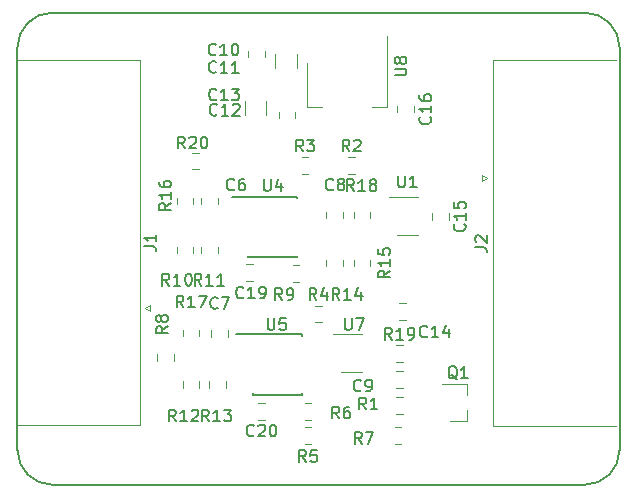
<source format=gbr>
G04 #@! TF.GenerationSoftware,KiCad,Pcbnew,(5.1.0)-1*
G04 #@! TF.CreationDate,2019-07-05T16:38:03+02:00*
G04 #@! TF.ProjectId,BSPD_SMD,42535044-5f53-44d4-942e-6b696361645f,rev?*
G04 #@! TF.SameCoordinates,Original*
G04 #@! TF.FileFunction,Legend,Top*
G04 #@! TF.FilePolarity,Positive*
%FSLAX46Y46*%
G04 Gerber Fmt 4.6, Leading zero omitted, Abs format (unit mm)*
G04 Created by KiCad (PCBNEW (5.1.0)-1) date 2019-07-05 16:38:03*
%MOMM*%
%LPD*%
G04 APERTURE LIST*
%ADD10C,0.200000*%
%ADD11C,0.120000*%
%ADD12C,0.150000*%
%ADD13R,1.060000X0.650000*%
%ADD14C,0.100000*%
%ADD15C,1.150000*%
%ADD16C,1.425000*%
%ADD17C,4.000000*%
%ADD18C,1.600000*%
%ADD19R,1.600000X1.600000*%
%ADD20R,0.900000X0.800000*%
%ADD21R,1.550000X0.600000*%
%ADD22R,3.800000X2.000000*%
%ADD23R,1.500000X2.000000*%
G04 APERTURE END LIST*
D10*
X54000000Y-114000000D02*
G75*
G02X57000000Y-111000000I3000000J0D01*
G01*
X105000000Y-147000000D02*
X105000000Y-148000000D01*
X105000000Y-148000000D02*
G75*
G02X102000000Y-151000000I-3000000J0D01*
G01*
X57000000Y-151000000D02*
X102000000Y-151000000D01*
X105000000Y-114000000D02*
X105000000Y-147000000D01*
X102000000Y-111000000D02*
X98000000Y-111000000D01*
X102000000Y-111000000D02*
G75*
G02X105000000Y-114000000I0J-3000000D01*
G01*
X57000000Y-111000000D02*
X98000000Y-111000000D01*
X54000000Y-114000000D02*
G75*
G02X57000000Y-111000000I3000000J0D01*
G01*
X54000000Y-148000000D02*
X54000000Y-114000000D01*
X57000000Y-151000000D02*
G75*
G02X54000000Y-148000000I0J3000000D01*
G01*
D11*
X87910000Y-126640000D02*
X85460000Y-126640000D01*
X86110000Y-129860000D02*
X87910000Y-129860000D01*
X71004500Y-127197752D02*
X71004500Y-126675248D01*
X69584500Y-127197752D02*
X69584500Y-126675248D01*
X70410000Y-138437252D02*
X70410000Y-137914748D01*
X71830000Y-138437252D02*
X71830000Y-137914748D01*
X81545500Y-128395252D02*
X81545500Y-127872748D01*
X80125500Y-128395252D02*
X80125500Y-127872748D01*
X86621252Y-142759500D02*
X86098748Y-142759500D01*
X86621252Y-141339500D02*
X86098748Y-141339500D01*
X77668800Y-114536136D02*
X77668800Y-115740264D01*
X75848800Y-114536136D02*
X75848800Y-115740264D01*
X74979600Y-114267348D02*
X74979600Y-114789852D01*
X73559600Y-114267348D02*
X73559600Y-114789852D01*
X76125000Y-119920652D02*
X76125000Y-119398148D01*
X77545000Y-119920652D02*
X77545000Y-119398148D01*
X75078000Y-119677264D02*
X75078000Y-118473136D01*
X73258000Y-119677264D02*
X73258000Y-118473136D01*
X86352748Y-137044500D02*
X86875252Y-137044500D01*
X86352748Y-135624500D02*
X86875252Y-135624500D01*
X90562500Y-128008748D02*
X90562500Y-128531252D01*
X89142500Y-128008748D02*
X89142500Y-128531252D01*
X87578000Y-119450752D02*
X87578000Y-118928248D01*
X86158000Y-119450752D02*
X86158000Y-118928248D01*
X73921252Y-132322500D02*
X73398748Y-132322500D01*
X73921252Y-133742500D02*
X73398748Y-133742500D01*
X74937252Y-145490000D02*
X74414748Y-145490000D01*
X74937252Y-144070000D02*
X74414748Y-144070000D01*
X64816325Y-136017000D02*
X65249338Y-135767000D01*
X65249338Y-136267000D02*
X64816325Y-136017000D01*
X65249338Y-135767000D02*
X65249338Y-136267000D01*
X64355000Y-145962000D02*
X53875000Y-145962000D01*
X64355000Y-114992000D02*
X64355000Y-145962000D01*
X53875000Y-114992000D02*
X64355000Y-114992000D01*
X104720000Y-146025000D02*
X94240000Y-146025000D01*
X94240000Y-146025000D02*
X94240000Y-115055000D01*
X94240000Y-115055000D02*
X104720000Y-115055000D01*
X93345662Y-125250000D02*
X93345662Y-124750000D01*
X93345662Y-124750000D02*
X93778675Y-125000000D01*
X93778675Y-125000000D02*
X93345662Y-125250000D01*
X92089000Y-145598000D02*
X92089000Y-144668000D01*
X92089000Y-142438000D02*
X92089000Y-143368000D01*
X92089000Y-142438000D02*
X89929000Y-142438000D01*
X92089000Y-145598000D02*
X90629000Y-145598000D01*
X86621252Y-144982000D02*
X86098748Y-144982000D01*
X86621252Y-143562000D02*
X86098748Y-143562000D01*
X68909000Y-131401452D02*
X68909000Y-130878948D01*
X67489000Y-131401452D02*
X67489000Y-130878948D01*
X71004500Y-130866248D02*
X71004500Y-131388752D01*
X69584500Y-130866248D02*
X69584500Y-131388752D01*
X67997000Y-142755252D02*
X67997000Y-142232748D01*
X69417000Y-142755252D02*
X69417000Y-142232748D01*
X71639500Y-142232748D02*
X71639500Y-142755252D01*
X70219500Y-142232748D02*
X70219500Y-142755252D01*
X81545500Y-132468252D02*
X81545500Y-131945748D01*
X80125500Y-132468252D02*
X80125500Y-131945748D01*
X83895000Y-131945748D02*
X83895000Y-132468252D01*
X82475000Y-131945748D02*
X82475000Y-132468252D01*
X68909000Y-127197752D02*
X68909000Y-126675248D01*
X67489000Y-127197752D02*
X67489000Y-126675248D01*
X69417000Y-138386452D02*
X69417000Y-137863948D01*
X67997000Y-138386452D02*
X67997000Y-137863948D01*
X82480000Y-128421252D02*
X82480000Y-127898748D01*
X83900000Y-128421252D02*
X83900000Y-127898748D01*
X86098748Y-140600500D02*
X86621252Y-140600500D01*
X86098748Y-139180500D02*
X86621252Y-139180500D01*
D12*
X73553500Y-126584000D02*
X73553500Y-126634000D01*
X77703500Y-126584000D02*
X77703500Y-126729000D01*
X77703500Y-131734000D02*
X77703500Y-131589000D01*
X73553500Y-131734000D02*
X73553500Y-131589000D01*
X73553500Y-126584000D02*
X77703500Y-126584000D01*
X73553500Y-131734000D02*
X77703500Y-131734000D01*
X73553500Y-126634000D02*
X72153500Y-126634000D01*
X73934500Y-138254500D02*
X72534500Y-138254500D01*
X73934500Y-143354500D02*
X78084500Y-143354500D01*
X73934500Y-138204500D02*
X78084500Y-138204500D01*
X73934500Y-143354500D02*
X73934500Y-143209500D01*
X78084500Y-143354500D02*
X78084500Y-143209500D01*
X78084500Y-138204500D02*
X78084500Y-138349500D01*
X73934500Y-138204500D02*
X73934500Y-138254500D01*
D11*
X81396000Y-141437000D02*
X83196000Y-141437000D01*
X83196000Y-138217000D02*
X80746000Y-138217000D01*
X78505000Y-119004000D02*
X79765000Y-119004000D01*
X85325000Y-119004000D02*
X84065000Y-119004000D01*
X78505000Y-115244000D02*
X78505000Y-119004000D01*
X85325000Y-112994000D02*
X85325000Y-119004000D01*
X82025748Y-123242000D02*
X82548252Y-123242000D01*
X82025748Y-124662000D02*
X82548252Y-124662000D01*
X78097748Y-124662000D02*
X78620252Y-124662000D01*
X78097748Y-123242000D02*
X78620252Y-123242000D01*
X79231748Y-135815000D02*
X79754252Y-135815000D01*
X79231748Y-137235000D02*
X79754252Y-137235000D01*
X78342748Y-147522000D02*
X78865252Y-147522000D01*
X78342748Y-146102000D02*
X78865252Y-146102000D01*
X78883252Y-145490000D02*
X78360748Y-145490000D01*
X78883252Y-144070000D02*
X78360748Y-144070000D01*
X85971748Y-147522000D02*
X86494252Y-147522000D01*
X85971748Y-146102000D02*
X86494252Y-146102000D01*
X65838000Y-140478252D02*
X65838000Y-139955748D01*
X67258000Y-140478252D02*
X67258000Y-139955748D01*
X77335748Y-133806000D02*
X77858252Y-133806000D01*
X77335748Y-132386000D02*
X77858252Y-132386000D01*
X69349252Y-124281000D02*
X68826748Y-124281000D01*
X69349252Y-122861000D02*
X68826748Y-122861000D01*
D12*
X86248095Y-124802380D02*
X86248095Y-125611904D01*
X86295714Y-125707142D01*
X86343333Y-125754761D01*
X86438571Y-125802380D01*
X86629047Y-125802380D01*
X86724285Y-125754761D01*
X86771904Y-125707142D01*
X86819523Y-125611904D01*
X86819523Y-124802380D01*
X87819523Y-125802380D02*
X87248095Y-125802380D01*
X87533809Y-125802380D02*
X87533809Y-124802380D01*
X87438571Y-124945238D01*
X87343333Y-125040476D01*
X87248095Y-125088095D01*
X72350333Y-125960142D02*
X72302714Y-126007761D01*
X72159857Y-126055380D01*
X72064619Y-126055380D01*
X71921761Y-126007761D01*
X71826523Y-125912523D01*
X71778904Y-125817285D01*
X71731285Y-125626809D01*
X71731285Y-125483952D01*
X71778904Y-125293476D01*
X71826523Y-125198238D01*
X71921761Y-125103000D01*
X72064619Y-125055380D01*
X72159857Y-125055380D01*
X72302714Y-125103000D01*
X72350333Y-125150619D01*
X73207476Y-125055380D02*
X73017000Y-125055380D01*
X72921761Y-125103000D01*
X72874142Y-125150619D01*
X72778904Y-125293476D01*
X72731285Y-125483952D01*
X72731285Y-125864904D01*
X72778904Y-125960142D01*
X72826523Y-126007761D01*
X72921761Y-126055380D01*
X73112238Y-126055380D01*
X73207476Y-126007761D01*
X73255095Y-125960142D01*
X73302714Y-125864904D01*
X73302714Y-125626809D01*
X73255095Y-125531571D01*
X73207476Y-125483952D01*
X73112238Y-125436333D01*
X72921761Y-125436333D01*
X72826523Y-125483952D01*
X72778904Y-125531571D01*
X72731285Y-125626809D01*
X70953333Y-135993142D02*
X70905714Y-136040761D01*
X70762857Y-136088380D01*
X70667619Y-136088380D01*
X70524761Y-136040761D01*
X70429523Y-135945523D01*
X70381904Y-135850285D01*
X70334285Y-135659809D01*
X70334285Y-135516952D01*
X70381904Y-135326476D01*
X70429523Y-135231238D01*
X70524761Y-135136000D01*
X70667619Y-135088380D01*
X70762857Y-135088380D01*
X70905714Y-135136000D01*
X70953333Y-135183619D01*
X71286666Y-135088380D02*
X71953333Y-135088380D01*
X71524761Y-136088380D01*
X80732333Y-125960142D02*
X80684714Y-126007761D01*
X80541857Y-126055380D01*
X80446619Y-126055380D01*
X80303761Y-126007761D01*
X80208523Y-125912523D01*
X80160904Y-125817285D01*
X80113285Y-125626809D01*
X80113285Y-125483952D01*
X80160904Y-125293476D01*
X80208523Y-125198238D01*
X80303761Y-125103000D01*
X80446619Y-125055380D01*
X80541857Y-125055380D01*
X80684714Y-125103000D01*
X80732333Y-125150619D01*
X81303761Y-125483952D02*
X81208523Y-125436333D01*
X81160904Y-125388714D01*
X81113285Y-125293476D01*
X81113285Y-125245857D01*
X81160904Y-125150619D01*
X81208523Y-125103000D01*
X81303761Y-125055380D01*
X81494238Y-125055380D01*
X81589476Y-125103000D01*
X81637095Y-125150619D01*
X81684714Y-125245857D01*
X81684714Y-125293476D01*
X81637095Y-125388714D01*
X81589476Y-125436333D01*
X81494238Y-125483952D01*
X81303761Y-125483952D01*
X81208523Y-125531571D01*
X81160904Y-125579190D01*
X81113285Y-125674428D01*
X81113285Y-125864904D01*
X81160904Y-125960142D01*
X81208523Y-126007761D01*
X81303761Y-126055380D01*
X81494238Y-126055380D01*
X81589476Y-126007761D01*
X81637095Y-125960142D01*
X81684714Y-125864904D01*
X81684714Y-125674428D01*
X81637095Y-125579190D01*
X81589476Y-125531571D01*
X81494238Y-125483952D01*
X83081833Y-142978142D02*
X83034214Y-143025761D01*
X82891357Y-143073380D01*
X82796119Y-143073380D01*
X82653261Y-143025761D01*
X82558023Y-142930523D01*
X82510404Y-142835285D01*
X82462785Y-142644809D01*
X82462785Y-142501952D01*
X82510404Y-142311476D01*
X82558023Y-142216238D01*
X82653261Y-142121000D01*
X82796119Y-142073380D01*
X82891357Y-142073380D01*
X83034214Y-142121000D01*
X83081833Y-142168619D01*
X83558023Y-143073380D02*
X83748500Y-143073380D01*
X83843738Y-143025761D01*
X83891357Y-142978142D01*
X83986595Y-142835285D01*
X84034214Y-142644809D01*
X84034214Y-142263857D01*
X83986595Y-142168619D01*
X83938976Y-142121000D01*
X83843738Y-142073380D01*
X83653261Y-142073380D01*
X83558023Y-142121000D01*
X83510404Y-142168619D01*
X83462785Y-142263857D01*
X83462785Y-142501952D01*
X83510404Y-142597190D01*
X83558023Y-142644809D01*
X83653261Y-142692428D01*
X83843738Y-142692428D01*
X83938976Y-142644809D01*
X83986595Y-142597190D01*
X84034214Y-142501952D01*
X70807342Y-114530142D02*
X70759723Y-114577761D01*
X70616866Y-114625380D01*
X70521628Y-114625380D01*
X70378771Y-114577761D01*
X70283533Y-114482523D01*
X70235914Y-114387285D01*
X70188295Y-114196809D01*
X70188295Y-114053952D01*
X70235914Y-113863476D01*
X70283533Y-113768238D01*
X70378771Y-113673000D01*
X70521628Y-113625380D01*
X70616866Y-113625380D01*
X70759723Y-113673000D01*
X70807342Y-113720619D01*
X71759723Y-114625380D02*
X71188295Y-114625380D01*
X71474009Y-114625380D02*
X71474009Y-113625380D01*
X71378771Y-113768238D01*
X71283533Y-113863476D01*
X71188295Y-113911095D01*
X72378771Y-113625380D02*
X72474009Y-113625380D01*
X72569247Y-113673000D01*
X72616866Y-113720619D01*
X72664485Y-113815857D01*
X72712104Y-114006333D01*
X72712104Y-114244428D01*
X72664485Y-114434904D01*
X72616866Y-114530142D01*
X72569247Y-114577761D01*
X72474009Y-114625380D01*
X72378771Y-114625380D01*
X72283533Y-114577761D01*
X72235914Y-114530142D01*
X72188295Y-114434904D01*
X72140676Y-114244428D01*
X72140676Y-114006333D01*
X72188295Y-113815857D01*
X72235914Y-113720619D01*
X72283533Y-113673000D01*
X72378771Y-113625380D01*
X70832742Y-116028742D02*
X70785123Y-116076361D01*
X70642266Y-116123980D01*
X70547028Y-116123980D01*
X70404171Y-116076361D01*
X70308933Y-115981123D01*
X70261314Y-115885885D01*
X70213695Y-115695409D01*
X70213695Y-115552552D01*
X70261314Y-115362076D01*
X70308933Y-115266838D01*
X70404171Y-115171600D01*
X70547028Y-115123980D01*
X70642266Y-115123980D01*
X70785123Y-115171600D01*
X70832742Y-115219219D01*
X71785123Y-116123980D02*
X71213695Y-116123980D01*
X71499409Y-116123980D02*
X71499409Y-115123980D01*
X71404171Y-115266838D01*
X71308933Y-115362076D01*
X71213695Y-115409695D01*
X72737504Y-116123980D02*
X72166076Y-116123980D01*
X72451790Y-116123980D02*
X72451790Y-115123980D01*
X72356552Y-115266838D01*
X72261314Y-115362076D01*
X72166076Y-115409695D01*
X70908942Y-119635542D02*
X70861323Y-119683161D01*
X70718466Y-119730780D01*
X70623228Y-119730780D01*
X70480371Y-119683161D01*
X70385133Y-119587923D01*
X70337514Y-119492685D01*
X70289895Y-119302209D01*
X70289895Y-119159352D01*
X70337514Y-118968876D01*
X70385133Y-118873638D01*
X70480371Y-118778400D01*
X70623228Y-118730780D01*
X70718466Y-118730780D01*
X70861323Y-118778400D01*
X70908942Y-118826019D01*
X71861323Y-119730780D02*
X71289895Y-119730780D01*
X71575609Y-119730780D02*
X71575609Y-118730780D01*
X71480371Y-118873638D01*
X71385133Y-118968876D01*
X71289895Y-119016495D01*
X72242276Y-118826019D02*
X72289895Y-118778400D01*
X72385133Y-118730780D01*
X72623228Y-118730780D01*
X72718466Y-118778400D01*
X72766085Y-118826019D01*
X72813704Y-118921257D01*
X72813704Y-119016495D01*
X72766085Y-119159352D01*
X72194657Y-119730780D01*
X72813704Y-119730780D01*
X70858142Y-118340142D02*
X70810523Y-118387761D01*
X70667666Y-118435380D01*
X70572428Y-118435380D01*
X70429571Y-118387761D01*
X70334333Y-118292523D01*
X70286714Y-118197285D01*
X70239095Y-118006809D01*
X70239095Y-117863952D01*
X70286714Y-117673476D01*
X70334333Y-117578238D01*
X70429571Y-117483000D01*
X70572428Y-117435380D01*
X70667666Y-117435380D01*
X70810523Y-117483000D01*
X70858142Y-117530619D01*
X71810523Y-118435380D02*
X71239095Y-118435380D01*
X71524809Y-118435380D02*
X71524809Y-117435380D01*
X71429571Y-117578238D01*
X71334333Y-117673476D01*
X71239095Y-117721095D01*
X72143857Y-117435380D02*
X72762904Y-117435380D01*
X72429571Y-117816333D01*
X72572428Y-117816333D01*
X72667666Y-117863952D01*
X72715285Y-117911571D01*
X72762904Y-118006809D01*
X72762904Y-118244904D01*
X72715285Y-118340142D01*
X72667666Y-118387761D01*
X72572428Y-118435380D01*
X72286714Y-118435380D01*
X72191476Y-118387761D01*
X72143857Y-118340142D01*
X88701642Y-138406142D02*
X88654023Y-138453761D01*
X88511166Y-138501380D01*
X88415928Y-138501380D01*
X88273071Y-138453761D01*
X88177833Y-138358523D01*
X88130214Y-138263285D01*
X88082595Y-138072809D01*
X88082595Y-137929952D01*
X88130214Y-137739476D01*
X88177833Y-137644238D01*
X88273071Y-137549000D01*
X88415928Y-137501380D01*
X88511166Y-137501380D01*
X88654023Y-137549000D01*
X88701642Y-137596619D01*
X89654023Y-138501380D02*
X89082595Y-138501380D01*
X89368309Y-138501380D02*
X89368309Y-137501380D01*
X89273071Y-137644238D01*
X89177833Y-137739476D01*
X89082595Y-137787095D01*
X90511166Y-137834714D02*
X90511166Y-138501380D01*
X90273071Y-137453761D02*
X90034976Y-138168047D01*
X90654023Y-138168047D01*
X91859642Y-128912857D02*
X91907261Y-128960476D01*
X91954880Y-129103333D01*
X91954880Y-129198571D01*
X91907261Y-129341428D01*
X91812023Y-129436666D01*
X91716785Y-129484285D01*
X91526309Y-129531904D01*
X91383452Y-129531904D01*
X91192976Y-129484285D01*
X91097738Y-129436666D01*
X91002500Y-129341428D01*
X90954880Y-129198571D01*
X90954880Y-129103333D01*
X91002500Y-128960476D01*
X91050119Y-128912857D01*
X91954880Y-127960476D02*
X91954880Y-128531904D01*
X91954880Y-128246190D02*
X90954880Y-128246190D01*
X91097738Y-128341428D01*
X91192976Y-128436666D01*
X91240595Y-128531904D01*
X90954880Y-127055714D02*
X90954880Y-127531904D01*
X91431071Y-127579523D01*
X91383452Y-127531904D01*
X91335833Y-127436666D01*
X91335833Y-127198571D01*
X91383452Y-127103333D01*
X91431071Y-127055714D01*
X91526309Y-127008095D01*
X91764404Y-127008095D01*
X91859642Y-127055714D01*
X91907261Y-127103333D01*
X91954880Y-127198571D01*
X91954880Y-127436666D01*
X91907261Y-127531904D01*
X91859642Y-127579523D01*
X88939642Y-119832357D02*
X88987261Y-119879976D01*
X89034880Y-120022833D01*
X89034880Y-120118071D01*
X88987261Y-120260928D01*
X88892023Y-120356166D01*
X88796785Y-120403785D01*
X88606309Y-120451404D01*
X88463452Y-120451404D01*
X88272976Y-120403785D01*
X88177738Y-120356166D01*
X88082500Y-120260928D01*
X88034880Y-120118071D01*
X88034880Y-120022833D01*
X88082500Y-119879976D01*
X88130119Y-119832357D01*
X89034880Y-118879976D02*
X89034880Y-119451404D01*
X89034880Y-119165690D02*
X88034880Y-119165690D01*
X88177738Y-119260928D01*
X88272976Y-119356166D01*
X88320595Y-119451404D01*
X88034880Y-118022833D02*
X88034880Y-118213309D01*
X88082500Y-118308547D01*
X88130119Y-118356166D01*
X88272976Y-118451404D01*
X88463452Y-118499023D01*
X88844404Y-118499023D01*
X88939642Y-118451404D01*
X88987261Y-118403785D01*
X89034880Y-118308547D01*
X89034880Y-118118071D01*
X88987261Y-118022833D01*
X88939642Y-117975214D01*
X88844404Y-117927595D01*
X88606309Y-117927595D01*
X88511071Y-117975214D01*
X88463452Y-118022833D01*
X88415833Y-118118071D01*
X88415833Y-118308547D01*
X88463452Y-118403785D01*
X88511071Y-118451404D01*
X88606309Y-118499023D01*
X73144142Y-135104142D02*
X73096523Y-135151761D01*
X72953666Y-135199380D01*
X72858428Y-135199380D01*
X72715571Y-135151761D01*
X72620333Y-135056523D01*
X72572714Y-134961285D01*
X72525095Y-134770809D01*
X72525095Y-134627952D01*
X72572714Y-134437476D01*
X72620333Y-134342238D01*
X72715571Y-134247000D01*
X72858428Y-134199380D01*
X72953666Y-134199380D01*
X73096523Y-134247000D01*
X73144142Y-134294619D01*
X74096523Y-135199380D02*
X73525095Y-135199380D01*
X73810809Y-135199380D02*
X73810809Y-134199380D01*
X73715571Y-134342238D01*
X73620333Y-134437476D01*
X73525095Y-134485095D01*
X74572714Y-135199380D02*
X74763190Y-135199380D01*
X74858428Y-135151761D01*
X74906047Y-135104142D01*
X75001285Y-134961285D01*
X75048904Y-134770809D01*
X75048904Y-134389857D01*
X75001285Y-134294619D01*
X74953666Y-134247000D01*
X74858428Y-134199380D01*
X74667952Y-134199380D01*
X74572714Y-134247000D01*
X74525095Y-134294619D01*
X74477476Y-134389857D01*
X74477476Y-134627952D01*
X74525095Y-134723190D01*
X74572714Y-134770809D01*
X74667952Y-134818428D01*
X74858428Y-134818428D01*
X74953666Y-134770809D01*
X75001285Y-134723190D01*
X75048904Y-134627952D01*
X74033142Y-146788142D02*
X73985523Y-146835761D01*
X73842666Y-146883380D01*
X73747428Y-146883380D01*
X73604571Y-146835761D01*
X73509333Y-146740523D01*
X73461714Y-146645285D01*
X73414095Y-146454809D01*
X73414095Y-146311952D01*
X73461714Y-146121476D01*
X73509333Y-146026238D01*
X73604571Y-145931000D01*
X73747428Y-145883380D01*
X73842666Y-145883380D01*
X73985523Y-145931000D01*
X74033142Y-145978619D01*
X74414095Y-145978619D02*
X74461714Y-145931000D01*
X74556952Y-145883380D01*
X74795047Y-145883380D01*
X74890285Y-145931000D01*
X74937904Y-145978619D01*
X74985523Y-146073857D01*
X74985523Y-146169095D01*
X74937904Y-146311952D01*
X74366476Y-146883380D01*
X74985523Y-146883380D01*
X75604571Y-145883380D02*
X75699809Y-145883380D01*
X75795047Y-145931000D01*
X75842666Y-145978619D01*
X75890285Y-146073857D01*
X75937904Y-146264333D01*
X75937904Y-146502428D01*
X75890285Y-146692904D01*
X75842666Y-146788142D01*
X75795047Y-146835761D01*
X75699809Y-146883380D01*
X75604571Y-146883380D01*
X75509333Y-146835761D01*
X75461714Y-146788142D01*
X75414095Y-146692904D01*
X75366476Y-146502428D01*
X75366476Y-146264333D01*
X75414095Y-146073857D01*
X75461714Y-145978619D01*
X75509333Y-145931000D01*
X75604571Y-145883380D01*
X64747380Y-130810333D02*
X65461666Y-130810333D01*
X65604523Y-130857952D01*
X65699761Y-130953190D01*
X65747380Y-131096047D01*
X65747380Y-131191285D01*
X65747380Y-129810333D02*
X65747380Y-130381761D01*
X65747380Y-130096047D02*
X64747380Y-130096047D01*
X64890238Y-130191285D01*
X64985476Y-130286523D01*
X65033095Y-130381761D01*
X92752380Y-130873333D02*
X93466666Y-130873333D01*
X93609523Y-130920952D01*
X93704761Y-131016190D01*
X93752380Y-131159047D01*
X93752380Y-131254285D01*
X92847619Y-130444761D02*
X92800000Y-130397142D01*
X92752380Y-130301904D01*
X92752380Y-130063809D01*
X92800000Y-129968571D01*
X92847619Y-129920952D01*
X92942857Y-129873333D01*
X93038095Y-129873333D01*
X93180952Y-129920952D01*
X93752380Y-130492380D01*
X93752380Y-129873333D01*
X91233761Y-142065619D02*
X91138523Y-142018000D01*
X91043285Y-141922761D01*
X90900428Y-141779904D01*
X90805190Y-141732285D01*
X90709952Y-141732285D01*
X90757571Y-141970380D02*
X90662333Y-141922761D01*
X90567095Y-141827523D01*
X90519476Y-141637047D01*
X90519476Y-141303714D01*
X90567095Y-141113238D01*
X90662333Y-141018000D01*
X90757571Y-140970380D01*
X90948047Y-140970380D01*
X91043285Y-141018000D01*
X91138523Y-141113238D01*
X91186142Y-141303714D01*
X91186142Y-141637047D01*
X91138523Y-141827523D01*
X91043285Y-141922761D01*
X90948047Y-141970380D01*
X90757571Y-141970380D01*
X92138523Y-141970380D02*
X91567095Y-141970380D01*
X91852809Y-141970380D02*
X91852809Y-140970380D01*
X91757571Y-141113238D01*
X91662333Y-141208476D01*
X91567095Y-141256095D01*
X83526333Y-144597380D02*
X83193000Y-144121190D01*
X82954904Y-144597380D02*
X82954904Y-143597380D01*
X83335857Y-143597380D01*
X83431095Y-143645000D01*
X83478714Y-143692619D01*
X83526333Y-143787857D01*
X83526333Y-143930714D01*
X83478714Y-144025952D01*
X83431095Y-144073571D01*
X83335857Y-144121190D01*
X82954904Y-144121190D01*
X84478714Y-144597380D02*
X83907285Y-144597380D01*
X84193000Y-144597380D02*
X84193000Y-143597380D01*
X84097761Y-143740238D01*
X84002523Y-143835476D01*
X83907285Y-143883095D01*
X66857642Y-134119880D02*
X66524309Y-133643690D01*
X66286214Y-134119880D02*
X66286214Y-133119880D01*
X66667166Y-133119880D01*
X66762404Y-133167500D01*
X66810023Y-133215119D01*
X66857642Y-133310357D01*
X66857642Y-133453214D01*
X66810023Y-133548452D01*
X66762404Y-133596071D01*
X66667166Y-133643690D01*
X66286214Y-133643690D01*
X67810023Y-134119880D02*
X67238595Y-134119880D01*
X67524309Y-134119880D02*
X67524309Y-133119880D01*
X67429071Y-133262738D01*
X67333833Y-133357976D01*
X67238595Y-133405595D01*
X68429071Y-133119880D02*
X68524309Y-133119880D01*
X68619547Y-133167500D01*
X68667166Y-133215119D01*
X68714785Y-133310357D01*
X68762404Y-133500833D01*
X68762404Y-133738928D01*
X68714785Y-133929404D01*
X68667166Y-134024642D01*
X68619547Y-134072261D01*
X68524309Y-134119880D01*
X68429071Y-134119880D01*
X68333833Y-134072261D01*
X68286214Y-134024642D01*
X68238595Y-133929404D01*
X68190976Y-133738928D01*
X68190976Y-133500833D01*
X68238595Y-133310357D01*
X68286214Y-133215119D01*
X68333833Y-133167500D01*
X68429071Y-133119880D01*
X69588142Y-134119880D02*
X69254809Y-133643690D01*
X69016714Y-134119880D02*
X69016714Y-133119880D01*
X69397666Y-133119880D01*
X69492904Y-133167500D01*
X69540523Y-133215119D01*
X69588142Y-133310357D01*
X69588142Y-133453214D01*
X69540523Y-133548452D01*
X69492904Y-133596071D01*
X69397666Y-133643690D01*
X69016714Y-133643690D01*
X70540523Y-134119880D02*
X69969095Y-134119880D01*
X70254809Y-134119880D02*
X70254809Y-133119880D01*
X70159571Y-133262738D01*
X70064333Y-133357976D01*
X69969095Y-133405595D01*
X71492904Y-134119880D02*
X70921476Y-134119880D01*
X71207190Y-134119880D02*
X71207190Y-133119880D01*
X71111952Y-133262738D01*
X71016714Y-133357976D01*
X70921476Y-133405595D01*
X67429142Y-145613380D02*
X67095809Y-145137190D01*
X66857714Y-145613380D02*
X66857714Y-144613380D01*
X67238666Y-144613380D01*
X67333904Y-144661000D01*
X67381523Y-144708619D01*
X67429142Y-144803857D01*
X67429142Y-144946714D01*
X67381523Y-145041952D01*
X67333904Y-145089571D01*
X67238666Y-145137190D01*
X66857714Y-145137190D01*
X68381523Y-145613380D02*
X67810095Y-145613380D01*
X68095809Y-145613380D02*
X68095809Y-144613380D01*
X68000571Y-144756238D01*
X67905333Y-144851476D01*
X67810095Y-144899095D01*
X68762476Y-144708619D02*
X68810095Y-144661000D01*
X68905333Y-144613380D01*
X69143428Y-144613380D01*
X69238666Y-144661000D01*
X69286285Y-144708619D01*
X69333904Y-144803857D01*
X69333904Y-144899095D01*
X69286285Y-145041952D01*
X68714857Y-145613380D01*
X69333904Y-145613380D01*
X70223142Y-145613380D02*
X69889809Y-145137190D01*
X69651714Y-145613380D02*
X69651714Y-144613380D01*
X70032666Y-144613380D01*
X70127904Y-144661000D01*
X70175523Y-144708619D01*
X70223142Y-144803857D01*
X70223142Y-144946714D01*
X70175523Y-145041952D01*
X70127904Y-145089571D01*
X70032666Y-145137190D01*
X69651714Y-145137190D01*
X71175523Y-145613380D02*
X70604095Y-145613380D01*
X70889809Y-145613380D02*
X70889809Y-144613380D01*
X70794571Y-144756238D01*
X70699333Y-144851476D01*
X70604095Y-144899095D01*
X71508857Y-144613380D02*
X72127904Y-144613380D01*
X71794571Y-144994333D01*
X71937428Y-144994333D01*
X72032666Y-145041952D01*
X72080285Y-145089571D01*
X72127904Y-145184809D01*
X72127904Y-145422904D01*
X72080285Y-145518142D01*
X72032666Y-145565761D01*
X71937428Y-145613380D01*
X71651714Y-145613380D01*
X71556476Y-145565761D01*
X71508857Y-145518142D01*
X81272142Y-135326380D02*
X80938809Y-134850190D01*
X80700714Y-135326380D02*
X80700714Y-134326380D01*
X81081666Y-134326380D01*
X81176904Y-134374000D01*
X81224523Y-134421619D01*
X81272142Y-134516857D01*
X81272142Y-134659714D01*
X81224523Y-134754952D01*
X81176904Y-134802571D01*
X81081666Y-134850190D01*
X80700714Y-134850190D01*
X82224523Y-135326380D02*
X81653095Y-135326380D01*
X81938809Y-135326380D02*
X81938809Y-134326380D01*
X81843571Y-134469238D01*
X81748333Y-134564476D01*
X81653095Y-134612095D01*
X83081666Y-134659714D02*
X83081666Y-135326380D01*
X82843571Y-134278761D02*
X82605476Y-134993047D01*
X83224523Y-134993047D01*
X85542380Y-132849857D02*
X85066190Y-133183190D01*
X85542380Y-133421285D02*
X84542380Y-133421285D01*
X84542380Y-133040333D01*
X84590000Y-132945095D01*
X84637619Y-132897476D01*
X84732857Y-132849857D01*
X84875714Y-132849857D01*
X84970952Y-132897476D01*
X85018571Y-132945095D01*
X85066190Y-133040333D01*
X85066190Y-133421285D01*
X85542380Y-131897476D02*
X85542380Y-132468904D01*
X85542380Y-132183190D02*
X84542380Y-132183190D01*
X84685238Y-132278428D01*
X84780476Y-132373666D01*
X84828095Y-132468904D01*
X84542380Y-130992714D02*
X84542380Y-131468904D01*
X85018571Y-131516523D01*
X84970952Y-131468904D01*
X84923333Y-131373666D01*
X84923333Y-131135571D01*
X84970952Y-131040333D01*
X85018571Y-130992714D01*
X85113809Y-130945095D01*
X85351904Y-130945095D01*
X85447142Y-130992714D01*
X85494761Y-131040333D01*
X85542380Y-131135571D01*
X85542380Y-131373666D01*
X85494761Y-131468904D01*
X85447142Y-131516523D01*
X67000380Y-127134857D02*
X66524190Y-127468190D01*
X67000380Y-127706285D02*
X66000380Y-127706285D01*
X66000380Y-127325333D01*
X66048000Y-127230095D01*
X66095619Y-127182476D01*
X66190857Y-127134857D01*
X66333714Y-127134857D01*
X66428952Y-127182476D01*
X66476571Y-127230095D01*
X66524190Y-127325333D01*
X66524190Y-127706285D01*
X67000380Y-126182476D02*
X67000380Y-126753904D01*
X67000380Y-126468190D02*
X66000380Y-126468190D01*
X66143238Y-126563428D01*
X66238476Y-126658666D01*
X66286095Y-126753904D01*
X66000380Y-125325333D02*
X66000380Y-125515809D01*
X66048000Y-125611047D01*
X66095619Y-125658666D01*
X66238476Y-125753904D01*
X66428952Y-125801523D01*
X66809904Y-125801523D01*
X66905142Y-125753904D01*
X66952761Y-125706285D01*
X67000380Y-125611047D01*
X67000380Y-125420571D01*
X66952761Y-125325333D01*
X66905142Y-125277714D01*
X66809904Y-125230095D01*
X66571809Y-125230095D01*
X66476571Y-125277714D01*
X66428952Y-125325333D01*
X66381333Y-125420571D01*
X66381333Y-125611047D01*
X66428952Y-125706285D01*
X66476571Y-125753904D01*
X66571809Y-125801523D01*
X68064142Y-135961380D02*
X67730809Y-135485190D01*
X67492714Y-135961380D02*
X67492714Y-134961380D01*
X67873666Y-134961380D01*
X67968904Y-135009000D01*
X68016523Y-135056619D01*
X68064142Y-135151857D01*
X68064142Y-135294714D01*
X68016523Y-135389952D01*
X67968904Y-135437571D01*
X67873666Y-135485190D01*
X67492714Y-135485190D01*
X69016523Y-135961380D02*
X68445095Y-135961380D01*
X68730809Y-135961380D02*
X68730809Y-134961380D01*
X68635571Y-135104238D01*
X68540333Y-135199476D01*
X68445095Y-135247095D01*
X69349857Y-134961380D02*
X70016523Y-134961380D01*
X69587952Y-135961380D01*
X82483642Y-126123180D02*
X82150309Y-125646990D01*
X81912214Y-126123180D02*
X81912214Y-125123180D01*
X82293166Y-125123180D01*
X82388404Y-125170800D01*
X82436023Y-125218419D01*
X82483642Y-125313657D01*
X82483642Y-125456514D01*
X82436023Y-125551752D01*
X82388404Y-125599371D01*
X82293166Y-125646990D01*
X81912214Y-125646990D01*
X83436023Y-126123180D02*
X82864595Y-126123180D01*
X83150309Y-126123180D02*
X83150309Y-125123180D01*
X83055071Y-125266038D01*
X82959833Y-125361276D01*
X82864595Y-125408895D01*
X84007452Y-125551752D02*
X83912214Y-125504133D01*
X83864595Y-125456514D01*
X83816976Y-125361276D01*
X83816976Y-125313657D01*
X83864595Y-125218419D01*
X83912214Y-125170800D01*
X84007452Y-125123180D01*
X84197928Y-125123180D01*
X84293166Y-125170800D01*
X84340785Y-125218419D01*
X84388404Y-125313657D01*
X84388404Y-125361276D01*
X84340785Y-125456514D01*
X84293166Y-125504133D01*
X84197928Y-125551752D01*
X84007452Y-125551752D01*
X83912214Y-125599371D01*
X83864595Y-125646990D01*
X83816976Y-125742228D01*
X83816976Y-125932704D01*
X83864595Y-126027942D01*
X83912214Y-126075561D01*
X84007452Y-126123180D01*
X84197928Y-126123180D01*
X84293166Y-126075561D01*
X84340785Y-126027942D01*
X84388404Y-125932704D01*
X84388404Y-125742228D01*
X84340785Y-125646990D01*
X84293166Y-125599371D01*
X84197928Y-125551752D01*
X85717142Y-138692880D02*
X85383809Y-138216690D01*
X85145714Y-138692880D02*
X85145714Y-137692880D01*
X85526666Y-137692880D01*
X85621904Y-137740500D01*
X85669523Y-137788119D01*
X85717142Y-137883357D01*
X85717142Y-138026214D01*
X85669523Y-138121452D01*
X85621904Y-138169071D01*
X85526666Y-138216690D01*
X85145714Y-138216690D01*
X86669523Y-138692880D02*
X86098095Y-138692880D01*
X86383809Y-138692880D02*
X86383809Y-137692880D01*
X86288571Y-137835738D01*
X86193333Y-137930976D01*
X86098095Y-137978595D01*
X87145714Y-138692880D02*
X87336190Y-138692880D01*
X87431428Y-138645261D01*
X87479047Y-138597642D01*
X87574285Y-138454785D01*
X87621904Y-138264309D01*
X87621904Y-137883357D01*
X87574285Y-137788119D01*
X87526666Y-137740500D01*
X87431428Y-137692880D01*
X87240952Y-137692880D01*
X87145714Y-137740500D01*
X87098095Y-137788119D01*
X87050476Y-137883357D01*
X87050476Y-138121452D01*
X87098095Y-138216690D01*
X87145714Y-138264309D01*
X87240952Y-138311928D01*
X87431428Y-138311928D01*
X87526666Y-138264309D01*
X87574285Y-138216690D01*
X87621904Y-138121452D01*
X74866595Y-125111380D02*
X74866595Y-125920904D01*
X74914214Y-126016142D01*
X74961833Y-126063761D01*
X75057071Y-126111380D01*
X75247547Y-126111380D01*
X75342785Y-126063761D01*
X75390404Y-126016142D01*
X75438023Y-125920904D01*
X75438023Y-125111380D01*
X76342785Y-125444714D02*
X76342785Y-126111380D01*
X76104690Y-125063761D02*
X75866595Y-125778047D01*
X76485642Y-125778047D01*
X75184095Y-136866380D02*
X75184095Y-137675904D01*
X75231714Y-137771142D01*
X75279333Y-137818761D01*
X75374571Y-137866380D01*
X75565047Y-137866380D01*
X75660285Y-137818761D01*
X75707904Y-137771142D01*
X75755523Y-137675904D01*
X75755523Y-136866380D01*
X76707904Y-136866380D02*
X76231714Y-136866380D01*
X76184095Y-137342571D01*
X76231714Y-137294952D01*
X76326952Y-137247333D01*
X76565047Y-137247333D01*
X76660285Y-137294952D01*
X76707904Y-137342571D01*
X76755523Y-137437809D01*
X76755523Y-137675904D01*
X76707904Y-137771142D01*
X76660285Y-137818761D01*
X76565047Y-137866380D01*
X76326952Y-137866380D01*
X76231714Y-137818761D01*
X76184095Y-137771142D01*
X81724595Y-136866380D02*
X81724595Y-137675904D01*
X81772214Y-137771142D01*
X81819833Y-137818761D01*
X81915071Y-137866380D01*
X82105547Y-137866380D01*
X82200785Y-137818761D01*
X82248404Y-137771142D01*
X82296023Y-137675904D01*
X82296023Y-136866380D01*
X82676976Y-136866380D02*
X83343642Y-136866380D01*
X82915071Y-137866380D01*
X85939380Y-116331904D02*
X86748904Y-116331904D01*
X86844142Y-116284285D01*
X86891761Y-116236666D01*
X86939380Y-116141428D01*
X86939380Y-115950952D01*
X86891761Y-115855714D01*
X86844142Y-115808095D01*
X86748904Y-115760476D01*
X85939380Y-115760476D01*
X86367952Y-115141428D02*
X86320333Y-115236666D01*
X86272714Y-115284285D01*
X86177476Y-115331904D01*
X86129857Y-115331904D01*
X86034619Y-115284285D01*
X85987000Y-115236666D01*
X85939380Y-115141428D01*
X85939380Y-114950952D01*
X85987000Y-114855714D01*
X86034619Y-114808095D01*
X86129857Y-114760476D01*
X86177476Y-114760476D01*
X86272714Y-114808095D01*
X86320333Y-114855714D01*
X86367952Y-114950952D01*
X86367952Y-115141428D01*
X86415571Y-115236666D01*
X86463190Y-115284285D01*
X86558428Y-115331904D01*
X86748904Y-115331904D01*
X86844142Y-115284285D01*
X86891761Y-115236666D01*
X86939380Y-115141428D01*
X86939380Y-114950952D01*
X86891761Y-114855714D01*
X86844142Y-114808095D01*
X86748904Y-114760476D01*
X86558428Y-114760476D01*
X86463190Y-114808095D01*
X86415571Y-114855714D01*
X86367952Y-114950952D01*
X82120333Y-122754380D02*
X81787000Y-122278190D01*
X81548904Y-122754380D02*
X81548904Y-121754380D01*
X81929857Y-121754380D01*
X82025095Y-121802000D01*
X82072714Y-121849619D01*
X82120333Y-121944857D01*
X82120333Y-122087714D01*
X82072714Y-122182952D01*
X82025095Y-122230571D01*
X81929857Y-122278190D01*
X81548904Y-122278190D01*
X82501285Y-121849619D02*
X82548904Y-121802000D01*
X82644142Y-121754380D01*
X82882238Y-121754380D01*
X82977476Y-121802000D01*
X83025095Y-121849619D01*
X83072714Y-121944857D01*
X83072714Y-122040095D01*
X83025095Y-122182952D01*
X82453666Y-122754380D01*
X83072714Y-122754380D01*
X78192333Y-122754380D02*
X77859000Y-122278190D01*
X77620904Y-122754380D02*
X77620904Y-121754380D01*
X78001857Y-121754380D01*
X78097095Y-121802000D01*
X78144714Y-121849619D01*
X78192333Y-121944857D01*
X78192333Y-122087714D01*
X78144714Y-122182952D01*
X78097095Y-122230571D01*
X78001857Y-122278190D01*
X77620904Y-122278190D01*
X78525666Y-121754380D02*
X79144714Y-121754380D01*
X78811380Y-122135333D01*
X78954238Y-122135333D01*
X79049476Y-122182952D01*
X79097095Y-122230571D01*
X79144714Y-122325809D01*
X79144714Y-122563904D01*
X79097095Y-122659142D01*
X79049476Y-122706761D01*
X78954238Y-122754380D01*
X78668523Y-122754380D01*
X78573285Y-122706761D01*
X78525666Y-122659142D01*
X79326333Y-135327380D02*
X78993000Y-134851190D01*
X78754904Y-135327380D02*
X78754904Y-134327380D01*
X79135857Y-134327380D01*
X79231095Y-134375000D01*
X79278714Y-134422619D01*
X79326333Y-134517857D01*
X79326333Y-134660714D01*
X79278714Y-134755952D01*
X79231095Y-134803571D01*
X79135857Y-134851190D01*
X78754904Y-134851190D01*
X80183476Y-134660714D02*
X80183476Y-135327380D01*
X79945380Y-134279761D02*
X79707285Y-134994047D01*
X80326333Y-134994047D01*
X78437333Y-149042380D02*
X78104000Y-148566190D01*
X77865904Y-149042380D02*
X77865904Y-148042380D01*
X78246857Y-148042380D01*
X78342095Y-148090000D01*
X78389714Y-148137619D01*
X78437333Y-148232857D01*
X78437333Y-148375714D01*
X78389714Y-148470952D01*
X78342095Y-148518571D01*
X78246857Y-148566190D01*
X77865904Y-148566190D01*
X79342095Y-148042380D02*
X78865904Y-148042380D01*
X78818285Y-148518571D01*
X78865904Y-148470952D01*
X78961142Y-148423333D01*
X79199238Y-148423333D01*
X79294476Y-148470952D01*
X79342095Y-148518571D01*
X79389714Y-148613809D01*
X79389714Y-148851904D01*
X79342095Y-148947142D01*
X79294476Y-148994761D01*
X79199238Y-149042380D01*
X78961142Y-149042380D01*
X78865904Y-148994761D01*
X78818285Y-148947142D01*
X81240333Y-145359380D02*
X80907000Y-144883190D01*
X80668904Y-145359380D02*
X80668904Y-144359380D01*
X81049857Y-144359380D01*
X81145095Y-144407000D01*
X81192714Y-144454619D01*
X81240333Y-144549857D01*
X81240333Y-144692714D01*
X81192714Y-144787952D01*
X81145095Y-144835571D01*
X81049857Y-144883190D01*
X80668904Y-144883190D01*
X82097476Y-144359380D02*
X81907000Y-144359380D01*
X81811761Y-144407000D01*
X81764142Y-144454619D01*
X81668904Y-144597476D01*
X81621285Y-144787952D01*
X81621285Y-145168904D01*
X81668904Y-145264142D01*
X81716523Y-145311761D01*
X81811761Y-145359380D01*
X82002238Y-145359380D01*
X82097476Y-145311761D01*
X82145095Y-145264142D01*
X82192714Y-145168904D01*
X82192714Y-144930809D01*
X82145095Y-144835571D01*
X82097476Y-144787952D01*
X82002238Y-144740333D01*
X81811761Y-144740333D01*
X81716523Y-144787952D01*
X81668904Y-144835571D01*
X81621285Y-144930809D01*
X83154333Y-147518380D02*
X82821000Y-147042190D01*
X82582904Y-147518380D02*
X82582904Y-146518380D01*
X82963857Y-146518380D01*
X83059095Y-146566000D01*
X83106714Y-146613619D01*
X83154333Y-146708857D01*
X83154333Y-146851714D01*
X83106714Y-146946952D01*
X83059095Y-146994571D01*
X82963857Y-147042190D01*
X82582904Y-147042190D01*
X83487666Y-146518380D02*
X84154333Y-146518380D01*
X83725761Y-147518380D01*
X66746380Y-137580666D02*
X66270190Y-137914000D01*
X66746380Y-138152095D02*
X65746380Y-138152095D01*
X65746380Y-137771142D01*
X65794000Y-137675904D01*
X65841619Y-137628285D01*
X65936857Y-137580666D01*
X66079714Y-137580666D01*
X66174952Y-137628285D01*
X66222571Y-137675904D01*
X66270190Y-137771142D01*
X66270190Y-138152095D01*
X66174952Y-137009238D02*
X66127333Y-137104476D01*
X66079714Y-137152095D01*
X65984476Y-137199714D01*
X65936857Y-137199714D01*
X65841619Y-137152095D01*
X65794000Y-137104476D01*
X65746380Y-137009238D01*
X65746380Y-136818761D01*
X65794000Y-136723523D01*
X65841619Y-136675904D01*
X65936857Y-136628285D01*
X65984476Y-136628285D01*
X66079714Y-136675904D01*
X66127333Y-136723523D01*
X66174952Y-136818761D01*
X66174952Y-137009238D01*
X66222571Y-137104476D01*
X66270190Y-137152095D01*
X66365428Y-137199714D01*
X66555904Y-137199714D01*
X66651142Y-137152095D01*
X66698761Y-137104476D01*
X66746380Y-137009238D01*
X66746380Y-136818761D01*
X66698761Y-136723523D01*
X66651142Y-136675904D01*
X66555904Y-136628285D01*
X66365428Y-136628285D01*
X66270190Y-136675904D01*
X66222571Y-136723523D01*
X66174952Y-136818761D01*
X76414333Y-135326380D02*
X76081000Y-134850190D01*
X75842904Y-135326380D02*
X75842904Y-134326380D01*
X76223857Y-134326380D01*
X76319095Y-134374000D01*
X76366714Y-134421619D01*
X76414333Y-134516857D01*
X76414333Y-134659714D01*
X76366714Y-134754952D01*
X76319095Y-134802571D01*
X76223857Y-134850190D01*
X75842904Y-134850190D01*
X76890523Y-135326380D02*
X77081000Y-135326380D01*
X77176238Y-135278761D01*
X77223857Y-135231142D01*
X77319095Y-135088285D01*
X77366714Y-134897809D01*
X77366714Y-134516857D01*
X77319095Y-134421619D01*
X77271476Y-134374000D01*
X77176238Y-134326380D01*
X76985761Y-134326380D01*
X76890523Y-134374000D01*
X76842904Y-134421619D01*
X76795285Y-134516857D01*
X76795285Y-134754952D01*
X76842904Y-134850190D01*
X76890523Y-134897809D01*
X76985761Y-134945428D01*
X77176238Y-134945428D01*
X77271476Y-134897809D01*
X77319095Y-134850190D01*
X77366714Y-134754952D01*
X68191142Y-122499380D02*
X67857809Y-122023190D01*
X67619714Y-122499380D02*
X67619714Y-121499380D01*
X68000666Y-121499380D01*
X68095904Y-121547000D01*
X68143523Y-121594619D01*
X68191142Y-121689857D01*
X68191142Y-121832714D01*
X68143523Y-121927952D01*
X68095904Y-121975571D01*
X68000666Y-122023190D01*
X67619714Y-122023190D01*
X68572095Y-121594619D02*
X68619714Y-121547000D01*
X68714952Y-121499380D01*
X68953047Y-121499380D01*
X69048285Y-121547000D01*
X69095904Y-121594619D01*
X69143523Y-121689857D01*
X69143523Y-121785095D01*
X69095904Y-121927952D01*
X68524476Y-122499380D01*
X69143523Y-122499380D01*
X69762571Y-121499380D02*
X69857809Y-121499380D01*
X69953047Y-121547000D01*
X70000666Y-121594619D01*
X70048285Y-121689857D01*
X70095904Y-121880333D01*
X70095904Y-122118428D01*
X70048285Y-122308904D01*
X70000666Y-122404142D01*
X69953047Y-122451761D01*
X69857809Y-122499380D01*
X69762571Y-122499380D01*
X69667333Y-122451761D01*
X69619714Y-122404142D01*
X69572095Y-122308904D01*
X69524476Y-122118428D01*
X69524476Y-121880333D01*
X69572095Y-121689857D01*
X69619714Y-121594619D01*
X69667333Y-121547000D01*
X69762571Y-121499380D01*
%LPC*%
D13*
X88110000Y-127300000D03*
X88110000Y-129200000D03*
X85910000Y-129200000D03*
X85910000Y-128250000D03*
X85910000Y-127300000D03*
D14*
G36*
X70769005Y-125337704D02*
G01*
X70793273Y-125341304D01*
X70817072Y-125347265D01*
X70840171Y-125355530D01*
X70862350Y-125366020D01*
X70883393Y-125378632D01*
X70903099Y-125393247D01*
X70921277Y-125409723D01*
X70937753Y-125427901D01*
X70952368Y-125447607D01*
X70964980Y-125468650D01*
X70975470Y-125490829D01*
X70983735Y-125513928D01*
X70989696Y-125537727D01*
X70993296Y-125561995D01*
X70994500Y-125586499D01*
X70994500Y-126236501D01*
X70993296Y-126261005D01*
X70989696Y-126285273D01*
X70983735Y-126309072D01*
X70975470Y-126332171D01*
X70964980Y-126354350D01*
X70952368Y-126375393D01*
X70937753Y-126395099D01*
X70921277Y-126413277D01*
X70903099Y-126429753D01*
X70883393Y-126444368D01*
X70862350Y-126456980D01*
X70840171Y-126467470D01*
X70817072Y-126475735D01*
X70793273Y-126481696D01*
X70769005Y-126485296D01*
X70744501Y-126486500D01*
X69844499Y-126486500D01*
X69819995Y-126485296D01*
X69795727Y-126481696D01*
X69771928Y-126475735D01*
X69748829Y-126467470D01*
X69726650Y-126456980D01*
X69705607Y-126444368D01*
X69685901Y-126429753D01*
X69667723Y-126413277D01*
X69651247Y-126395099D01*
X69636632Y-126375393D01*
X69624020Y-126354350D01*
X69613530Y-126332171D01*
X69605265Y-126309072D01*
X69599304Y-126285273D01*
X69595704Y-126261005D01*
X69594500Y-126236501D01*
X69594500Y-125586499D01*
X69595704Y-125561995D01*
X69599304Y-125537727D01*
X69605265Y-125513928D01*
X69613530Y-125490829D01*
X69624020Y-125468650D01*
X69636632Y-125447607D01*
X69651247Y-125427901D01*
X69667723Y-125409723D01*
X69685901Y-125393247D01*
X69705607Y-125378632D01*
X69726650Y-125366020D01*
X69748829Y-125355530D01*
X69771928Y-125347265D01*
X69795727Y-125341304D01*
X69819995Y-125337704D01*
X69844499Y-125336500D01*
X70744501Y-125336500D01*
X70769005Y-125337704D01*
X70769005Y-125337704D01*
G37*
D15*
X70294500Y-125911500D03*
D14*
G36*
X70769005Y-127387704D02*
G01*
X70793273Y-127391304D01*
X70817072Y-127397265D01*
X70840171Y-127405530D01*
X70862350Y-127416020D01*
X70883393Y-127428632D01*
X70903099Y-127443247D01*
X70921277Y-127459723D01*
X70937753Y-127477901D01*
X70952368Y-127497607D01*
X70964980Y-127518650D01*
X70975470Y-127540829D01*
X70983735Y-127563928D01*
X70989696Y-127587727D01*
X70993296Y-127611995D01*
X70994500Y-127636499D01*
X70994500Y-128286501D01*
X70993296Y-128311005D01*
X70989696Y-128335273D01*
X70983735Y-128359072D01*
X70975470Y-128382171D01*
X70964980Y-128404350D01*
X70952368Y-128425393D01*
X70937753Y-128445099D01*
X70921277Y-128463277D01*
X70903099Y-128479753D01*
X70883393Y-128494368D01*
X70862350Y-128506980D01*
X70840171Y-128517470D01*
X70817072Y-128525735D01*
X70793273Y-128531696D01*
X70769005Y-128535296D01*
X70744501Y-128536500D01*
X69844499Y-128536500D01*
X69819995Y-128535296D01*
X69795727Y-128531696D01*
X69771928Y-128525735D01*
X69748829Y-128517470D01*
X69726650Y-128506980D01*
X69705607Y-128494368D01*
X69685901Y-128479753D01*
X69667723Y-128463277D01*
X69651247Y-128445099D01*
X69636632Y-128425393D01*
X69624020Y-128404350D01*
X69613530Y-128382171D01*
X69605265Y-128359072D01*
X69599304Y-128335273D01*
X69595704Y-128311005D01*
X69594500Y-128286501D01*
X69594500Y-127636499D01*
X69595704Y-127611995D01*
X69599304Y-127587727D01*
X69605265Y-127563928D01*
X69613530Y-127540829D01*
X69624020Y-127518650D01*
X69636632Y-127497607D01*
X69651247Y-127477901D01*
X69667723Y-127459723D01*
X69685901Y-127443247D01*
X69705607Y-127428632D01*
X69726650Y-127416020D01*
X69748829Y-127405530D01*
X69771928Y-127397265D01*
X69795727Y-127391304D01*
X69819995Y-127387704D01*
X69844499Y-127386500D01*
X70744501Y-127386500D01*
X70769005Y-127387704D01*
X70769005Y-127387704D01*
G37*
D15*
X70294500Y-127961500D03*
D14*
G36*
X71594505Y-138627204D02*
G01*
X71618773Y-138630804D01*
X71642572Y-138636765D01*
X71665671Y-138645030D01*
X71687850Y-138655520D01*
X71708893Y-138668132D01*
X71728599Y-138682747D01*
X71746777Y-138699223D01*
X71763253Y-138717401D01*
X71777868Y-138737107D01*
X71790480Y-138758150D01*
X71800970Y-138780329D01*
X71809235Y-138803428D01*
X71815196Y-138827227D01*
X71818796Y-138851495D01*
X71820000Y-138875999D01*
X71820000Y-139526001D01*
X71818796Y-139550505D01*
X71815196Y-139574773D01*
X71809235Y-139598572D01*
X71800970Y-139621671D01*
X71790480Y-139643850D01*
X71777868Y-139664893D01*
X71763253Y-139684599D01*
X71746777Y-139702777D01*
X71728599Y-139719253D01*
X71708893Y-139733868D01*
X71687850Y-139746480D01*
X71665671Y-139756970D01*
X71642572Y-139765235D01*
X71618773Y-139771196D01*
X71594505Y-139774796D01*
X71570001Y-139776000D01*
X70669999Y-139776000D01*
X70645495Y-139774796D01*
X70621227Y-139771196D01*
X70597428Y-139765235D01*
X70574329Y-139756970D01*
X70552150Y-139746480D01*
X70531107Y-139733868D01*
X70511401Y-139719253D01*
X70493223Y-139702777D01*
X70476747Y-139684599D01*
X70462132Y-139664893D01*
X70449520Y-139643850D01*
X70439030Y-139621671D01*
X70430765Y-139598572D01*
X70424804Y-139574773D01*
X70421204Y-139550505D01*
X70420000Y-139526001D01*
X70420000Y-138875999D01*
X70421204Y-138851495D01*
X70424804Y-138827227D01*
X70430765Y-138803428D01*
X70439030Y-138780329D01*
X70449520Y-138758150D01*
X70462132Y-138737107D01*
X70476747Y-138717401D01*
X70493223Y-138699223D01*
X70511401Y-138682747D01*
X70531107Y-138668132D01*
X70552150Y-138655520D01*
X70574329Y-138645030D01*
X70597428Y-138636765D01*
X70621227Y-138630804D01*
X70645495Y-138627204D01*
X70669999Y-138626000D01*
X71570001Y-138626000D01*
X71594505Y-138627204D01*
X71594505Y-138627204D01*
G37*
D15*
X71120000Y-139201000D03*
D14*
G36*
X71594505Y-136577204D02*
G01*
X71618773Y-136580804D01*
X71642572Y-136586765D01*
X71665671Y-136595030D01*
X71687850Y-136605520D01*
X71708893Y-136618132D01*
X71728599Y-136632747D01*
X71746777Y-136649223D01*
X71763253Y-136667401D01*
X71777868Y-136687107D01*
X71790480Y-136708150D01*
X71800970Y-136730329D01*
X71809235Y-136753428D01*
X71815196Y-136777227D01*
X71818796Y-136801495D01*
X71820000Y-136825999D01*
X71820000Y-137476001D01*
X71818796Y-137500505D01*
X71815196Y-137524773D01*
X71809235Y-137548572D01*
X71800970Y-137571671D01*
X71790480Y-137593850D01*
X71777868Y-137614893D01*
X71763253Y-137634599D01*
X71746777Y-137652777D01*
X71728599Y-137669253D01*
X71708893Y-137683868D01*
X71687850Y-137696480D01*
X71665671Y-137706970D01*
X71642572Y-137715235D01*
X71618773Y-137721196D01*
X71594505Y-137724796D01*
X71570001Y-137726000D01*
X70669999Y-137726000D01*
X70645495Y-137724796D01*
X70621227Y-137721196D01*
X70597428Y-137715235D01*
X70574329Y-137706970D01*
X70552150Y-137696480D01*
X70531107Y-137683868D01*
X70511401Y-137669253D01*
X70493223Y-137652777D01*
X70476747Y-137634599D01*
X70462132Y-137614893D01*
X70449520Y-137593850D01*
X70439030Y-137571671D01*
X70430765Y-137548572D01*
X70424804Y-137524773D01*
X70421204Y-137500505D01*
X70420000Y-137476001D01*
X70420000Y-136825999D01*
X70421204Y-136801495D01*
X70424804Y-136777227D01*
X70430765Y-136753428D01*
X70439030Y-136730329D01*
X70449520Y-136708150D01*
X70462132Y-136687107D01*
X70476747Y-136667401D01*
X70493223Y-136649223D01*
X70511401Y-136632747D01*
X70531107Y-136618132D01*
X70552150Y-136605520D01*
X70574329Y-136595030D01*
X70597428Y-136586765D01*
X70621227Y-136580804D01*
X70645495Y-136577204D01*
X70669999Y-136576000D01*
X71570001Y-136576000D01*
X71594505Y-136577204D01*
X71594505Y-136577204D01*
G37*
D15*
X71120000Y-137151000D03*
D14*
G36*
X81310005Y-126535204D02*
G01*
X81334273Y-126538804D01*
X81358072Y-126544765D01*
X81381171Y-126553030D01*
X81403350Y-126563520D01*
X81424393Y-126576132D01*
X81444099Y-126590747D01*
X81462277Y-126607223D01*
X81478753Y-126625401D01*
X81493368Y-126645107D01*
X81505980Y-126666150D01*
X81516470Y-126688329D01*
X81524735Y-126711428D01*
X81530696Y-126735227D01*
X81534296Y-126759495D01*
X81535500Y-126783999D01*
X81535500Y-127434001D01*
X81534296Y-127458505D01*
X81530696Y-127482773D01*
X81524735Y-127506572D01*
X81516470Y-127529671D01*
X81505980Y-127551850D01*
X81493368Y-127572893D01*
X81478753Y-127592599D01*
X81462277Y-127610777D01*
X81444099Y-127627253D01*
X81424393Y-127641868D01*
X81403350Y-127654480D01*
X81381171Y-127664970D01*
X81358072Y-127673235D01*
X81334273Y-127679196D01*
X81310005Y-127682796D01*
X81285501Y-127684000D01*
X80385499Y-127684000D01*
X80360995Y-127682796D01*
X80336727Y-127679196D01*
X80312928Y-127673235D01*
X80289829Y-127664970D01*
X80267650Y-127654480D01*
X80246607Y-127641868D01*
X80226901Y-127627253D01*
X80208723Y-127610777D01*
X80192247Y-127592599D01*
X80177632Y-127572893D01*
X80165020Y-127551850D01*
X80154530Y-127529671D01*
X80146265Y-127506572D01*
X80140304Y-127482773D01*
X80136704Y-127458505D01*
X80135500Y-127434001D01*
X80135500Y-126783999D01*
X80136704Y-126759495D01*
X80140304Y-126735227D01*
X80146265Y-126711428D01*
X80154530Y-126688329D01*
X80165020Y-126666150D01*
X80177632Y-126645107D01*
X80192247Y-126625401D01*
X80208723Y-126607223D01*
X80226901Y-126590747D01*
X80246607Y-126576132D01*
X80267650Y-126563520D01*
X80289829Y-126553030D01*
X80312928Y-126544765D01*
X80336727Y-126538804D01*
X80360995Y-126535204D01*
X80385499Y-126534000D01*
X81285501Y-126534000D01*
X81310005Y-126535204D01*
X81310005Y-126535204D01*
G37*
D15*
X80835500Y-127109000D03*
D14*
G36*
X81310005Y-128585204D02*
G01*
X81334273Y-128588804D01*
X81358072Y-128594765D01*
X81381171Y-128603030D01*
X81403350Y-128613520D01*
X81424393Y-128626132D01*
X81444099Y-128640747D01*
X81462277Y-128657223D01*
X81478753Y-128675401D01*
X81493368Y-128695107D01*
X81505980Y-128716150D01*
X81516470Y-128738329D01*
X81524735Y-128761428D01*
X81530696Y-128785227D01*
X81534296Y-128809495D01*
X81535500Y-128833999D01*
X81535500Y-129484001D01*
X81534296Y-129508505D01*
X81530696Y-129532773D01*
X81524735Y-129556572D01*
X81516470Y-129579671D01*
X81505980Y-129601850D01*
X81493368Y-129622893D01*
X81478753Y-129642599D01*
X81462277Y-129660777D01*
X81444099Y-129677253D01*
X81424393Y-129691868D01*
X81403350Y-129704480D01*
X81381171Y-129714970D01*
X81358072Y-129723235D01*
X81334273Y-129729196D01*
X81310005Y-129732796D01*
X81285501Y-129734000D01*
X80385499Y-129734000D01*
X80360995Y-129732796D01*
X80336727Y-129729196D01*
X80312928Y-129723235D01*
X80289829Y-129714970D01*
X80267650Y-129704480D01*
X80246607Y-129691868D01*
X80226901Y-129677253D01*
X80208723Y-129660777D01*
X80192247Y-129642599D01*
X80177632Y-129622893D01*
X80165020Y-129601850D01*
X80154530Y-129579671D01*
X80146265Y-129556572D01*
X80140304Y-129532773D01*
X80136704Y-129508505D01*
X80135500Y-129484001D01*
X80135500Y-128833999D01*
X80136704Y-128809495D01*
X80140304Y-128785227D01*
X80146265Y-128761428D01*
X80154530Y-128738329D01*
X80165020Y-128716150D01*
X80177632Y-128695107D01*
X80192247Y-128675401D01*
X80208723Y-128657223D01*
X80226901Y-128640747D01*
X80246607Y-128626132D01*
X80267650Y-128613520D01*
X80289829Y-128603030D01*
X80312928Y-128594765D01*
X80336727Y-128588804D01*
X80360995Y-128585204D01*
X80385499Y-128584000D01*
X81285501Y-128584000D01*
X81310005Y-128585204D01*
X81310005Y-128585204D01*
G37*
D15*
X80835500Y-129159000D03*
D14*
G36*
X87734505Y-141350704D02*
G01*
X87758773Y-141354304D01*
X87782572Y-141360265D01*
X87805671Y-141368530D01*
X87827850Y-141379020D01*
X87848893Y-141391632D01*
X87868599Y-141406247D01*
X87886777Y-141422723D01*
X87903253Y-141440901D01*
X87917868Y-141460607D01*
X87930480Y-141481650D01*
X87940970Y-141503829D01*
X87949235Y-141526928D01*
X87955196Y-141550727D01*
X87958796Y-141574995D01*
X87960000Y-141599499D01*
X87960000Y-142499501D01*
X87958796Y-142524005D01*
X87955196Y-142548273D01*
X87949235Y-142572072D01*
X87940970Y-142595171D01*
X87930480Y-142617350D01*
X87917868Y-142638393D01*
X87903253Y-142658099D01*
X87886777Y-142676277D01*
X87868599Y-142692753D01*
X87848893Y-142707368D01*
X87827850Y-142719980D01*
X87805671Y-142730470D01*
X87782572Y-142738735D01*
X87758773Y-142744696D01*
X87734505Y-142748296D01*
X87710001Y-142749500D01*
X87059999Y-142749500D01*
X87035495Y-142748296D01*
X87011227Y-142744696D01*
X86987428Y-142738735D01*
X86964329Y-142730470D01*
X86942150Y-142719980D01*
X86921107Y-142707368D01*
X86901401Y-142692753D01*
X86883223Y-142676277D01*
X86866747Y-142658099D01*
X86852132Y-142638393D01*
X86839520Y-142617350D01*
X86829030Y-142595171D01*
X86820765Y-142572072D01*
X86814804Y-142548273D01*
X86811204Y-142524005D01*
X86810000Y-142499501D01*
X86810000Y-141599499D01*
X86811204Y-141574995D01*
X86814804Y-141550727D01*
X86820765Y-141526928D01*
X86829030Y-141503829D01*
X86839520Y-141481650D01*
X86852132Y-141460607D01*
X86866747Y-141440901D01*
X86883223Y-141422723D01*
X86901401Y-141406247D01*
X86921107Y-141391632D01*
X86942150Y-141379020D01*
X86964329Y-141368530D01*
X86987428Y-141360265D01*
X87011227Y-141354304D01*
X87035495Y-141350704D01*
X87059999Y-141349500D01*
X87710001Y-141349500D01*
X87734505Y-141350704D01*
X87734505Y-141350704D01*
G37*
D15*
X87385000Y-142049500D03*
D14*
G36*
X85684505Y-141350704D02*
G01*
X85708773Y-141354304D01*
X85732572Y-141360265D01*
X85755671Y-141368530D01*
X85777850Y-141379020D01*
X85798893Y-141391632D01*
X85818599Y-141406247D01*
X85836777Y-141422723D01*
X85853253Y-141440901D01*
X85867868Y-141460607D01*
X85880480Y-141481650D01*
X85890970Y-141503829D01*
X85899235Y-141526928D01*
X85905196Y-141550727D01*
X85908796Y-141574995D01*
X85910000Y-141599499D01*
X85910000Y-142499501D01*
X85908796Y-142524005D01*
X85905196Y-142548273D01*
X85899235Y-142572072D01*
X85890970Y-142595171D01*
X85880480Y-142617350D01*
X85867868Y-142638393D01*
X85853253Y-142658099D01*
X85836777Y-142676277D01*
X85818599Y-142692753D01*
X85798893Y-142707368D01*
X85777850Y-142719980D01*
X85755671Y-142730470D01*
X85732572Y-142738735D01*
X85708773Y-142744696D01*
X85684505Y-142748296D01*
X85660001Y-142749500D01*
X85009999Y-142749500D01*
X84985495Y-142748296D01*
X84961227Y-142744696D01*
X84937428Y-142738735D01*
X84914329Y-142730470D01*
X84892150Y-142719980D01*
X84871107Y-142707368D01*
X84851401Y-142692753D01*
X84833223Y-142676277D01*
X84816747Y-142658099D01*
X84802132Y-142638393D01*
X84789520Y-142617350D01*
X84779030Y-142595171D01*
X84770765Y-142572072D01*
X84764804Y-142548273D01*
X84761204Y-142524005D01*
X84760000Y-142499501D01*
X84760000Y-141599499D01*
X84761204Y-141574995D01*
X84764804Y-141550727D01*
X84770765Y-141526928D01*
X84779030Y-141503829D01*
X84789520Y-141481650D01*
X84802132Y-141460607D01*
X84816747Y-141440901D01*
X84833223Y-141422723D01*
X84851401Y-141406247D01*
X84871107Y-141391632D01*
X84892150Y-141379020D01*
X84914329Y-141368530D01*
X84937428Y-141360265D01*
X84961227Y-141354304D01*
X84985495Y-141350704D01*
X85009999Y-141349500D01*
X85660001Y-141349500D01*
X85684505Y-141350704D01*
X85684505Y-141350704D01*
G37*
D15*
X85335000Y-142049500D03*
D14*
G36*
X77408304Y-112939404D02*
G01*
X77432573Y-112943004D01*
X77456371Y-112948965D01*
X77479471Y-112957230D01*
X77501649Y-112967720D01*
X77522693Y-112980333D01*
X77542398Y-112994947D01*
X77560577Y-113011423D01*
X77577053Y-113029602D01*
X77591667Y-113049307D01*
X77604280Y-113070351D01*
X77614770Y-113092529D01*
X77623035Y-113115629D01*
X77628996Y-113139427D01*
X77632596Y-113163696D01*
X77633800Y-113188200D01*
X77633800Y-114113200D01*
X77632596Y-114137704D01*
X77628996Y-114161973D01*
X77623035Y-114185771D01*
X77614770Y-114208871D01*
X77604280Y-114231049D01*
X77591667Y-114252093D01*
X77577053Y-114271798D01*
X77560577Y-114289977D01*
X77542398Y-114306453D01*
X77522693Y-114321067D01*
X77501649Y-114333680D01*
X77479471Y-114344170D01*
X77456371Y-114352435D01*
X77432573Y-114358396D01*
X77408304Y-114361996D01*
X77383800Y-114363200D01*
X76133800Y-114363200D01*
X76109296Y-114361996D01*
X76085027Y-114358396D01*
X76061229Y-114352435D01*
X76038129Y-114344170D01*
X76015951Y-114333680D01*
X75994907Y-114321067D01*
X75975202Y-114306453D01*
X75957023Y-114289977D01*
X75940547Y-114271798D01*
X75925933Y-114252093D01*
X75913320Y-114231049D01*
X75902830Y-114208871D01*
X75894565Y-114185771D01*
X75888604Y-114161973D01*
X75885004Y-114137704D01*
X75883800Y-114113200D01*
X75883800Y-113188200D01*
X75885004Y-113163696D01*
X75888604Y-113139427D01*
X75894565Y-113115629D01*
X75902830Y-113092529D01*
X75913320Y-113070351D01*
X75925933Y-113049307D01*
X75940547Y-113029602D01*
X75957023Y-113011423D01*
X75975202Y-112994947D01*
X75994907Y-112980333D01*
X76015951Y-112967720D01*
X76038129Y-112957230D01*
X76061229Y-112948965D01*
X76085027Y-112943004D01*
X76109296Y-112939404D01*
X76133800Y-112938200D01*
X77383800Y-112938200D01*
X77408304Y-112939404D01*
X77408304Y-112939404D01*
G37*
D16*
X76758800Y-113650700D03*
D14*
G36*
X77408304Y-115914404D02*
G01*
X77432573Y-115918004D01*
X77456371Y-115923965D01*
X77479471Y-115932230D01*
X77501649Y-115942720D01*
X77522693Y-115955333D01*
X77542398Y-115969947D01*
X77560577Y-115986423D01*
X77577053Y-116004602D01*
X77591667Y-116024307D01*
X77604280Y-116045351D01*
X77614770Y-116067529D01*
X77623035Y-116090629D01*
X77628996Y-116114427D01*
X77632596Y-116138696D01*
X77633800Y-116163200D01*
X77633800Y-117088200D01*
X77632596Y-117112704D01*
X77628996Y-117136973D01*
X77623035Y-117160771D01*
X77614770Y-117183871D01*
X77604280Y-117206049D01*
X77591667Y-117227093D01*
X77577053Y-117246798D01*
X77560577Y-117264977D01*
X77542398Y-117281453D01*
X77522693Y-117296067D01*
X77501649Y-117308680D01*
X77479471Y-117319170D01*
X77456371Y-117327435D01*
X77432573Y-117333396D01*
X77408304Y-117336996D01*
X77383800Y-117338200D01*
X76133800Y-117338200D01*
X76109296Y-117336996D01*
X76085027Y-117333396D01*
X76061229Y-117327435D01*
X76038129Y-117319170D01*
X76015951Y-117308680D01*
X75994907Y-117296067D01*
X75975202Y-117281453D01*
X75957023Y-117264977D01*
X75940547Y-117246798D01*
X75925933Y-117227093D01*
X75913320Y-117206049D01*
X75902830Y-117183871D01*
X75894565Y-117160771D01*
X75888604Y-117136973D01*
X75885004Y-117112704D01*
X75883800Y-117088200D01*
X75883800Y-116163200D01*
X75885004Y-116138696D01*
X75888604Y-116114427D01*
X75894565Y-116090629D01*
X75902830Y-116067529D01*
X75913320Y-116045351D01*
X75925933Y-116024307D01*
X75940547Y-116004602D01*
X75957023Y-115986423D01*
X75975202Y-115969947D01*
X75994907Y-115955333D01*
X76015951Y-115942720D01*
X76038129Y-115932230D01*
X76061229Y-115923965D01*
X76085027Y-115918004D01*
X76109296Y-115914404D01*
X76133800Y-115913200D01*
X77383800Y-115913200D01*
X77408304Y-115914404D01*
X77408304Y-115914404D01*
G37*
D16*
X76758800Y-116625700D03*
D14*
G36*
X74744105Y-112929804D02*
G01*
X74768373Y-112933404D01*
X74792172Y-112939365D01*
X74815271Y-112947630D01*
X74837450Y-112958120D01*
X74858493Y-112970732D01*
X74878199Y-112985347D01*
X74896377Y-113001823D01*
X74912853Y-113020001D01*
X74927468Y-113039707D01*
X74940080Y-113060750D01*
X74950570Y-113082929D01*
X74958835Y-113106028D01*
X74964796Y-113129827D01*
X74968396Y-113154095D01*
X74969600Y-113178599D01*
X74969600Y-113828601D01*
X74968396Y-113853105D01*
X74964796Y-113877373D01*
X74958835Y-113901172D01*
X74950570Y-113924271D01*
X74940080Y-113946450D01*
X74927468Y-113967493D01*
X74912853Y-113987199D01*
X74896377Y-114005377D01*
X74878199Y-114021853D01*
X74858493Y-114036468D01*
X74837450Y-114049080D01*
X74815271Y-114059570D01*
X74792172Y-114067835D01*
X74768373Y-114073796D01*
X74744105Y-114077396D01*
X74719601Y-114078600D01*
X73819599Y-114078600D01*
X73795095Y-114077396D01*
X73770827Y-114073796D01*
X73747028Y-114067835D01*
X73723929Y-114059570D01*
X73701750Y-114049080D01*
X73680707Y-114036468D01*
X73661001Y-114021853D01*
X73642823Y-114005377D01*
X73626347Y-113987199D01*
X73611732Y-113967493D01*
X73599120Y-113946450D01*
X73588630Y-113924271D01*
X73580365Y-113901172D01*
X73574404Y-113877373D01*
X73570804Y-113853105D01*
X73569600Y-113828601D01*
X73569600Y-113178599D01*
X73570804Y-113154095D01*
X73574404Y-113129827D01*
X73580365Y-113106028D01*
X73588630Y-113082929D01*
X73599120Y-113060750D01*
X73611732Y-113039707D01*
X73626347Y-113020001D01*
X73642823Y-113001823D01*
X73661001Y-112985347D01*
X73680707Y-112970732D01*
X73701750Y-112958120D01*
X73723929Y-112947630D01*
X73747028Y-112939365D01*
X73770827Y-112933404D01*
X73795095Y-112929804D01*
X73819599Y-112928600D01*
X74719601Y-112928600D01*
X74744105Y-112929804D01*
X74744105Y-112929804D01*
G37*
D15*
X74269600Y-113503600D03*
D14*
G36*
X74744105Y-114979804D02*
G01*
X74768373Y-114983404D01*
X74792172Y-114989365D01*
X74815271Y-114997630D01*
X74837450Y-115008120D01*
X74858493Y-115020732D01*
X74878199Y-115035347D01*
X74896377Y-115051823D01*
X74912853Y-115070001D01*
X74927468Y-115089707D01*
X74940080Y-115110750D01*
X74950570Y-115132929D01*
X74958835Y-115156028D01*
X74964796Y-115179827D01*
X74968396Y-115204095D01*
X74969600Y-115228599D01*
X74969600Y-115878601D01*
X74968396Y-115903105D01*
X74964796Y-115927373D01*
X74958835Y-115951172D01*
X74950570Y-115974271D01*
X74940080Y-115996450D01*
X74927468Y-116017493D01*
X74912853Y-116037199D01*
X74896377Y-116055377D01*
X74878199Y-116071853D01*
X74858493Y-116086468D01*
X74837450Y-116099080D01*
X74815271Y-116109570D01*
X74792172Y-116117835D01*
X74768373Y-116123796D01*
X74744105Y-116127396D01*
X74719601Y-116128600D01*
X73819599Y-116128600D01*
X73795095Y-116127396D01*
X73770827Y-116123796D01*
X73747028Y-116117835D01*
X73723929Y-116109570D01*
X73701750Y-116099080D01*
X73680707Y-116086468D01*
X73661001Y-116071853D01*
X73642823Y-116055377D01*
X73626347Y-116037199D01*
X73611732Y-116017493D01*
X73599120Y-115996450D01*
X73588630Y-115974271D01*
X73580365Y-115951172D01*
X73574404Y-115927373D01*
X73570804Y-115903105D01*
X73569600Y-115878601D01*
X73569600Y-115228599D01*
X73570804Y-115204095D01*
X73574404Y-115179827D01*
X73580365Y-115156028D01*
X73588630Y-115132929D01*
X73599120Y-115110750D01*
X73611732Y-115089707D01*
X73626347Y-115070001D01*
X73642823Y-115051823D01*
X73661001Y-115035347D01*
X73680707Y-115020732D01*
X73701750Y-115008120D01*
X73723929Y-114997630D01*
X73747028Y-114989365D01*
X73770827Y-114983404D01*
X73795095Y-114979804D01*
X73819599Y-114978600D01*
X74719601Y-114978600D01*
X74744105Y-114979804D01*
X74744105Y-114979804D01*
G37*
D15*
X74269600Y-115553600D03*
D14*
G36*
X77309505Y-120110604D02*
G01*
X77333773Y-120114204D01*
X77357572Y-120120165D01*
X77380671Y-120128430D01*
X77402850Y-120138920D01*
X77423893Y-120151532D01*
X77443599Y-120166147D01*
X77461777Y-120182623D01*
X77478253Y-120200801D01*
X77492868Y-120220507D01*
X77505480Y-120241550D01*
X77515970Y-120263729D01*
X77524235Y-120286828D01*
X77530196Y-120310627D01*
X77533796Y-120334895D01*
X77535000Y-120359399D01*
X77535000Y-121009401D01*
X77533796Y-121033905D01*
X77530196Y-121058173D01*
X77524235Y-121081972D01*
X77515970Y-121105071D01*
X77505480Y-121127250D01*
X77492868Y-121148293D01*
X77478253Y-121167999D01*
X77461777Y-121186177D01*
X77443599Y-121202653D01*
X77423893Y-121217268D01*
X77402850Y-121229880D01*
X77380671Y-121240370D01*
X77357572Y-121248635D01*
X77333773Y-121254596D01*
X77309505Y-121258196D01*
X77285001Y-121259400D01*
X76384999Y-121259400D01*
X76360495Y-121258196D01*
X76336227Y-121254596D01*
X76312428Y-121248635D01*
X76289329Y-121240370D01*
X76267150Y-121229880D01*
X76246107Y-121217268D01*
X76226401Y-121202653D01*
X76208223Y-121186177D01*
X76191747Y-121167999D01*
X76177132Y-121148293D01*
X76164520Y-121127250D01*
X76154030Y-121105071D01*
X76145765Y-121081972D01*
X76139804Y-121058173D01*
X76136204Y-121033905D01*
X76135000Y-121009401D01*
X76135000Y-120359399D01*
X76136204Y-120334895D01*
X76139804Y-120310627D01*
X76145765Y-120286828D01*
X76154030Y-120263729D01*
X76164520Y-120241550D01*
X76177132Y-120220507D01*
X76191747Y-120200801D01*
X76208223Y-120182623D01*
X76226401Y-120166147D01*
X76246107Y-120151532D01*
X76267150Y-120138920D01*
X76289329Y-120128430D01*
X76312428Y-120120165D01*
X76336227Y-120114204D01*
X76360495Y-120110604D01*
X76384999Y-120109400D01*
X77285001Y-120109400D01*
X77309505Y-120110604D01*
X77309505Y-120110604D01*
G37*
D15*
X76835000Y-120684400D03*
D14*
G36*
X77309505Y-118060604D02*
G01*
X77333773Y-118064204D01*
X77357572Y-118070165D01*
X77380671Y-118078430D01*
X77402850Y-118088920D01*
X77423893Y-118101532D01*
X77443599Y-118116147D01*
X77461777Y-118132623D01*
X77478253Y-118150801D01*
X77492868Y-118170507D01*
X77505480Y-118191550D01*
X77515970Y-118213729D01*
X77524235Y-118236828D01*
X77530196Y-118260627D01*
X77533796Y-118284895D01*
X77535000Y-118309399D01*
X77535000Y-118959401D01*
X77533796Y-118983905D01*
X77530196Y-119008173D01*
X77524235Y-119031972D01*
X77515970Y-119055071D01*
X77505480Y-119077250D01*
X77492868Y-119098293D01*
X77478253Y-119117999D01*
X77461777Y-119136177D01*
X77443599Y-119152653D01*
X77423893Y-119167268D01*
X77402850Y-119179880D01*
X77380671Y-119190370D01*
X77357572Y-119198635D01*
X77333773Y-119204596D01*
X77309505Y-119208196D01*
X77285001Y-119209400D01*
X76384999Y-119209400D01*
X76360495Y-119208196D01*
X76336227Y-119204596D01*
X76312428Y-119198635D01*
X76289329Y-119190370D01*
X76267150Y-119179880D01*
X76246107Y-119167268D01*
X76226401Y-119152653D01*
X76208223Y-119136177D01*
X76191747Y-119117999D01*
X76177132Y-119098293D01*
X76164520Y-119077250D01*
X76154030Y-119055071D01*
X76145765Y-119031972D01*
X76139804Y-119008173D01*
X76136204Y-118983905D01*
X76135000Y-118959401D01*
X76135000Y-118309399D01*
X76136204Y-118284895D01*
X76139804Y-118260627D01*
X76145765Y-118236828D01*
X76154030Y-118213729D01*
X76164520Y-118191550D01*
X76177132Y-118170507D01*
X76191747Y-118150801D01*
X76208223Y-118132623D01*
X76226401Y-118116147D01*
X76246107Y-118101532D01*
X76267150Y-118088920D01*
X76289329Y-118078430D01*
X76312428Y-118070165D01*
X76336227Y-118064204D01*
X76360495Y-118060604D01*
X76384999Y-118059400D01*
X77285001Y-118059400D01*
X77309505Y-118060604D01*
X77309505Y-118060604D01*
G37*
D15*
X76835000Y-118634400D03*
D14*
G36*
X74817504Y-116876404D02*
G01*
X74841773Y-116880004D01*
X74865571Y-116885965D01*
X74888671Y-116894230D01*
X74910849Y-116904720D01*
X74931893Y-116917333D01*
X74951598Y-116931947D01*
X74969777Y-116948423D01*
X74986253Y-116966602D01*
X75000867Y-116986307D01*
X75013480Y-117007351D01*
X75023970Y-117029529D01*
X75032235Y-117052629D01*
X75038196Y-117076427D01*
X75041796Y-117100696D01*
X75043000Y-117125200D01*
X75043000Y-118050200D01*
X75041796Y-118074704D01*
X75038196Y-118098973D01*
X75032235Y-118122771D01*
X75023970Y-118145871D01*
X75013480Y-118168049D01*
X75000867Y-118189093D01*
X74986253Y-118208798D01*
X74969777Y-118226977D01*
X74951598Y-118243453D01*
X74931893Y-118258067D01*
X74910849Y-118270680D01*
X74888671Y-118281170D01*
X74865571Y-118289435D01*
X74841773Y-118295396D01*
X74817504Y-118298996D01*
X74793000Y-118300200D01*
X73543000Y-118300200D01*
X73518496Y-118298996D01*
X73494227Y-118295396D01*
X73470429Y-118289435D01*
X73447329Y-118281170D01*
X73425151Y-118270680D01*
X73404107Y-118258067D01*
X73384402Y-118243453D01*
X73366223Y-118226977D01*
X73349747Y-118208798D01*
X73335133Y-118189093D01*
X73322520Y-118168049D01*
X73312030Y-118145871D01*
X73303765Y-118122771D01*
X73297804Y-118098973D01*
X73294204Y-118074704D01*
X73293000Y-118050200D01*
X73293000Y-117125200D01*
X73294204Y-117100696D01*
X73297804Y-117076427D01*
X73303765Y-117052629D01*
X73312030Y-117029529D01*
X73322520Y-117007351D01*
X73335133Y-116986307D01*
X73349747Y-116966602D01*
X73366223Y-116948423D01*
X73384402Y-116931947D01*
X73404107Y-116917333D01*
X73425151Y-116904720D01*
X73447329Y-116894230D01*
X73470429Y-116885965D01*
X73494227Y-116880004D01*
X73518496Y-116876404D01*
X73543000Y-116875200D01*
X74793000Y-116875200D01*
X74817504Y-116876404D01*
X74817504Y-116876404D01*
G37*
D16*
X74168000Y-117587700D03*
D14*
G36*
X74817504Y-119851404D02*
G01*
X74841773Y-119855004D01*
X74865571Y-119860965D01*
X74888671Y-119869230D01*
X74910849Y-119879720D01*
X74931893Y-119892333D01*
X74951598Y-119906947D01*
X74969777Y-119923423D01*
X74986253Y-119941602D01*
X75000867Y-119961307D01*
X75013480Y-119982351D01*
X75023970Y-120004529D01*
X75032235Y-120027629D01*
X75038196Y-120051427D01*
X75041796Y-120075696D01*
X75043000Y-120100200D01*
X75043000Y-121025200D01*
X75041796Y-121049704D01*
X75038196Y-121073973D01*
X75032235Y-121097771D01*
X75023970Y-121120871D01*
X75013480Y-121143049D01*
X75000867Y-121164093D01*
X74986253Y-121183798D01*
X74969777Y-121201977D01*
X74951598Y-121218453D01*
X74931893Y-121233067D01*
X74910849Y-121245680D01*
X74888671Y-121256170D01*
X74865571Y-121264435D01*
X74841773Y-121270396D01*
X74817504Y-121273996D01*
X74793000Y-121275200D01*
X73543000Y-121275200D01*
X73518496Y-121273996D01*
X73494227Y-121270396D01*
X73470429Y-121264435D01*
X73447329Y-121256170D01*
X73425151Y-121245680D01*
X73404107Y-121233067D01*
X73384402Y-121218453D01*
X73366223Y-121201977D01*
X73349747Y-121183798D01*
X73335133Y-121164093D01*
X73322520Y-121143049D01*
X73312030Y-121120871D01*
X73303765Y-121097771D01*
X73297804Y-121073973D01*
X73294204Y-121049704D01*
X73293000Y-121025200D01*
X73293000Y-120100200D01*
X73294204Y-120075696D01*
X73297804Y-120051427D01*
X73303765Y-120027629D01*
X73312030Y-120004529D01*
X73322520Y-119982351D01*
X73335133Y-119961307D01*
X73349747Y-119941602D01*
X73366223Y-119923423D01*
X73384402Y-119906947D01*
X73404107Y-119892333D01*
X73425151Y-119879720D01*
X73447329Y-119869230D01*
X73470429Y-119860965D01*
X73494227Y-119855004D01*
X73518496Y-119851404D01*
X73543000Y-119850200D01*
X74793000Y-119850200D01*
X74817504Y-119851404D01*
X74817504Y-119851404D01*
G37*
D16*
X74168000Y-120562700D03*
D14*
G36*
X87988505Y-135635704D02*
G01*
X88012773Y-135639304D01*
X88036572Y-135645265D01*
X88059671Y-135653530D01*
X88081850Y-135664020D01*
X88102893Y-135676632D01*
X88122599Y-135691247D01*
X88140777Y-135707723D01*
X88157253Y-135725901D01*
X88171868Y-135745607D01*
X88184480Y-135766650D01*
X88194970Y-135788829D01*
X88203235Y-135811928D01*
X88209196Y-135835727D01*
X88212796Y-135859995D01*
X88214000Y-135884499D01*
X88214000Y-136784501D01*
X88212796Y-136809005D01*
X88209196Y-136833273D01*
X88203235Y-136857072D01*
X88194970Y-136880171D01*
X88184480Y-136902350D01*
X88171868Y-136923393D01*
X88157253Y-136943099D01*
X88140777Y-136961277D01*
X88122599Y-136977753D01*
X88102893Y-136992368D01*
X88081850Y-137004980D01*
X88059671Y-137015470D01*
X88036572Y-137023735D01*
X88012773Y-137029696D01*
X87988505Y-137033296D01*
X87964001Y-137034500D01*
X87313999Y-137034500D01*
X87289495Y-137033296D01*
X87265227Y-137029696D01*
X87241428Y-137023735D01*
X87218329Y-137015470D01*
X87196150Y-137004980D01*
X87175107Y-136992368D01*
X87155401Y-136977753D01*
X87137223Y-136961277D01*
X87120747Y-136943099D01*
X87106132Y-136923393D01*
X87093520Y-136902350D01*
X87083030Y-136880171D01*
X87074765Y-136857072D01*
X87068804Y-136833273D01*
X87065204Y-136809005D01*
X87064000Y-136784501D01*
X87064000Y-135884499D01*
X87065204Y-135859995D01*
X87068804Y-135835727D01*
X87074765Y-135811928D01*
X87083030Y-135788829D01*
X87093520Y-135766650D01*
X87106132Y-135745607D01*
X87120747Y-135725901D01*
X87137223Y-135707723D01*
X87155401Y-135691247D01*
X87175107Y-135676632D01*
X87196150Y-135664020D01*
X87218329Y-135653530D01*
X87241428Y-135645265D01*
X87265227Y-135639304D01*
X87289495Y-135635704D01*
X87313999Y-135634500D01*
X87964001Y-135634500D01*
X87988505Y-135635704D01*
X87988505Y-135635704D01*
G37*
D15*
X87639000Y-136334500D03*
D14*
G36*
X85938505Y-135635704D02*
G01*
X85962773Y-135639304D01*
X85986572Y-135645265D01*
X86009671Y-135653530D01*
X86031850Y-135664020D01*
X86052893Y-135676632D01*
X86072599Y-135691247D01*
X86090777Y-135707723D01*
X86107253Y-135725901D01*
X86121868Y-135745607D01*
X86134480Y-135766650D01*
X86144970Y-135788829D01*
X86153235Y-135811928D01*
X86159196Y-135835727D01*
X86162796Y-135859995D01*
X86164000Y-135884499D01*
X86164000Y-136784501D01*
X86162796Y-136809005D01*
X86159196Y-136833273D01*
X86153235Y-136857072D01*
X86144970Y-136880171D01*
X86134480Y-136902350D01*
X86121868Y-136923393D01*
X86107253Y-136943099D01*
X86090777Y-136961277D01*
X86072599Y-136977753D01*
X86052893Y-136992368D01*
X86031850Y-137004980D01*
X86009671Y-137015470D01*
X85986572Y-137023735D01*
X85962773Y-137029696D01*
X85938505Y-137033296D01*
X85914001Y-137034500D01*
X85263999Y-137034500D01*
X85239495Y-137033296D01*
X85215227Y-137029696D01*
X85191428Y-137023735D01*
X85168329Y-137015470D01*
X85146150Y-137004980D01*
X85125107Y-136992368D01*
X85105401Y-136977753D01*
X85087223Y-136961277D01*
X85070747Y-136943099D01*
X85056132Y-136923393D01*
X85043520Y-136902350D01*
X85033030Y-136880171D01*
X85024765Y-136857072D01*
X85018804Y-136833273D01*
X85015204Y-136809005D01*
X85014000Y-136784501D01*
X85014000Y-135884499D01*
X85015204Y-135859995D01*
X85018804Y-135835727D01*
X85024765Y-135811928D01*
X85033030Y-135788829D01*
X85043520Y-135766650D01*
X85056132Y-135745607D01*
X85070747Y-135725901D01*
X85087223Y-135707723D01*
X85105401Y-135691247D01*
X85125107Y-135676632D01*
X85146150Y-135664020D01*
X85168329Y-135653530D01*
X85191428Y-135645265D01*
X85215227Y-135639304D01*
X85239495Y-135635704D01*
X85263999Y-135634500D01*
X85914001Y-135634500D01*
X85938505Y-135635704D01*
X85938505Y-135635704D01*
G37*
D15*
X85589000Y-136334500D03*
D14*
G36*
X90327005Y-126671204D02*
G01*
X90351273Y-126674804D01*
X90375072Y-126680765D01*
X90398171Y-126689030D01*
X90420350Y-126699520D01*
X90441393Y-126712132D01*
X90461099Y-126726747D01*
X90479277Y-126743223D01*
X90495753Y-126761401D01*
X90510368Y-126781107D01*
X90522980Y-126802150D01*
X90533470Y-126824329D01*
X90541735Y-126847428D01*
X90547696Y-126871227D01*
X90551296Y-126895495D01*
X90552500Y-126919999D01*
X90552500Y-127570001D01*
X90551296Y-127594505D01*
X90547696Y-127618773D01*
X90541735Y-127642572D01*
X90533470Y-127665671D01*
X90522980Y-127687850D01*
X90510368Y-127708893D01*
X90495753Y-127728599D01*
X90479277Y-127746777D01*
X90461099Y-127763253D01*
X90441393Y-127777868D01*
X90420350Y-127790480D01*
X90398171Y-127800970D01*
X90375072Y-127809235D01*
X90351273Y-127815196D01*
X90327005Y-127818796D01*
X90302501Y-127820000D01*
X89402499Y-127820000D01*
X89377995Y-127818796D01*
X89353727Y-127815196D01*
X89329928Y-127809235D01*
X89306829Y-127800970D01*
X89284650Y-127790480D01*
X89263607Y-127777868D01*
X89243901Y-127763253D01*
X89225723Y-127746777D01*
X89209247Y-127728599D01*
X89194632Y-127708893D01*
X89182020Y-127687850D01*
X89171530Y-127665671D01*
X89163265Y-127642572D01*
X89157304Y-127618773D01*
X89153704Y-127594505D01*
X89152500Y-127570001D01*
X89152500Y-126919999D01*
X89153704Y-126895495D01*
X89157304Y-126871227D01*
X89163265Y-126847428D01*
X89171530Y-126824329D01*
X89182020Y-126802150D01*
X89194632Y-126781107D01*
X89209247Y-126761401D01*
X89225723Y-126743223D01*
X89243901Y-126726747D01*
X89263607Y-126712132D01*
X89284650Y-126699520D01*
X89306829Y-126689030D01*
X89329928Y-126680765D01*
X89353727Y-126674804D01*
X89377995Y-126671204D01*
X89402499Y-126670000D01*
X90302501Y-126670000D01*
X90327005Y-126671204D01*
X90327005Y-126671204D01*
G37*
D15*
X89852500Y-127245000D03*
D14*
G36*
X90327005Y-128721204D02*
G01*
X90351273Y-128724804D01*
X90375072Y-128730765D01*
X90398171Y-128739030D01*
X90420350Y-128749520D01*
X90441393Y-128762132D01*
X90461099Y-128776747D01*
X90479277Y-128793223D01*
X90495753Y-128811401D01*
X90510368Y-128831107D01*
X90522980Y-128852150D01*
X90533470Y-128874329D01*
X90541735Y-128897428D01*
X90547696Y-128921227D01*
X90551296Y-128945495D01*
X90552500Y-128969999D01*
X90552500Y-129620001D01*
X90551296Y-129644505D01*
X90547696Y-129668773D01*
X90541735Y-129692572D01*
X90533470Y-129715671D01*
X90522980Y-129737850D01*
X90510368Y-129758893D01*
X90495753Y-129778599D01*
X90479277Y-129796777D01*
X90461099Y-129813253D01*
X90441393Y-129827868D01*
X90420350Y-129840480D01*
X90398171Y-129850970D01*
X90375072Y-129859235D01*
X90351273Y-129865196D01*
X90327005Y-129868796D01*
X90302501Y-129870000D01*
X89402499Y-129870000D01*
X89377995Y-129868796D01*
X89353727Y-129865196D01*
X89329928Y-129859235D01*
X89306829Y-129850970D01*
X89284650Y-129840480D01*
X89263607Y-129827868D01*
X89243901Y-129813253D01*
X89225723Y-129796777D01*
X89209247Y-129778599D01*
X89194632Y-129758893D01*
X89182020Y-129737850D01*
X89171530Y-129715671D01*
X89163265Y-129692572D01*
X89157304Y-129668773D01*
X89153704Y-129644505D01*
X89152500Y-129620001D01*
X89152500Y-128969999D01*
X89153704Y-128945495D01*
X89157304Y-128921227D01*
X89163265Y-128897428D01*
X89171530Y-128874329D01*
X89182020Y-128852150D01*
X89194632Y-128831107D01*
X89209247Y-128811401D01*
X89225723Y-128793223D01*
X89243901Y-128776747D01*
X89263607Y-128762132D01*
X89284650Y-128749520D01*
X89306829Y-128739030D01*
X89329928Y-128730765D01*
X89353727Y-128724804D01*
X89377995Y-128721204D01*
X89402499Y-128720000D01*
X90302501Y-128720000D01*
X90327005Y-128721204D01*
X90327005Y-128721204D01*
G37*
D15*
X89852500Y-129295000D03*
D14*
G36*
X87342505Y-117590704D02*
G01*
X87366773Y-117594304D01*
X87390572Y-117600265D01*
X87413671Y-117608530D01*
X87435850Y-117619020D01*
X87456893Y-117631632D01*
X87476599Y-117646247D01*
X87494777Y-117662723D01*
X87511253Y-117680901D01*
X87525868Y-117700607D01*
X87538480Y-117721650D01*
X87548970Y-117743829D01*
X87557235Y-117766928D01*
X87563196Y-117790727D01*
X87566796Y-117814995D01*
X87568000Y-117839499D01*
X87568000Y-118489501D01*
X87566796Y-118514005D01*
X87563196Y-118538273D01*
X87557235Y-118562072D01*
X87548970Y-118585171D01*
X87538480Y-118607350D01*
X87525868Y-118628393D01*
X87511253Y-118648099D01*
X87494777Y-118666277D01*
X87476599Y-118682753D01*
X87456893Y-118697368D01*
X87435850Y-118709980D01*
X87413671Y-118720470D01*
X87390572Y-118728735D01*
X87366773Y-118734696D01*
X87342505Y-118738296D01*
X87318001Y-118739500D01*
X86417999Y-118739500D01*
X86393495Y-118738296D01*
X86369227Y-118734696D01*
X86345428Y-118728735D01*
X86322329Y-118720470D01*
X86300150Y-118709980D01*
X86279107Y-118697368D01*
X86259401Y-118682753D01*
X86241223Y-118666277D01*
X86224747Y-118648099D01*
X86210132Y-118628393D01*
X86197520Y-118607350D01*
X86187030Y-118585171D01*
X86178765Y-118562072D01*
X86172804Y-118538273D01*
X86169204Y-118514005D01*
X86168000Y-118489501D01*
X86168000Y-117839499D01*
X86169204Y-117814995D01*
X86172804Y-117790727D01*
X86178765Y-117766928D01*
X86187030Y-117743829D01*
X86197520Y-117721650D01*
X86210132Y-117700607D01*
X86224747Y-117680901D01*
X86241223Y-117662723D01*
X86259401Y-117646247D01*
X86279107Y-117631632D01*
X86300150Y-117619020D01*
X86322329Y-117608530D01*
X86345428Y-117600265D01*
X86369227Y-117594304D01*
X86393495Y-117590704D01*
X86417999Y-117589500D01*
X87318001Y-117589500D01*
X87342505Y-117590704D01*
X87342505Y-117590704D01*
G37*
D15*
X86868000Y-118164500D03*
D14*
G36*
X87342505Y-119640704D02*
G01*
X87366773Y-119644304D01*
X87390572Y-119650265D01*
X87413671Y-119658530D01*
X87435850Y-119669020D01*
X87456893Y-119681632D01*
X87476599Y-119696247D01*
X87494777Y-119712723D01*
X87511253Y-119730901D01*
X87525868Y-119750607D01*
X87538480Y-119771650D01*
X87548970Y-119793829D01*
X87557235Y-119816928D01*
X87563196Y-119840727D01*
X87566796Y-119864995D01*
X87568000Y-119889499D01*
X87568000Y-120539501D01*
X87566796Y-120564005D01*
X87563196Y-120588273D01*
X87557235Y-120612072D01*
X87548970Y-120635171D01*
X87538480Y-120657350D01*
X87525868Y-120678393D01*
X87511253Y-120698099D01*
X87494777Y-120716277D01*
X87476599Y-120732753D01*
X87456893Y-120747368D01*
X87435850Y-120759980D01*
X87413671Y-120770470D01*
X87390572Y-120778735D01*
X87366773Y-120784696D01*
X87342505Y-120788296D01*
X87318001Y-120789500D01*
X86417999Y-120789500D01*
X86393495Y-120788296D01*
X86369227Y-120784696D01*
X86345428Y-120778735D01*
X86322329Y-120770470D01*
X86300150Y-120759980D01*
X86279107Y-120747368D01*
X86259401Y-120732753D01*
X86241223Y-120716277D01*
X86224747Y-120698099D01*
X86210132Y-120678393D01*
X86197520Y-120657350D01*
X86187030Y-120635171D01*
X86178765Y-120612072D01*
X86172804Y-120588273D01*
X86169204Y-120564005D01*
X86168000Y-120539501D01*
X86168000Y-119889499D01*
X86169204Y-119864995D01*
X86172804Y-119840727D01*
X86178765Y-119816928D01*
X86187030Y-119793829D01*
X86197520Y-119771650D01*
X86210132Y-119750607D01*
X86224747Y-119730901D01*
X86241223Y-119712723D01*
X86259401Y-119696247D01*
X86279107Y-119681632D01*
X86300150Y-119669020D01*
X86322329Y-119658530D01*
X86345428Y-119650265D01*
X86369227Y-119644304D01*
X86393495Y-119640704D01*
X86417999Y-119639500D01*
X87318001Y-119639500D01*
X87342505Y-119640704D01*
X87342505Y-119640704D01*
G37*
D15*
X86868000Y-120214500D03*
D14*
G36*
X72984505Y-132333704D02*
G01*
X73008773Y-132337304D01*
X73032572Y-132343265D01*
X73055671Y-132351530D01*
X73077850Y-132362020D01*
X73098893Y-132374632D01*
X73118599Y-132389247D01*
X73136777Y-132405723D01*
X73153253Y-132423901D01*
X73167868Y-132443607D01*
X73180480Y-132464650D01*
X73190970Y-132486829D01*
X73199235Y-132509928D01*
X73205196Y-132533727D01*
X73208796Y-132557995D01*
X73210000Y-132582499D01*
X73210000Y-133482501D01*
X73208796Y-133507005D01*
X73205196Y-133531273D01*
X73199235Y-133555072D01*
X73190970Y-133578171D01*
X73180480Y-133600350D01*
X73167868Y-133621393D01*
X73153253Y-133641099D01*
X73136777Y-133659277D01*
X73118599Y-133675753D01*
X73098893Y-133690368D01*
X73077850Y-133702980D01*
X73055671Y-133713470D01*
X73032572Y-133721735D01*
X73008773Y-133727696D01*
X72984505Y-133731296D01*
X72960001Y-133732500D01*
X72309999Y-133732500D01*
X72285495Y-133731296D01*
X72261227Y-133727696D01*
X72237428Y-133721735D01*
X72214329Y-133713470D01*
X72192150Y-133702980D01*
X72171107Y-133690368D01*
X72151401Y-133675753D01*
X72133223Y-133659277D01*
X72116747Y-133641099D01*
X72102132Y-133621393D01*
X72089520Y-133600350D01*
X72079030Y-133578171D01*
X72070765Y-133555072D01*
X72064804Y-133531273D01*
X72061204Y-133507005D01*
X72060000Y-133482501D01*
X72060000Y-132582499D01*
X72061204Y-132557995D01*
X72064804Y-132533727D01*
X72070765Y-132509928D01*
X72079030Y-132486829D01*
X72089520Y-132464650D01*
X72102132Y-132443607D01*
X72116747Y-132423901D01*
X72133223Y-132405723D01*
X72151401Y-132389247D01*
X72171107Y-132374632D01*
X72192150Y-132362020D01*
X72214329Y-132351530D01*
X72237428Y-132343265D01*
X72261227Y-132337304D01*
X72285495Y-132333704D01*
X72309999Y-132332500D01*
X72960001Y-132332500D01*
X72984505Y-132333704D01*
X72984505Y-132333704D01*
G37*
D15*
X72635000Y-133032500D03*
D14*
G36*
X75034505Y-132333704D02*
G01*
X75058773Y-132337304D01*
X75082572Y-132343265D01*
X75105671Y-132351530D01*
X75127850Y-132362020D01*
X75148893Y-132374632D01*
X75168599Y-132389247D01*
X75186777Y-132405723D01*
X75203253Y-132423901D01*
X75217868Y-132443607D01*
X75230480Y-132464650D01*
X75240970Y-132486829D01*
X75249235Y-132509928D01*
X75255196Y-132533727D01*
X75258796Y-132557995D01*
X75260000Y-132582499D01*
X75260000Y-133482501D01*
X75258796Y-133507005D01*
X75255196Y-133531273D01*
X75249235Y-133555072D01*
X75240970Y-133578171D01*
X75230480Y-133600350D01*
X75217868Y-133621393D01*
X75203253Y-133641099D01*
X75186777Y-133659277D01*
X75168599Y-133675753D01*
X75148893Y-133690368D01*
X75127850Y-133702980D01*
X75105671Y-133713470D01*
X75082572Y-133721735D01*
X75058773Y-133727696D01*
X75034505Y-133731296D01*
X75010001Y-133732500D01*
X74359999Y-133732500D01*
X74335495Y-133731296D01*
X74311227Y-133727696D01*
X74287428Y-133721735D01*
X74264329Y-133713470D01*
X74242150Y-133702980D01*
X74221107Y-133690368D01*
X74201401Y-133675753D01*
X74183223Y-133659277D01*
X74166747Y-133641099D01*
X74152132Y-133621393D01*
X74139520Y-133600350D01*
X74129030Y-133578171D01*
X74120765Y-133555072D01*
X74114804Y-133531273D01*
X74111204Y-133507005D01*
X74110000Y-133482501D01*
X74110000Y-132582499D01*
X74111204Y-132557995D01*
X74114804Y-132533727D01*
X74120765Y-132509928D01*
X74129030Y-132486829D01*
X74139520Y-132464650D01*
X74152132Y-132443607D01*
X74166747Y-132423901D01*
X74183223Y-132405723D01*
X74201401Y-132389247D01*
X74221107Y-132374632D01*
X74242150Y-132362020D01*
X74264329Y-132351530D01*
X74287428Y-132343265D01*
X74311227Y-132337304D01*
X74335495Y-132333704D01*
X74359999Y-132332500D01*
X75010001Y-132332500D01*
X75034505Y-132333704D01*
X75034505Y-132333704D01*
G37*
D15*
X74685000Y-133032500D03*
D14*
G36*
X76050505Y-144081204D02*
G01*
X76074773Y-144084804D01*
X76098572Y-144090765D01*
X76121671Y-144099030D01*
X76143850Y-144109520D01*
X76164893Y-144122132D01*
X76184599Y-144136747D01*
X76202777Y-144153223D01*
X76219253Y-144171401D01*
X76233868Y-144191107D01*
X76246480Y-144212150D01*
X76256970Y-144234329D01*
X76265235Y-144257428D01*
X76271196Y-144281227D01*
X76274796Y-144305495D01*
X76276000Y-144329999D01*
X76276000Y-145230001D01*
X76274796Y-145254505D01*
X76271196Y-145278773D01*
X76265235Y-145302572D01*
X76256970Y-145325671D01*
X76246480Y-145347850D01*
X76233868Y-145368893D01*
X76219253Y-145388599D01*
X76202777Y-145406777D01*
X76184599Y-145423253D01*
X76164893Y-145437868D01*
X76143850Y-145450480D01*
X76121671Y-145460970D01*
X76098572Y-145469235D01*
X76074773Y-145475196D01*
X76050505Y-145478796D01*
X76026001Y-145480000D01*
X75375999Y-145480000D01*
X75351495Y-145478796D01*
X75327227Y-145475196D01*
X75303428Y-145469235D01*
X75280329Y-145460970D01*
X75258150Y-145450480D01*
X75237107Y-145437868D01*
X75217401Y-145423253D01*
X75199223Y-145406777D01*
X75182747Y-145388599D01*
X75168132Y-145368893D01*
X75155520Y-145347850D01*
X75145030Y-145325671D01*
X75136765Y-145302572D01*
X75130804Y-145278773D01*
X75127204Y-145254505D01*
X75126000Y-145230001D01*
X75126000Y-144329999D01*
X75127204Y-144305495D01*
X75130804Y-144281227D01*
X75136765Y-144257428D01*
X75145030Y-144234329D01*
X75155520Y-144212150D01*
X75168132Y-144191107D01*
X75182747Y-144171401D01*
X75199223Y-144153223D01*
X75217401Y-144136747D01*
X75237107Y-144122132D01*
X75258150Y-144109520D01*
X75280329Y-144099030D01*
X75303428Y-144090765D01*
X75327227Y-144084804D01*
X75351495Y-144081204D01*
X75375999Y-144080000D01*
X76026001Y-144080000D01*
X76050505Y-144081204D01*
X76050505Y-144081204D01*
G37*
D15*
X75701000Y-144780000D03*
D14*
G36*
X74000505Y-144081204D02*
G01*
X74024773Y-144084804D01*
X74048572Y-144090765D01*
X74071671Y-144099030D01*
X74093850Y-144109520D01*
X74114893Y-144122132D01*
X74134599Y-144136747D01*
X74152777Y-144153223D01*
X74169253Y-144171401D01*
X74183868Y-144191107D01*
X74196480Y-144212150D01*
X74206970Y-144234329D01*
X74215235Y-144257428D01*
X74221196Y-144281227D01*
X74224796Y-144305495D01*
X74226000Y-144329999D01*
X74226000Y-145230001D01*
X74224796Y-145254505D01*
X74221196Y-145278773D01*
X74215235Y-145302572D01*
X74206970Y-145325671D01*
X74196480Y-145347850D01*
X74183868Y-145368893D01*
X74169253Y-145388599D01*
X74152777Y-145406777D01*
X74134599Y-145423253D01*
X74114893Y-145437868D01*
X74093850Y-145450480D01*
X74071671Y-145460970D01*
X74048572Y-145469235D01*
X74024773Y-145475196D01*
X74000505Y-145478796D01*
X73976001Y-145480000D01*
X73325999Y-145480000D01*
X73301495Y-145478796D01*
X73277227Y-145475196D01*
X73253428Y-145469235D01*
X73230329Y-145460970D01*
X73208150Y-145450480D01*
X73187107Y-145437868D01*
X73167401Y-145423253D01*
X73149223Y-145406777D01*
X73132747Y-145388599D01*
X73118132Y-145368893D01*
X73105520Y-145347850D01*
X73095030Y-145325671D01*
X73086765Y-145302572D01*
X73080804Y-145278773D01*
X73077204Y-145254505D01*
X73076000Y-145230001D01*
X73076000Y-144329999D01*
X73077204Y-144305495D01*
X73080804Y-144281227D01*
X73086765Y-144257428D01*
X73095030Y-144234329D01*
X73105520Y-144212150D01*
X73118132Y-144191107D01*
X73132747Y-144171401D01*
X73149223Y-144153223D01*
X73167401Y-144136747D01*
X73187107Y-144122132D01*
X73208150Y-144109520D01*
X73230329Y-144099030D01*
X73253428Y-144090765D01*
X73277227Y-144084804D01*
X73301495Y-144081204D01*
X73325999Y-144080000D01*
X73976001Y-144080000D01*
X74000505Y-144081204D01*
X74000505Y-144081204D01*
G37*
D15*
X73651000Y-144780000D03*
D17*
X61295000Y-142977000D03*
X61295000Y-117977000D03*
D18*
X58755000Y-126322000D03*
X58755000Y-129092000D03*
X58755000Y-131862000D03*
X58755000Y-134632000D03*
X61595000Y-124937000D03*
X61595000Y-127707000D03*
X61595000Y-130477000D03*
X61595000Y-133247000D03*
D19*
X61595000Y-136017000D03*
X97000000Y-125000000D03*
D18*
X97000000Y-127770000D03*
X97000000Y-130540000D03*
X97000000Y-133310000D03*
X97000000Y-136080000D03*
X99840000Y-126385000D03*
X99840000Y-129155000D03*
X99840000Y-131925000D03*
X99840000Y-134695000D03*
D17*
X97300000Y-143040000D03*
X97300000Y-118040000D03*
D20*
X90329000Y-143068000D03*
X90329000Y-144968000D03*
X92329000Y-144018000D03*
D14*
G36*
X87734505Y-143573204D02*
G01*
X87758773Y-143576804D01*
X87782572Y-143582765D01*
X87805671Y-143591030D01*
X87827850Y-143601520D01*
X87848893Y-143614132D01*
X87868599Y-143628747D01*
X87886777Y-143645223D01*
X87903253Y-143663401D01*
X87917868Y-143683107D01*
X87930480Y-143704150D01*
X87940970Y-143726329D01*
X87949235Y-143749428D01*
X87955196Y-143773227D01*
X87958796Y-143797495D01*
X87960000Y-143821999D01*
X87960000Y-144722001D01*
X87958796Y-144746505D01*
X87955196Y-144770773D01*
X87949235Y-144794572D01*
X87940970Y-144817671D01*
X87930480Y-144839850D01*
X87917868Y-144860893D01*
X87903253Y-144880599D01*
X87886777Y-144898777D01*
X87868599Y-144915253D01*
X87848893Y-144929868D01*
X87827850Y-144942480D01*
X87805671Y-144952970D01*
X87782572Y-144961235D01*
X87758773Y-144967196D01*
X87734505Y-144970796D01*
X87710001Y-144972000D01*
X87059999Y-144972000D01*
X87035495Y-144970796D01*
X87011227Y-144967196D01*
X86987428Y-144961235D01*
X86964329Y-144952970D01*
X86942150Y-144942480D01*
X86921107Y-144929868D01*
X86901401Y-144915253D01*
X86883223Y-144898777D01*
X86866747Y-144880599D01*
X86852132Y-144860893D01*
X86839520Y-144839850D01*
X86829030Y-144817671D01*
X86820765Y-144794572D01*
X86814804Y-144770773D01*
X86811204Y-144746505D01*
X86810000Y-144722001D01*
X86810000Y-143821999D01*
X86811204Y-143797495D01*
X86814804Y-143773227D01*
X86820765Y-143749428D01*
X86829030Y-143726329D01*
X86839520Y-143704150D01*
X86852132Y-143683107D01*
X86866747Y-143663401D01*
X86883223Y-143645223D01*
X86901401Y-143628747D01*
X86921107Y-143614132D01*
X86942150Y-143601520D01*
X86964329Y-143591030D01*
X86987428Y-143582765D01*
X87011227Y-143576804D01*
X87035495Y-143573204D01*
X87059999Y-143572000D01*
X87710001Y-143572000D01*
X87734505Y-143573204D01*
X87734505Y-143573204D01*
G37*
D15*
X87385000Y-144272000D03*
D14*
G36*
X85684505Y-143573204D02*
G01*
X85708773Y-143576804D01*
X85732572Y-143582765D01*
X85755671Y-143591030D01*
X85777850Y-143601520D01*
X85798893Y-143614132D01*
X85818599Y-143628747D01*
X85836777Y-143645223D01*
X85853253Y-143663401D01*
X85867868Y-143683107D01*
X85880480Y-143704150D01*
X85890970Y-143726329D01*
X85899235Y-143749428D01*
X85905196Y-143773227D01*
X85908796Y-143797495D01*
X85910000Y-143821999D01*
X85910000Y-144722001D01*
X85908796Y-144746505D01*
X85905196Y-144770773D01*
X85899235Y-144794572D01*
X85890970Y-144817671D01*
X85880480Y-144839850D01*
X85867868Y-144860893D01*
X85853253Y-144880599D01*
X85836777Y-144898777D01*
X85818599Y-144915253D01*
X85798893Y-144929868D01*
X85777850Y-144942480D01*
X85755671Y-144952970D01*
X85732572Y-144961235D01*
X85708773Y-144967196D01*
X85684505Y-144970796D01*
X85660001Y-144972000D01*
X85009999Y-144972000D01*
X84985495Y-144970796D01*
X84961227Y-144967196D01*
X84937428Y-144961235D01*
X84914329Y-144952970D01*
X84892150Y-144942480D01*
X84871107Y-144929868D01*
X84851401Y-144915253D01*
X84833223Y-144898777D01*
X84816747Y-144880599D01*
X84802132Y-144860893D01*
X84789520Y-144839850D01*
X84779030Y-144817671D01*
X84770765Y-144794572D01*
X84764804Y-144770773D01*
X84761204Y-144746505D01*
X84760000Y-144722001D01*
X84760000Y-143821999D01*
X84761204Y-143797495D01*
X84764804Y-143773227D01*
X84770765Y-143749428D01*
X84779030Y-143726329D01*
X84789520Y-143704150D01*
X84802132Y-143683107D01*
X84816747Y-143663401D01*
X84833223Y-143645223D01*
X84851401Y-143628747D01*
X84871107Y-143614132D01*
X84892150Y-143601520D01*
X84914329Y-143591030D01*
X84937428Y-143582765D01*
X84961227Y-143576804D01*
X84985495Y-143573204D01*
X85009999Y-143572000D01*
X85660001Y-143572000D01*
X85684505Y-143573204D01*
X85684505Y-143573204D01*
G37*
D15*
X85335000Y-144272000D03*
D14*
G36*
X68673505Y-129541404D02*
G01*
X68697773Y-129545004D01*
X68721572Y-129550965D01*
X68744671Y-129559230D01*
X68766850Y-129569720D01*
X68787893Y-129582332D01*
X68807599Y-129596947D01*
X68825777Y-129613423D01*
X68842253Y-129631601D01*
X68856868Y-129651307D01*
X68869480Y-129672350D01*
X68879970Y-129694529D01*
X68888235Y-129717628D01*
X68894196Y-129741427D01*
X68897796Y-129765695D01*
X68899000Y-129790199D01*
X68899000Y-130440201D01*
X68897796Y-130464705D01*
X68894196Y-130488973D01*
X68888235Y-130512772D01*
X68879970Y-130535871D01*
X68869480Y-130558050D01*
X68856868Y-130579093D01*
X68842253Y-130598799D01*
X68825777Y-130616977D01*
X68807599Y-130633453D01*
X68787893Y-130648068D01*
X68766850Y-130660680D01*
X68744671Y-130671170D01*
X68721572Y-130679435D01*
X68697773Y-130685396D01*
X68673505Y-130688996D01*
X68649001Y-130690200D01*
X67748999Y-130690200D01*
X67724495Y-130688996D01*
X67700227Y-130685396D01*
X67676428Y-130679435D01*
X67653329Y-130671170D01*
X67631150Y-130660680D01*
X67610107Y-130648068D01*
X67590401Y-130633453D01*
X67572223Y-130616977D01*
X67555747Y-130598799D01*
X67541132Y-130579093D01*
X67528520Y-130558050D01*
X67518030Y-130535871D01*
X67509765Y-130512772D01*
X67503804Y-130488973D01*
X67500204Y-130464705D01*
X67499000Y-130440201D01*
X67499000Y-129790199D01*
X67500204Y-129765695D01*
X67503804Y-129741427D01*
X67509765Y-129717628D01*
X67518030Y-129694529D01*
X67528520Y-129672350D01*
X67541132Y-129651307D01*
X67555747Y-129631601D01*
X67572223Y-129613423D01*
X67590401Y-129596947D01*
X67610107Y-129582332D01*
X67631150Y-129569720D01*
X67653329Y-129559230D01*
X67676428Y-129550965D01*
X67700227Y-129545004D01*
X67724495Y-129541404D01*
X67748999Y-129540200D01*
X68649001Y-129540200D01*
X68673505Y-129541404D01*
X68673505Y-129541404D01*
G37*
D15*
X68199000Y-130115200D03*
D14*
G36*
X68673505Y-131591404D02*
G01*
X68697773Y-131595004D01*
X68721572Y-131600965D01*
X68744671Y-131609230D01*
X68766850Y-131619720D01*
X68787893Y-131632332D01*
X68807599Y-131646947D01*
X68825777Y-131663423D01*
X68842253Y-131681601D01*
X68856868Y-131701307D01*
X68869480Y-131722350D01*
X68879970Y-131744529D01*
X68888235Y-131767628D01*
X68894196Y-131791427D01*
X68897796Y-131815695D01*
X68899000Y-131840199D01*
X68899000Y-132490201D01*
X68897796Y-132514705D01*
X68894196Y-132538973D01*
X68888235Y-132562772D01*
X68879970Y-132585871D01*
X68869480Y-132608050D01*
X68856868Y-132629093D01*
X68842253Y-132648799D01*
X68825777Y-132666977D01*
X68807599Y-132683453D01*
X68787893Y-132698068D01*
X68766850Y-132710680D01*
X68744671Y-132721170D01*
X68721572Y-132729435D01*
X68697773Y-132735396D01*
X68673505Y-132738996D01*
X68649001Y-132740200D01*
X67748999Y-132740200D01*
X67724495Y-132738996D01*
X67700227Y-132735396D01*
X67676428Y-132729435D01*
X67653329Y-132721170D01*
X67631150Y-132710680D01*
X67610107Y-132698068D01*
X67590401Y-132683453D01*
X67572223Y-132666977D01*
X67555747Y-132648799D01*
X67541132Y-132629093D01*
X67528520Y-132608050D01*
X67518030Y-132585871D01*
X67509765Y-132562772D01*
X67503804Y-132538973D01*
X67500204Y-132514705D01*
X67499000Y-132490201D01*
X67499000Y-131840199D01*
X67500204Y-131815695D01*
X67503804Y-131791427D01*
X67509765Y-131767628D01*
X67518030Y-131744529D01*
X67528520Y-131722350D01*
X67541132Y-131701307D01*
X67555747Y-131681601D01*
X67572223Y-131663423D01*
X67590401Y-131646947D01*
X67610107Y-131632332D01*
X67631150Y-131619720D01*
X67653329Y-131609230D01*
X67676428Y-131600965D01*
X67700227Y-131595004D01*
X67724495Y-131591404D01*
X67748999Y-131590200D01*
X68649001Y-131590200D01*
X68673505Y-131591404D01*
X68673505Y-131591404D01*
G37*
D15*
X68199000Y-132165200D03*
D14*
G36*
X70769005Y-129528704D02*
G01*
X70793273Y-129532304D01*
X70817072Y-129538265D01*
X70840171Y-129546530D01*
X70862350Y-129557020D01*
X70883393Y-129569632D01*
X70903099Y-129584247D01*
X70921277Y-129600723D01*
X70937753Y-129618901D01*
X70952368Y-129638607D01*
X70964980Y-129659650D01*
X70975470Y-129681829D01*
X70983735Y-129704928D01*
X70989696Y-129728727D01*
X70993296Y-129752995D01*
X70994500Y-129777499D01*
X70994500Y-130427501D01*
X70993296Y-130452005D01*
X70989696Y-130476273D01*
X70983735Y-130500072D01*
X70975470Y-130523171D01*
X70964980Y-130545350D01*
X70952368Y-130566393D01*
X70937753Y-130586099D01*
X70921277Y-130604277D01*
X70903099Y-130620753D01*
X70883393Y-130635368D01*
X70862350Y-130647980D01*
X70840171Y-130658470D01*
X70817072Y-130666735D01*
X70793273Y-130672696D01*
X70769005Y-130676296D01*
X70744501Y-130677500D01*
X69844499Y-130677500D01*
X69819995Y-130676296D01*
X69795727Y-130672696D01*
X69771928Y-130666735D01*
X69748829Y-130658470D01*
X69726650Y-130647980D01*
X69705607Y-130635368D01*
X69685901Y-130620753D01*
X69667723Y-130604277D01*
X69651247Y-130586099D01*
X69636632Y-130566393D01*
X69624020Y-130545350D01*
X69613530Y-130523171D01*
X69605265Y-130500072D01*
X69599304Y-130476273D01*
X69595704Y-130452005D01*
X69594500Y-130427501D01*
X69594500Y-129777499D01*
X69595704Y-129752995D01*
X69599304Y-129728727D01*
X69605265Y-129704928D01*
X69613530Y-129681829D01*
X69624020Y-129659650D01*
X69636632Y-129638607D01*
X69651247Y-129618901D01*
X69667723Y-129600723D01*
X69685901Y-129584247D01*
X69705607Y-129569632D01*
X69726650Y-129557020D01*
X69748829Y-129546530D01*
X69771928Y-129538265D01*
X69795727Y-129532304D01*
X69819995Y-129528704D01*
X69844499Y-129527500D01*
X70744501Y-129527500D01*
X70769005Y-129528704D01*
X70769005Y-129528704D01*
G37*
D15*
X70294500Y-130102500D03*
D14*
G36*
X70769005Y-131578704D02*
G01*
X70793273Y-131582304D01*
X70817072Y-131588265D01*
X70840171Y-131596530D01*
X70862350Y-131607020D01*
X70883393Y-131619632D01*
X70903099Y-131634247D01*
X70921277Y-131650723D01*
X70937753Y-131668901D01*
X70952368Y-131688607D01*
X70964980Y-131709650D01*
X70975470Y-131731829D01*
X70983735Y-131754928D01*
X70989696Y-131778727D01*
X70993296Y-131802995D01*
X70994500Y-131827499D01*
X70994500Y-132477501D01*
X70993296Y-132502005D01*
X70989696Y-132526273D01*
X70983735Y-132550072D01*
X70975470Y-132573171D01*
X70964980Y-132595350D01*
X70952368Y-132616393D01*
X70937753Y-132636099D01*
X70921277Y-132654277D01*
X70903099Y-132670753D01*
X70883393Y-132685368D01*
X70862350Y-132697980D01*
X70840171Y-132708470D01*
X70817072Y-132716735D01*
X70793273Y-132722696D01*
X70769005Y-132726296D01*
X70744501Y-132727500D01*
X69844499Y-132727500D01*
X69819995Y-132726296D01*
X69795727Y-132722696D01*
X69771928Y-132716735D01*
X69748829Y-132708470D01*
X69726650Y-132697980D01*
X69705607Y-132685368D01*
X69685901Y-132670753D01*
X69667723Y-132654277D01*
X69651247Y-132636099D01*
X69636632Y-132616393D01*
X69624020Y-132595350D01*
X69613530Y-132573171D01*
X69605265Y-132550072D01*
X69599304Y-132526273D01*
X69595704Y-132502005D01*
X69594500Y-132477501D01*
X69594500Y-131827499D01*
X69595704Y-131802995D01*
X69599304Y-131778727D01*
X69605265Y-131754928D01*
X69613530Y-131731829D01*
X69624020Y-131709650D01*
X69636632Y-131688607D01*
X69651247Y-131668901D01*
X69667723Y-131650723D01*
X69685901Y-131634247D01*
X69705607Y-131619632D01*
X69726650Y-131607020D01*
X69748829Y-131596530D01*
X69771928Y-131588265D01*
X69795727Y-131582304D01*
X69819995Y-131578704D01*
X69844499Y-131577500D01*
X70744501Y-131577500D01*
X70769005Y-131578704D01*
X70769005Y-131578704D01*
G37*
D15*
X70294500Y-132152500D03*
D14*
G36*
X69181505Y-142945204D02*
G01*
X69205773Y-142948804D01*
X69229572Y-142954765D01*
X69252671Y-142963030D01*
X69274850Y-142973520D01*
X69295893Y-142986132D01*
X69315599Y-143000747D01*
X69333777Y-143017223D01*
X69350253Y-143035401D01*
X69364868Y-143055107D01*
X69377480Y-143076150D01*
X69387970Y-143098329D01*
X69396235Y-143121428D01*
X69402196Y-143145227D01*
X69405796Y-143169495D01*
X69407000Y-143193999D01*
X69407000Y-143844001D01*
X69405796Y-143868505D01*
X69402196Y-143892773D01*
X69396235Y-143916572D01*
X69387970Y-143939671D01*
X69377480Y-143961850D01*
X69364868Y-143982893D01*
X69350253Y-144002599D01*
X69333777Y-144020777D01*
X69315599Y-144037253D01*
X69295893Y-144051868D01*
X69274850Y-144064480D01*
X69252671Y-144074970D01*
X69229572Y-144083235D01*
X69205773Y-144089196D01*
X69181505Y-144092796D01*
X69157001Y-144094000D01*
X68256999Y-144094000D01*
X68232495Y-144092796D01*
X68208227Y-144089196D01*
X68184428Y-144083235D01*
X68161329Y-144074970D01*
X68139150Y-144064480D01*
X68118107Y-144051868D01*
X68098401Y-144037253D01*
X68080223Y-144020777D01*
X68063747Y-144002599D01*
X68049132Y-143982893D01*
X68036520Y-143961850D01*
X68026030Y-143939671D01*
X68017765Y-143916572D01*
X68011804Y-143892773D01*
X68008204Y-143868505D01*
X68007000Y-143844001D01*
X68007000Y-143193999D01*
X68008204Y-143169495D01*
X68011804Y-143145227D01*
X68017765Y-143121428D01*
X68026030Y-143098329D01*
X68036520Y-143076150D01*
X68049132Y-143055107D01*
X68063747Y-143035401D01*
X68080223Y-143017223D01*
X68098401Y-143000747D01*
X68118107Y-142986132D01*
X68139150Y-142973520D01*
X68161329Y-142963030D01*
X68184428Y-142954765D01*
X68208227Y-142948804D01*
X68232495Y-142945204D01*
X68256999Y-142944000D01*
X69157001Y-142944000D01*
X69181505Y-142945204D01*
X69181505Y-142945204D01*
G37*
D15*
X68707000Y-143519000D03*
D14*
G36*
X69181505Y-140895204D02*
G01*
X69205773Y-140898804D01*
X69229572Y-140904765D01*
X69252671Y-140913030D01*
X69274850Y-140923520D01*
X69295893Y-140936132D01*
X69315599Y-140950747D01*
X69333777Y-140967223D01*
X69350253Y-140985401D01*
X69364868Y-141005107D01*
X69377480Y-141026150D01*
X69387970Y-141048329D01*
X69396235Y-141071428D01*
X69402196Y-141095227D01*
X69405796Y-141119495D01*
X69407000Y-141143999D01*
X69407000Y-141794001D01*
X69405796Y-141818505D01*
X69402196Y-141842773D01*
X69396235Y-141866572D01*
X69387970Y-141889671D01*
X69377480Y-141911850D01*
X69364868Y-141932893D01*
X69350253Y-141952599D01*
X69333777Y-141970777D01*
X69315599Y-141987253D01*
X69295893Y-142001868D01*
X69274850Y-142014480D01*
X69252671Y-142024970D01*
X69229572Y-142033235D01*
X69205773Y-142039196D01*
X69181505Y-142042796D01*
X69157001Y-142044000D01*
X68256999Y-142044000D01*
X68232495Y-142042796D01*
X68208227Y-142039196D01*
X68184428Y-142033235D01*
X68161329Y-142024970D01*
X68139150Y-142014480D01*
X68118107Y-142001868D01*
X68098401Y-141987253D01*
X68080223Y-141970777D01*
X68063747Y-141952599D01*
X68049132Y-141932893D01*
X68036520Y-141911850D01*
X68026030Y-141889671D01*
X68017765Y-141866572D01*
X68011804Y-141842773D01*
X68008204Y-141818505D01*
X68007000Y-141794001D01*
X68007000Y-141143999D01*
X68008204Y-141119495D01*
X68011804Y-141095227D01*
X68017765Y-141071428D01*
X68026030Y-141048329D01*
X68036520Y-141026150D01*
X68049132Y-141005107D01*
X68063747Y-140985401D01*
X68080223Y-140967223D01*
X68098401Y-140950747D01*
X68118107Y-140936132D01*
X68139150Y-140923520D01*
X68161329Y-140913030D01*
X68184428Y-140904765D01*
X68208227Y-140898804D01*
X68232495Y-140895204D01*
X68256999Y-140894000D01*
X69157001Y-140894000D01*
X69181505Y-140895204D01*
X69181505Y-140895204D01*
G37*
D15*
X68707000Y-141469000D03*
D14*
G36*
X71404005Y-140895204D02*
G01*
X71428273Y-140898804D01*
X71452072Y-140904765D01*
X71475171Y-140913030D01*
X71497350Y-140923520D01*
X71518393Y-140936132D01*
X71538099Y-140950747D01*
X71556277Y-140967223D01*
X71572753Y-140985401D01*
X71587368Y-141005107D01*
X71599980Y-141026150D01*
X71610470Y-141048329D01*
X71618735Y-141071428D01*
X71624696Y-141095227D01*
X71628296Y-141119495D01*
X71629500Y-141143999D01*
X71629500Y-141794001D01*
X71628296Y-141818505D01*
X71624696Y-141842773D01*
X71618735Y-141866572D01*
X71610470Y-141889671D01*
X71599980Y-141911850D01*
X71587368Y-141932893D01*
X71572753Y-141952599D01*
X71556277Y-141970777D01*
X71538099Y-141987253D01*
X71518393Y-142001868D01*
X71497350Y-142014480D01*
X71475171Y-142024970D01*
X71452072Y-142033235D01*
X71428273Y-142039196D01*
X71404005Y-142042796D01*
X71379501Y-142044000D01*
X70479499Y-142044000D01*
X70454995Y-142042796D01*
X70430727Y-142039196D01*
X70406928Y-142033235D01*
X70383829Y-142024970D01*
X70361650Y-142014480D01*
X70340607Y-142001868D01*
X70320901Y-141987253D01*
X70302723Y-141970777D01*
X70286247Y-141952599D01*
X70271632Y-141932893D01*
X70259020Y-141911850D01*
X70248530Y-141889671D01*
X70240265Y-141866572D01*
X70234304Y-141842773D01*
X70230704Y-141818505D01*
X70229500Y-141794001D01*
X70229500Y-141143999D01*
X70230704Y-141119495D01*
X70234304Y-141095227D01*
X70240265Y-141071428D01*
X70248530Y-141048329D01*
X70259020Y-141026150D01*
X70271632Y-141005107D01*
X70286247Y-140985401D01*
X70302723Y-140967223D01*
X70320901Y-140950747D01*
X70340607Y-140936132D01*
X70361650Y-140923520D01*
X70383829Y-140913030D01*
X70406928Y-140904765D01*
X70430727Y-140898804D01*
X70454995Y-140895204D01*
X70479499Y-140894000D01*
X71379501Y-140894000D01*
X71404005Y-140895204D01*
X71404005Y-140895204D01*
G37*
D15*
X70929500Y-141469000D03*
D14*
G36*
X71404005Y-142945204D02*
G01*
X71428273Y-142948804D01*
X71452072Y-142954765D01*
X71475171Y-142963030D01*
X71497350Y-142973520D01*
X71518393Y-142986132D01*
X71538099Y-143000747D01*
X71556277Y-143017223D01*
X71572753Y-143035401D01*
X71587368Y-143055107D01*
X71599980Y-143076150D01*
X71610470Y-143098329D01*
X71618735Y-143121428D01*
X71624696Y-143145227D01*
X71628296Y-143169495D01*
X71629500Y-143193999D01*
X71629500Y-143844001D01*
X71628296Y-143868505D01*
X71624696Y-143892773D01*
X71618735Y-143916572D01*
X71610470Y-143939671D01*
X71599980Y-143961850D01*
X71587368Y-143982893D01*
X71572753Y-144002599D01*
X71556277Y-144020777D01*
X71538099Y-144037253D01*
X71518393Y-144051868D01*
X71497350Y-144064480D01*
X71475171Y-144074970D01*
X71452072Y-144083235D01*
X71428273Y-144089196D01*
X71404005Y-144092796D01*
X71379501Y-144094000D01*
X70479499Y-144094000D01*
X70454995Y-144092796D01*
X70430727Y-144089196D01*
X70406928Y-144083235D01*
X70383829Y-144074970D01*
X70361650Y-144064480D01*
X70340607Y-144051868D01*
X70320901Y-144037253D01*
X70302723Y-144020777D01*
X70286247Y-144002599D01*
X70271632Y-143982893D01*
X70259020Y-143961850D01*
X70248530Y-143939671D01*
X70240265Y-143916572D01*
X70234304Y-143892773D01*
X70230704Y-143868505D01*
X70229500Y-143844001D01*
X70229500Y-143193999D01*
X70230704Y-143169495D01*
X70234304Y-143145227D01*
X70240265Y-143121428D01*
X70248530Y-143098329D01*
X70259020Y-143076150D01*
X70271632Y-143055107D01*
X70286247Y-143035401D01*
X70302723Y-143017223D01*
X70320901Y-143000747D01*
X70340607Y-142986132D01*
X70361650Y-142973520D01*
X70383829Y-142963030D01*
X70406928Y-142954765D01*
X70430727Y-142948804D01*
X70454995Y-142945204D01*
X70479499Y-142944000D01*
X71379501Y-142944000D01*
X71404005Y-142945204D01*
X71404005Y-142945204D01*
G37*
D15*
X70929500Y-143519000D03*
D14*
G36*
X81310005Y-130608204D02*
G01*
X81334273Y-130611804D01*
X81358072Y-130617765D01*
X81381171Y-130626030D01*
X81403350Y-130636520D01*
X81424393Y-130649132D01*
X81444099Y-130663747D01*
X81462277Y-130680223D01*
X81478753Y-130698401D01*
X81493368Y-130718107D01*
X81505980Y-130739150D01*
X81516470Y-130761329D01*
X81524735Y-130784428D01*
X81530696Y-130808227D01*
X81534296Y-130832495D01*
X81535500Y-130856999D01*
X81535500Y-131507001D01*
X81534296Y-131531505D01*
X81530696Y-131555773D01*
X81524735Y-131579572D01*
X81516470Y-131602671D01*
X81505980Y-131624850D01*
X81493368Y-131645893D01*
X81478753Y-131665599D01*
X81462277Y-131683777D01*
X81444099Y-131700253D01*
X81424393Y-131714868D01*
X81403350Y-131727480D01*
X81381171Y-131737970D01*
X81358072Y-131746235D01*
X81334273Y-131752196D01*
X81310005Y-131755796D01*
X81285501Y-131757000D01*
X80385499Y-131757000D01*
X80360995Y-131755796D01*
X80336727Y-131752196D01*
X80312928Y-131746235D01*
X80289829Y-131737970D01*
X80267650Y-131727480D01*
X80246607Y-131714868D01*
X80226901Y-131700253D01*
X80208723Y-131683777D01*
X80192247Y-131665599D01*
X80177632Y-131645893D01*
X80165020Y-131624850D01*
X80154530Y-131602671D01*
X80146265Y-131579572D01*
X80140304Y-131555773D01*
X80136704Y-131531505D01*
X80135500Y-131507001D01*
X80135500Y-130856999D01*
X80136704Y-130832495D01*
X80140304Y-130808227D01*
X80146265Y-130784428D01*
X80154530Y-130761329D01*
X80165020Y-130739150D01*
X80177632Y-130718107D01*
X80192247Y-130698401D01*
X80208723Y-130680223D01*
X80226901Y-130663747D01*
X80246607Y-130649132D01*
X80267650Y-130636520D01*
X80289829Y-130626030D01*
X80312928Y-130617765D01*
X80336727Y-130611804D01*
X80360995Y-130608204D01*
X80385499Y-130607000D01*
X81285501Y-130607000D01*
X81310005Y-130608204D01*
X81310005Y-130608204D01*
G37*
D15*
X80835500Y-131182000D03*
D14*
G36*
X81310005Y-132658204D02*
G01*
X81334273Y-132661804D01*
X81358072Y-132667765D01*
X81381171Y-132676030D01*
X81403350Y-132686520D01*
X81424393Y-132699132D01*
X81444099Y-132713747D01*
X81462277Y-132730223D01*
X81478753Y-132748401D01*
X81493368Y-132768107D01*
X81505980Y-132789150D01*
X81516470Y-132811329D01*
X81524735Y-132834428D01*
X81530696Y-132858227D01*
X81534296Y-132882495D01*
X81535500Y-132906999D01*
X81535500Y-133557001D01*
X81534296Y-133581505D01*
X81530696Y-133605773D01*
X81524735Y-133629572D01*
X81516470Y-133652671D01*
X81505980Y-133674850D01*
X81493368Y-133695893D01*
X81478753Y-133715599D01*
X81462277Y-133733777D01*
X81444099Y-133750253D01*
X81424393Y-133764868D01*
X81403350Y-133777480D01*
X81381171Y-133787970D01*
X81358072Y-133796235D01*
X81334273Y-133802196D01*
X81310005Y-133805796D01*
X81285501Y-133807000D01*
X80385499Y-133807000D01*
X80360995Y-133805796D01*
X80336727Y-133802196D01*
X80312928Y-133796235D01*
X80289829Y-133787970D01*
X80267650Y-133777480D01*
X80246607Y-133764868D01*
X80226901Y-133750253D01*
X80208723Y-133733777D01*
X80192247Y-133715599D01*
X80177632Y-133695893D01*
X80165020Y-133674850D01*
X80154530Y-133652671D01*
X80146265Y-133629572D01*
X80140304Y-133605773D01*
X80136704Y-133581505D01*
X80135500Y-133557001D01*
X80135500Y-132906999D01*
X80136704Y-132882495D01*
X80140304Y-132858227D01*
X80146265Y-132834428D01*
X80154530Y-132811329D01*
X80165020Y-132789150D01*
X80177632Y-132768107D01*
X80192247Y-132748401D01*
X80208723Y-132730223D01*
X80226901Y-132713747D01*
X80246607Y-132699132D01*
X80267650Y-132686520D01*
X80289829Y-132676030D01*
X80312928Y-132667765D01*
X80336727Y-132661804D01*
X80360995Y-132658204D01*
X80385499Y-132657000D01*
X81285501Y-132657000D01*
X81310005Y-132658204D01*
X81310005Y-132658204D01*
G37*
D15*
X80835500Y-133232000D03*
D14*
G36*
X83659505Y-130608204D02*
G01*
X83683773Y-130611804D01*
X83707572Y-130617765D01*
X83730671Y-130626030D01*
X83752850Y-130636520D01*
X83773893Y-130649132D01*
X83793599Y-130663747D01*
X83811777Y-130680223D01*
X83828253Y-130698401D01*
X83842868Y-130718107D01*
X83855480Y-130739150D01*
X83865970Y-130761329D01*
X83874235Y-130784428D01*
X83880196Y-130808227D01*
X83883796Y-130832495D01*
X83885000Y-130856999D01*
X83885000Y-131507001D01*
X83883796Y-131531505D01*
X83880196Y-131555773D01*
X83874235Y-131579572D01*
X83865970Y-131602671D01*
X83855480Y-131624850D01*
X83842868Y-131645893D01*
X83828253Y-131665599D01*
X83811777Y-131683777D01*
X83793599Y-131700253D01*
X83773893Y-131714868D01*
X83752850Y-131727480D01*
X83730671Y-131737970D01*
X83707572Y-131746235D01*
X83683773Y-131752196D01*
X83659505Y-131755796D01*
X83635001Y-131757000D01*
X82734999Y-131757000D01*
X82710495Y-131755796D01*
X82686227Y-131752196D01*
X82662428Y-131746235D01*
X82639329Y-131737970D01*
X82617150Y-131727480D01*
X82596107Y-131714868D01*
X82576401Y-131700253D01*
X82558223Y-131683777D01*
X82541747Y-131665599D01*
X82527132Y-131645893D01*
X82514520Y-131624850D01*
X82504030Y-131602671D01*
X82495765Y-131579572D01*
X82489804Y-131555773D01*
X82486204Y-131531505D01*
X82485000Y-131507001D01*
X82485000Y-130856999D01*
X82486204Y-130832495D01*
X82489804Y-130808227D01*
X82495765Y-130784428D01*
X82504030Y-130761329D01*
X82514520Y-130739150D01*
X82527132Y-130718107D01*
X82541747Y-130698401D01*
X82558223Y-130680223D01*
X82576401Y-130663747D01*
X82596107Y-130649132D01*
X82617150Y-130636520D01*
X82639329Y-130626030D01*
X82662428Y-130617765D01*
X82686227Y-130611804D01*
X82710495Y-130608204D01*
X82734999Y-130607000D01*
X83635001Y-130607000D01*
X83659505Y-130608204D01*
X83659505Y-130608204D01*
G37*
D15*
X83185000Y-131182000D03*
D14*
G36*
X83659505Y-132658204D02*
G01*
X83683773Y-132661804D01*
X83707572Y-132667765D01*
X83730671Y-132676030D01*
X83752850Y-132686520D01*
X83773893Y-132699132D01*
X83793599Y-132713747D01*
X83811777Y-132730223D01*
X83828253Y-132748401D01*
X83842868Y-132768107D01*
X83855480Y-132789150D01*
X83865970Y-132811329D01*
X83874235Y-132834428D01*
X83880196Y-132858227D01*
X83883796Y-132882495D01*
X83885000Y-132906999D01*
X83885000Y-133557001D01*
X83883796Y-133581505D01*
X83880196Y-133605773D01*
X83874235Y-133629572D01*
X83865970Y-133652671D01*
X83855480Y-133674850D01*
X83842868Y-133695893D01*
X83828253Y-133715599D01*
X83811777Y-133733777D01*
X83793599Y-133750253D01*
X83773893Y-133764868D01*
X83752850Y-133777480D01*
X83730671Y-133787970D01*
X83707572Y-133796235D01*
X83683773Y-133802196D01*
X83659505Y-133805796D01*
X83635001Y-133807000D01*
X82734999Y-133807000D01*
X82710495Y-133805796D01*
X82686227Y-133802196D01*
X82662428Y-133796235D01*
X82639329Y-133787970D01*
X82617150Y-133777480D01*
X82596107Y-133764868D01*
X82576401Y-133750253D01*
X82558223Y-133733777D01*
X82541747Y-133715599D01*
X82527132Y-133695893D01*
X82514520Y-133674850D01*
X82504030Y-133652671D01*
X82495765Y-133629572D01*
X82489804Y-133605773D01*
X82486204Y-133581505D01*
X82485000Y-133557001D01*
X82485000Y-132906999D01*
X82486204Y-132882495D01*
X82489804Y-132858227D01*
X82495765Y-132834428D01*
X82504030Y-132811329D01*
X82514520Y-132789150D01*
X82527132Y-132768107D01*
X82541747Y-132748401D01*
X82558223Y-132730223D01*
X82576401Y-132713747D01*
X82596107Y-132699132D01*
X82617150Y-132686520D01*
X82639329Y-132676030D01*
X82662428Y-132667765D01*
X82686227Y-132661804D01*
X82710495Y-132658204D01*
X82734999Y-132657000D01*
X83635001Y-132657000D01*
X83659505Y-132658204D01*
X83659505Y-132658204D01*
G37*
D15*
X83185000Y-133232000D03*
D14*
G36*
X68673505Y-125337704D02*
G01*
X68697773Y-125341304D01*
X68721572Y-125347265D01*
X68744671Y-125355530D01*
X68766850Y-125366020D01*
X68787893Y-125378632D01*
X68807599Y-125393247D01*
X68825777Y-125409723D01*
X68842253Y-125427901D01*
X68856868Y-125447607D01*
X68869480Y-125468650D01*
X68879970Y-125490829D01*
X68888235Y-125513928D01*
X68894196Y-125537727D01*
X68897796Y-125561995D01*
X68899000Y-125586499D01*
X68899000Y-126236501D01*
X68897796Y-126261005D01*
X68894196Y-126285273D01*
X68888235Y-126309072D01*
X68879970Y-126332171D01*
X68869480Y-126354350D01*
X68856868Y-126375393D01*
X68842253Y-126395099D01*
X68825777Y-126413277D01*
X68807599Y-126429753D01*
X68787893Y-126444368D01*
X68766850Y-126456980D01*
X68744671Y-126467470D01*
X68721572Y-126475735D01*
X68697773Y-126481696D01*
X68673505Y-126485296D01*
X68649001Y-126486500D01*
X67748999Y-126486500D01*
X67724495Y-126485296D01*
X67700227Y-126481696D01*
X67676428Y-126475735D01*
X67653329Y-126467470D01*
X67631150Y-126456980D01*
X67610107Y-126444368D01*
X67590401Y-126429753D01*
X67572223Y-126413277D01*
X67555747Y-126395099D01*
X67541132Y-126375393D01*
X67528520Y-126354350D01*
X67518030Y-126332171D01*
X67509765Y-126309072D01*
X67503804Y-126285273D01*
X67500204Y-126261005D01*
X67499000Y-126236501D01*
X67499000Y-125586499D01*
X67500204Y-125561995D01*
X67503804Y-125537727D01*
X67509765Y-125513928D01*
X67518030Y-125490829D01*
X67528520Y-125468650D01*
X67541132Y-125447607D01*
X67555747Y-125427901D01*
X67572223Y-125409723D01*
X67590401Y-125393247D01*
X67610107Y-125378632D01*
X67631150Y-125366020D01*
X67653329Y-125355530D01*
X67676428Y-125347265D01*
X67700227Y-125341304D01*
X67724495Y-125337704D01*
X67748999Y-125336500D01*
X68649001Y-125336500D01*
X68673505Y-125337704D01*
X68673505Y-125337704D01*
G37*
D15*
X68199000Y-125911500D03*
D14*
G36*
X68673505Y-127387704D02*
G01*
X68697773Y-127391304D01*
X68721572Y-127397265D01*
X68744671Y-127405530D01*
X68766850Y-127416020D01*
X68787893Y-127428632D01*
X68807599Y-127443247D01*
X68825777Y-127459723D01*
X68842253Y-127477901D01*
X68856868Y-127497607D01*
X68869480Y-127518650D01*
X68879970Y-127540829D01*
X68888235Y-127563928D01*
X68894196Y-127587727D01*
X68897796Y-127611995D01*
X68899000Y-127636499D01*
X68899000Y-128286501D01*
X68897796Y-128311005D01*
X68894196Y-128335273D01*
X68888235Y-128359072D01*
X68879970Y-128382171D01*
X68869480Y-128404350D01*
X68856868Y-128425393D01*
X68842253Y-128445099D01*
X68825777Y-128463277D01*
X68807599Y-128479753D01*
X68787893Y-128494368D01*
X68766850Y-128506980D01*
X68744671Y-128517470D01*
X68721572Y-128525735D01*
X68697773Y-128531696D01*
X68673505Y-128535296D01*
X68649001Y-128536500D01*
X67748999Y-128536500D01*
X67724495Y-128535296D01*
X67700227Y-128531696D01*
X67676428Y-128525735D01*
X67653329Y-128517470D01*
X67631150Y-128506980D01*
X67610107Y-128494368D01*
X67590401Y-128479753D01*
X67572223Y-128463277D01*
X67555747Y-128445099D01*
X67541132Y-128425393D01*
X67528520Y-128404350D01*
X67518030Y-128382171D01*
X67509765Y-128359072D01*
X67503804Y-128335273D01*
X67500204Y-128311005D01*
X67499000Y-128286501D01*
X67499000Y-127636499D01*
X67500204Y-127611995D01*
X67503804Y-127587727D01*
X67509765Y-127563928D01*
X67518030Y-127540829D01*
X67528520Y-127518650D01*
X67541132Y-127497607D01*
X67555747Y-127477901D01*
X67572223Y-127459723D01*
X67590401Y-127443247D01*
X67610107Y-127428632D01*
X67631150Y-127416020D01*
X67653329Y-127405530D01*
X67676428Y-127397265D01*
X67700227Y-127391304D01*
X67724495Y-127387704D01*
X67748999Y-127386500D01*
X68649001Y-127386500D01*
X68673505Y-127387704D01*
X68673505Y-127387704D01*
G37*
D15*
X68199000Y-127961500D03*
D14*
G36*
X69181505Y-136526404D02*
G01*
X69205773Y-136530004D01*
X69229572Y-136535965D01*
X69252671Y-136544230D01*
X69274850Y-136554720D01*
X69295893Y-136567332D01*
X69315599Y-136581947D01*
X69333777Y-136598423D01*
X69350253Y-136616601D01*
X69364868Y-136636307D01*
X69377480Y-136657350D01*
X69387970Y-136679529D01*
X69396235Y-136702628D01*
X69402196Y-136726427D01*
X69405796Y-136750695D01*
X69407000Y-136775199D01*
X69407000Y-137425201D01*
X69405796Y-137449705D01*
X69402196Y-137473973D01*
X69396235Y-137497772D01*
X69387970Y-137520871D01*
X69377480Y-137543050D01*
X69364868Y-137564093D01*
X69350253Y-137583799D01*
X69333777Y-137601977D01*
X69315599Y-137618453D01*
X69295893Y-137633068D01*
X69274850Y-137645680D01*
X69252671Y-137656170D01*
X69229572Y-137664435D01*
X69205773Y-137670396D01*
X69181505Y-137673996D01*
X69157001Y-137675200D01*
X68256999Y-137675200D01*
X68232495Y-137673996D01*
X68208227Y-137670396D01*
X68184428Y-137664435D01*
X68161329Y-137656170D01*
X68139150Y-137645680D01*
X68118107Y-137633068D01*
X68098401Y-137618453D01*
X68080223Y-137601977D01*
X68063747Y-137583799D01*
X68049132Y-137564093D01*
X68036520Y-137543050D01*
X68026030Y-137520871D01*
X68017765Y-137497772D01*
X68011804Y-137473973D01*
X68008204Y-137449705D01*
X68007000Y-137425201D01*
X68007000Y-136775199D01*
X68008204Y-136750695D01*
X68011804Y-136726427D01*
X68017765Y-136702628D01*
X68026030Y-136679529D01*
X68036520Y-136657350D01*
X68049132Y-136636307D01*
X68063747Y-136616601D01*
X68080223Y-136598423D01*
X68098401Y-136581947D01*
X68118107Y-136567332D01*
X68139150Y-136554720D01*
X68161329Y-136544230D01*
X68184428Y-136535965D01*
X68208227Y-136530004D01*
X68232495Y-136526404D01*
X68256999Y-136525200D01*
X69157001Y-136525200D01*
X69181505Y-136526404D01*
X69181505Y-136526404D01*
G37*
D15*
X68707000Y-137100200D03*
D14*
G36*
X69181505Y-138576404D02*
G01*
X69205773Y-138580004D01*
X69229572Y-138585965D01*
X69252671Y-138594230D01*
X69274850Y-138604720D01*
X69295893Y-138617332D01*
X69315599Y-138631947D01*
X69333777Y-138648423D01*
X69350253Y-138666601D01*
X69364868Y-138686307D01*
X69377480Y-138707350D01*
X69387970Y-138729529D01*
X69396235Y-138752628D01*
X69402196Y-138776427D01*
X69405796Y-138800695D01*
X69407000Y-138825199D01*
X69407000Y-139475201D01*
X69405796Y-139499705D01*
X69402196Y-139523973D01*
X69396235Y-139547772D01*
X69387970Y-139570871D01*
X69377480Y-139593050D01*
X69364868Y-139614093D01*
X69350253Y-139633799D01*
X69333777Y-139651977D01*
X69315599Y-139668453D01*
X69295893Y-139683068D01*
X69274850Y-139695680D01*
X69252671Y-139706170D01*
X69229572Y-139714435D01*
X69205773Y-139720396D01*
X69181505Y-139723996D01*
X69157001Y-139725200D01*
X68256999Y-139725200D01*
X68232495Y-139723996D01*
X68208227Y-139720396D01*
X68184428Y-139714435D01*
X68161329Y-139706170D01*
X68139150Y-139695680D01*
X68118107Y-139683068D01*
X68098401Y-139668453D01*
X68080223Y-139651977D01*
X68063747Y-139633799D01*
X68049132Y-139614093D01*
X68036520Y-139593050D01*
X68026030Y-139570871D01*
X68017765Y-139547772D01*
X68011804Y-139523973D01*
X68008204Y-139499705D01*
X68007000Y-139475201D01*
X68007000Y-138825199D01*
X68008204Y-138800695D01*
X68011804Y-138776427D01*
X68017765Y-138752628D01*
X68026030Y-138729529D01*
X68036520Y-138707350D01*
X68049132Y-138686307D01*
X68063747Y-138666601D01*
X68080223Y-138648423D01*
X68098401Y-138631947D01*
X68118107Y-138617332D01*
X68139150Y-138604720D01*
X68161329Y-138594230D01*
X68184428Y-138585965D01*
X68208227Y-138580004D01*
X68232495Y-138576404D01*
X68256999Y-138575200D01*
X69157001Y-138575200D01*
X69181505Y-138576404D01*
X69181505Y-138576404D01*
G37*
D15*
X68707000Y-139150200D03*
D14*
G36*
X83664505Y-128611204D02*
G01*
X83688773Y-128614804D01*
X83712572Y-128620765D01*
X83735671Y-128629030D01*
X83757850Y-128639520D01*
X83778893Y-128652132D01*
X83798599Y-128666747D01*
X83816777Y-128683223D01*
X83833253Y-128701401D01*
X83847868Y-128721107D01*
X83860480Y-128742150D01*
X83870970Y-128764329D01*
X83879235Y-128787428D01*
X83885196Y-128811227D01*
X83888796Y-128835495D01*
X83890000Y-128859999D01*
X83890000Y-129510001D01*
X83888796Y-129534505D01*
X83885196Y-129558773D01*
X83879235Y-129582572D01*
X83870970Y-129605671D01*
X83860480Y-129627850D01*
X83847868Y-129648893D01*
X83833253Y-129668599D01*
X83816777Y-129686777D01*
X83798599Y-129703253D01*
X83778893Y-129717868D01*
X83757850Y-129730480D01*
X83735671Y-129740970D01*
X83712572Y-129749235D01*
X83688773Y-129755196D01*
X83664505Y-129758796D01*
X83640001Y-129760000D01*
X82739999Y-129760000D01*
X82715495Y-129758796D01*
X82691227Y-129755196D01*
X82667428Y-129749235D01*
X82644329Y-129740970D01*
X82622150Y-129730480D01*
X82601107Y-129717868D01*
X82581401Y-129703253D01*
X82563223Y-129686777D01*
X82546747Y-129668599D01*
X82532132Y-129648893D01*
X82519520Y-129627850D01*
X82509030Y-129605671D01*
X82500765Y-129582572D01*
X82494804Y-129558773D01*
X82491204Y-129534505D01*
X82490000Y-129510001D01*
X82490000Y-128859999D01*
X82491204Y-128835495D01*
X82494804Y-128811227D01*
X82500765Y-128787428D01*
X82509030Y-128764329D01*
X82519520Y-128742150D01*
X82532132Y-128721107D01*
X82546747Y-128701401D01*
X82563223Y-128683223D01*
X82581401Y-128666747D01*
X82601107Y-128652132D01*
X82622150Y-128639520D01*
X82644329Y-128629030D01*
X82667428Y-128620765D01*
X82691227Y-128614804D01*
X82715495Y-128611204D01*
X82739999Y-128610000D01*
X83640001Y-128610000D01*
X83664505Y-128611204D01*
X83664505Y-128611204D01*
G37*
D15*
X83190000Y-129185000D03*
D14*
G36*
X83664505Y-126561204D02*
G01*
X83688773Y-126564804D01*
X83712572Y-126570765D01*
X83735671Y-126579030D01*
X83757850Y-126589520D01*
X83778893Y-126602132D01*
X83798599Y-126616747D01*
X83816777Y-126633223D01*
X83833253Y-126651401D01*
X83847868Y-126671107D01*
X83860480Y-126692150D01*
X83870970Y-126714329D01*
X83879235Y-126737428D01*
X83885196Y-126761227D01*
X83888796Y-126785495D01*
X83890000Y-126809999D01*
X83890000Y-127460001D01*
X83888796Y-127484505D01*
X83885196Y-127508773D01*
X83879235Y-127532572D01*
X83870970Y-127555671D01*
X83860480Y-127577850D01*
X83847868Y-127598893D01*
X83833253Y-127618599D01*
X83816777Y-127636777D01*
X83798599Y-127653253D01*
X83778893Y-127667868D01*
X83757850Y-127680480D01*
X83735671Y-127690970D01*
X83712572Y-127699235D01*
X83688773Y-127705196D01*
X83664505Y-127708796D01*
X83640001Y-127710000D01*
X82739999Y-127710000D01*
X82715495Y-127708796D01*
X82691227Y-127705196D01*
X82667428Y-127699235D01*
X82644329Y-127690970D01*
X82622150Y-127680480D01*
X82601107Y-127667868D01*
X82581401Y-127653253D01*
X82563223Y-127636777D01*
X82546747Y-127618599D01*
X82532132Y-127598893D01*
X82519520Y-127577850D01*
X82509030Y-127555671D01*
X82500765Y-127532572D01*
X82494804Y-127508773D01*
X82491204Y-127484505D01*
X82490000Y-127460001D01*
X82490000Y-126809999D01*
X82491204Y-126785495D01*
X82494804Y-126761227D01*
X82500765Y-126737428D01*
X82509030Y-126714329D01*
X82519520Y-126692150D01*
X82532132Y-126671107D01*
X82546747Y-126651401D01*
X82563223Y-126633223D01*
X82581401Y-126616747D01*
X82601107Y-126602132D01*
X82622150Y-126589520D01*
X82644329Y-126579030D01*
X82667428Y-126570765D01*
X82691227Y-126564804D01*
X82715495Y-126561204D01*
X82739999Y-126560000D01*
X83640001Y-126560000D01*
X83664505Y-126561204D01*
X83664505Y-126561204D01*
G37*
D15*
X83190000Y-127135000D03*
D14*
G36*
X87734505Y-139191704D02*
G01*
X87758773Y-139195304D01*
X87782572Y-139201265D01*
X87805671Y-139209530D01*
X87827850Y-139220020D01*
X87848893Y-139232632D01*
X87868599Y-139247247D01*
X87886777Y-139263723D01*
X87903253Y-139281901D01*
X87917868Y-139301607D01*
X87930480Y-139322650D01*
X87940970Y-139344829D01*
X87949235Y-139367928D01*
X87955196Y-139391727D01*
X87958796Y-139415995D01*
X87960000Y-139440499D01*
X87960000Y-140340501D01*
X87958796Y-140365005D01*
X87955196Y-140389273D01*
X87949235Y-140413072D01*
X87940970Y-140436171D01*
X87930480Y-140458350D01*
X87917868Y-140479393D01*
X87903253Y-140499099D01*
X87886777Y-140517277D01*
X87868599Y-140533753D01*
X87848893Y-140548368D01*
X87827850Y-140560980D01*
X87805671Y-140571470D01*
X87782572Y-140579735D01*
X87758773Y-140585696D01*
X87734505Y-140589296D01*
X87710001Y-140590500D01*
X87059999Y-140590500D01*
X87035495Y-140589296D01*
X87011227Y-140585696D01*
X86987428Y-140579735D01*
X86964329Y-140571470D01*
X86942150Y-140560980D01*
X86921107Y-140548368D01*
X86901401Y-140533753D01*
X86883223Y-140517277D01*
X86866747Y-140499099D01*
X86852132Y-140479393D01*
X86839520Y-140458350D01*
X86829030Y-140436171D01*
X86820765Y-140413072D01*
X86814804Y-140389273D01*
X86811204Y-140365005D01*
X86810000Y-140340501D01*
X86810000Y-139440499D01*
X86811204Y-139415995D01*
X86814804Y-139391727D01*
X86820765Y-139367928D01*
X86829030Y-139344829D01*
X86839520Y-139322650D01*
X86852132Y-139301607D01*
X86866747Y-139281901D01*
X86883223Y-139263723D01*
X86901401Y-139247247D01*
X86921107Y-139232632D01*
X86942150Y-139220020D01*
X86964329Y-139209530D01*
X86987428Y-139201265D01*
X87011227Y-139195304D01*
X87035495Y-139191704D01*
X87059999Y-139190500D01*
X87710001Y-139190500D01*
X87734505Y-139191704D01*
X87734505Y-139191704D01*
G37*
D15*
X87385000Y-139890500D03*
D14*
G36*
X85684505Y-139191704D02*
G01*
X85708773Y-139195304D01*
X85732572Y-139201265D01*
X85755671Y-139209530D01*
X85777850Y-139220020D01*
X85798893Y-139232632D01*
X85818599Y-139247247D01*
X85836777Y-139263723D01*
X85853253Y-139281901D01*
X85867868Y-139301607D01*
X85880480Y-139322650D01*
X85890970Y-139344829D01*
X85899235Y-139367928D01*
X85905196Y-139391727D01*
X85908796Y-139415995D01*
X85910000Y-139440499D01*
X85910000Y-140340501D01*
X85908796Y-140365005D01*
X85905196Y-140389273D01*
X85899235Y-140413072D01*
X85890970Y-140436171D01*
X85880480Y-140458350D01*
X85867868Y-140479393D01*
X85853253Y-140499099D01*
X85836777Y-140517277D01*
X85818599Y-140533753D01*
X85798893Y-140548368D01*
X85777850Y-140560980D01*
X85755671Y-140571470D01*
X85732572Y-140579735D01*
X85708773Y-140585696D01*
X85684505Y-140589296D01*
X85660001Y-140590500D01*
X85009999Y-140590500D01*
X84985495Y-140589296D01*
X84961227Y-140585696D01*
X84937428Y-140579735D01*
X84914329Y-140571470D01*
X84892150Y-140560980D01*
X84871107Y-140548368D01*
X84851401Y-140533753D01*
X84833223Y-140517277D01*
X84816747Y-140499099D01*
X84802132Y-140479393D01*
X84789520Y-140458350D01*
X84779030Y-140436171D01*
X84770765Y-140413072D01*
X84764804Y-140389273D01*
X84761204Y-140365005D01*
X84760000Y-140340501D01*
X84760000Y-139440499D01*
X84761204Y-139415995D01*
X84764804Y-139391727D01*
X84770765Y-139367928D01*
X84779030Y-139344829D01*
X84789520Y-139322650D01*
X84802132Y-139301607D01*
X84816747Y-139281901D01*
X84833223Y-139263723D01*
X84851401Y-139247247D01*
X84871107Y-139232632D01*
X84892150Y-139220020D01*
X84914329Y-139209530D01*
X84937428Y-139201265D01*
X84961227Y-139195304D01*
X84985495Y-139191704D01*
X85009999Y-139190500D01*
X85660001Y-139190500D01*
X85684505Y-139191704D01*
X85684505Y-139191704D01*
G37*
D15*
X85335000Y-139890500D03*
D21*
X72928500Y-127254000D03*
X72928500Y-128524000D03*
X72928500Y-129794000D03*
X72928500Y-131064000D03*
X78328500Y-131064000D03*
X78328500Y-129794000D03*
X78328500Y-128524000D03*
X78328500Y-127254000D03*
X78709500Y-138874500D03*
X78709500Y-140144500D03*
X78709500Y-141414500D03*
X78709500Y-142684500D03*
X73309500Y-142684500D03*
X73309500Y-141414500D03*
X73309500Y-140144500D03*
X73309500Y-138874500D03*
D13*
X81196000Y-138877000D03*
X81196000Y-139827000D03*
X81196000Y-140777000D03*
X83396000Y-140777000D03*
X83396000Y-138877000D03*
D22*
X81915000Y-120244000D03*
D23*
X81915000Y-113944000D03*
X79615000Y-113944000D03*
X84215000Y-113944000D03*
D14*
G36*
X81611505Y-123253204D02*
G01*
X81635773Y-123256804D01*
X81659572Y-123262765D01*
X81682671Y-123271030D01*
X81704850Y-123281520D01*
X81725893Y-123294132D01*
X81745599Y-123308747D01*
X81763777Y-123325223D01*
X81780253Y-123343401D01*
X81794868Y-123363107D01*
X81807480Y-123384150D01*
X81817970Y-123406329D01*
X81826235Y-123429428D01*
X81832196Y-123453227D01*
X81835796Y-123477495D01*
X81837000Y-123501999D01*
X81837000Y-124402001D01*
X81835796Y-124426505D01*
X81832196Y-124450773D01*
X81826235Y-124474572D01*
X81817970Y-124497671D01*
X81807480Y-124519850D01*
X81794868Y-124540893D01*
X81780253Y-124560599D01*
X81763777Y-124578777D01*
X81745599Y-124595253D01*
X81725893Y-124609868D01*
X81704850Y-124622480D01*
X81682671Y-124632970D01*
X81659572Y-124641235D01*
X81635773Y-124647196D01*
X81611505Y-124650796D01*
X81587001Y-124652000D01*
X80936999Y-124652000D01*
X80912495Y-124650796D01*
X80888227Y-124647196D01*
X80864428Y-124641235D01*
X80841329Y-124632970D01*
X80819150Y-124622480D01*
X80798107Y-124609868D01*
X80778401Y-124595253D01*
X80760223Y-124578777D01*
X80743747Y-124560599D01*
X80729132Y-124540893D01*
X80716520Y-124519850D01*
X80706030Y-124497671D01*
X80697765Y-124474572D01*
X80691804Y-124450773D01*
X80688204Y-124426505D01*
X80687000Y-124402001D01*
X80687000Y-123501999D01*
X80688204Y-123477495D01*
X80691804Y-123453227D01*
X80697765Y-123429428D01*
X80706030Y-123406329D01*
X80716520Y-123384150D01*
X80729132Y-123363107D01*
X80743747Y-123343401D01*
X80760223Y-123325223D01*
X80778401Y-123308747D01*
X80798107Y-123294132D01*
X80819150Y-123281520D01*
X80841329Y-123271030D01*
X80864428Y-123262765D01*
X80888227Y-123256804D01*
X80912495Y-123253204D01*
X80936999Y-123252000D01*
X81587001Y-123252000D01*
X81611505Y-123253204D01*
X81611505Y-123253204D01*
G37*
D15*
X81262000Y-123952000D03*
D14*
G36*
X83661505Y-123253204D02*
G01*
X83685773Y-123256804D01*
X83709572Y-123262765D01*
X83732671Y-123271030D01*
X83754850Y-123281520D01*
X83775893Y-123294132D01*
X83795599Y-123308747D01*
X83813777Y-123325223D01*
X83830253Y-123343401D01*
X83844868Y-123363107D01*
X83857480Y-123384150D01*
X83867970Y-123406329D01*
X83876235Y-123429428D01*
X83882196Y-123453227D01*
X83885796Y-123477495D01*
X83887000Y-123501999D01*
X83887000Y-124402001D01*
X83885796Y-124426505D01*
X83882196Y-124450773D01*
X83876235Y-124474572D01*
X83867970Y-124497671D01*
X83857480Y-124519850D01*
X83844868Y-124540893D01*
X83830253Y-124560599D01*
X83813777Y-124578777D01*
X83795599Y-124595253D01*
X83775893Y-124609868D01*
X83754850Y-124622480D01*
X83732671Y-124632970D01*
X83709572Y-124641235D01*
X83685773Y-124647196D01*
X83661505Y-124650796D01*
X83637001Y-124652000D01*
X82986999Y-124652000D01*
X82962495Y-124650796D01*
X82938227Y-124647196D01*
X82914428Y-124641235D01*
X82891329Y-124632970D01*
X82869150Y-124622480D01*
X82848107Y-124609868D01*
X82828401Y-124595253D01*
X82810223Y-124578777D01*
X82793747Y-124560599D01*
X82779132Y-124540893D01*
X82766520Y-124519850D01*
X82756030Y-124497671D01*
X82747765Y-124474572D01*
X82741804Y-124450773D01*
X82738204Y-124426505D01*
X82737000Y-124402001D01*
X82737000Y-123501999D01*
X82738204Y-123477495D01*
X82741804Y-123453227D01*
X82747765Y-123429428D01*
X82756030Y-123406329D01*
X82766520Y-123384150D01*
X82779132Y-123363107D01*
X82793747Y-123343401D01*
X82810223Y-123325223D01*
X82828401Y-123308747D01*
X82848107Y-123294132D01*
X82869150Y-123281520D01*
X82891329Y-123271030D01*
X82914428Y-123262765D01*
X82938227Y-123256804D01*
X82962495Y-123253204D01*
X82986999Y-123252000D01*
X83637001Y-123252000D01*
X83661505Y-123253204D01*
X83661505Y-123253204D01*
G37*
D15*
X83312000Y-123952000D03*
D14*
G36*
X79733505Y-123253204D02*
G01*
X79757773Y-123256804D01*
X79781572Y-123262765D01*
X79804671Y-123271030D01*
X79826850Y-123281520D01*
X79847893Y-123294132D01*
X79867599Y-123308747D01*
X79885777Y-123325223D01*
X79902253Y-123343401D01*
X79916868Y-123363107D01*
X79929480Y-123384150D01*
X79939970Y-123406329D01*
X79948235Y-123429428D01*
X79954196Y-123453227D01*
X79957796Y-123477495D01*
X79959000Y-123501999D01*
X79959000Y-124402001D01*
X79957796Y-124426505D01*
X79954196Y-124450773D01*
X79948235Y-124474572D01*
X79939970Y-124497671D01*
X79929480Y-124519850D01*
X79916868Y-124540893D01*
X79902253Y-124560599D01*
X79885777Y-124578777D01*
X79867599Y-124595253D01*
X79847893Y-124609868D01*
X79826850Y-124622480D01*
X79804671Y-124632970D01*
X79781572Y-124641235D01*
X79757773Y-124647196D01*
X79733505Y-124650796D01*
X79709001Y-124652000D01*
X79058999Y-124652000D01*
X79034495Y-124650796D01*
X79010227Y-124647196D01*
X78986428Y-124641235D01*
X78963329Y-124632970D01*
X78941150Y-124622480D01*
X78920107Y-124609868D01*
X78900401Y-124595253D01*
X78882223Y-124578777D01*
X78865747Y-124560599D01*
X78851132Y-124540893D01*
X78838520Y-124519850D01*
X78828030Y-124497671D01*
X78819765Y-124474572D01*
X78813804Y-124450773D01*
X78810204Y-124426505D01*
X78809000Y-124402001D01*
X78809000Y-123501999D01*
X78810204Y-123477495D01*
X78813804Y-123453227D01*
X78819765Y-123429428D01*
X78828030Y-123406329D01*
X78838520Y-123384150D01*
X78851132Y-123363107D01*
X78865747Y-123343401D01*
X78882223Y-123325223D01*
X78900401Y-123308747D01*
X78920107Y-123294132D01*
X78941150Y-123281520D01*
X78963329Y-123271030D01*
X78986428Y-123262765D01*
X79010227Y-123256804D01*
X79034495Y-123253204D01*
X79058999Y-123252000D01*
X79709001Y-123252000D01*
X79733505Y-123253204D01*
X79733505Y-123253204D01*
G37*
D15*
X79384000Y-123952000D03*
D14*
G36*
X77683505Y-123253204D02*
G01*
X77707773Y-123256804D01*
X77731572Y-123262765D01*
X77754671Y-123271030D01*
X77776850Y-123281520D01*
X77797893Y-123294132D01*
X77817599Y-123308747D01*
X77835777Y-123325223D01*
X77852253Y-123343401D01*
X77866868Y-123363107D01*
X77879480Y-123384150D01*
X77889970Y-123406329D01*
X77898235Y-123429428D01*
X77904196Y-123453227D01*
X77907796Y-123477495D01*
X77909000Y-123501999D01*
X77909000Y-124402001D01*
X77907796Y-124426505D01*
X77904196Y-124450773D01*
X77898235Y-124474572D01*
X77889970Y-124497671D01*
X77879480Y-124519850D01*
X77866868Y-124540893D01*
X77852253Y-124560599D01*
X77835777Y-124578777D01*
X77817599Y-124595253D01*
X77797893Y-124609868D01*
X77776850Y-124622480D01*
X77754671Y-124632970D01*
X77731572Y-124641235D01*
X77707773Y-124647196D01*
X77683505Y-124650796D01*
X77659001Y-124652000D01*
X77008999Y-124652000D01*
X76984495Y-124650796D01*
X76960227Y-124647196D01*
X76936428Y-124641235D01*
X76913329Y-124632970D01*
X76891150Y-124622480D01*
X76870107Y-124609868D01*
X76850401Y-124595253D01*
X76832223Y-124578777D01*
X76815747Y-124560599D01*
X76801132Y-124540893D01*
X76788520Y-124519850D01*
X76778030Y-124497671D01*
X76769765Y-124474572D01*
X76763804Y-124450773D01*
X76760204Y-124426505D01*
X76759000Y-124402001D01*
X76759000Y-123501999D01*
X76760204Y-123477495D01*
X76763804Y-123453227D01*
X76769765Y-123429428D01*
X76778030Y-123406329D01*
X76788520Y-123384150D01*
X76801132Y-123363107D01*
X76815747Y-123343401D01*
X76832223Y-123325223D01*
X76850401Y-123308747D01*
X76870107Y-123294132D01*
X76891150Y-123281520D01*
X76913329Y-123271030D01*
X76936428Y-123262765D01*
X76960227Y-123256804D01*
X76984495Y-123253204D01*
X77008999Y-123252000D01*
X77659001Y-123252000D01*
X77683505Y-123253204D01*
X77683505Y-123253204D01*
G37*
D15*
X77334000Y-123952000D03*
D14*
G36*
X78817505Y-135826204D02*
G01*
X78841773Y-135829804D01*
X78865572Y-135835765D01*
X78888671Y-135844030D01*
X78910850Y-135854520D01*
X78931893Y-135867132D01*
X78951599Y-135881747D01*
X78969777Y-135898223D01*
X78986253Y-135916401D01*
X79000868Y-135936107D01*
X79013480Y-135957150D01*
X79023970Y-135979329D01*
X79032235Y-136002428D01*
X79038196Y-136026227D01*
X79041796Y-136050495D01*
X79043000Y-136074999D01*
X79043000Y-136975001D01*
X79041796Y-136999505D01*
X79038196Y-137023773D01*
X79032235Y-137047572D01*
X79023970Y-137070671D01*
X79013480Y-137092850D01*
X79000868Y-137113893D01*
X78986253Y-137133599D01*
X78969777Y-137151777D01*
X78951599Y-137168253D01*
X78931893Y-137182868D01*
X78910850Y-137195480D01*
X78888671Y-137205970D01*
X78865572Y-137214235D01*
X78841773Y-137220196D01*
X78817505Y-137223796D01*
X78793001Y-137225000D01*
X78142999Y-137225000D01*
X78118495Y-137223796D01*
X78094227Y-137220196D01*
X78070428Y-137214235D01*
X78047329Y-137205970D01*
X78025150Y-137195480D01*
X78004107Y-137182868D01*
X77984401Y-137168253D01*
X77966223Y-137151777D01*
X77949747Y-137133599D01*
X77935132Y-137113893D01*
X77922520Y-137092850D01*
X77912030Y-137070671D01*
X77903765Y-137047572D01*
X77897804Y-137023773D01*
X77894204Y-136999505D01*
X77893000Y-136975001D01*
X77893000Y-136074999D01*
X77894204Y-136050495D01*
X77897804Y-136026227D01*
X77903765Y-136002428D01*
X77912030Y-135979329D01*
X77922520Y-135957150D01*
X77935132Y-135936107D01*
X77949747Y-135916401D01*
X77966223Y-135898223D01*
X77984401Y-135881747D01*
X78004107Y-135867132D01*
X78025150Y-135854520D01*
X78047329Y-135844030D01*
X78070428Y-135835765D01*
X78094227Y-135829804D01*
X78118495Y-135826204D01*
X78142999Y-135825000D01*
X78793001Y-135825000D01*
X78817505Y-135826204D01*
X78817505Y-135826204D01*
G37*
D15*
X78468000Y-136525000D03*
D14*
G36*
X80867505Y-135826204D02*
G01*
X80891773Y-135829804D01*
X80915572Y-135835765D01*
X80938671Y-135844030D01*
X80960850Y-135854520D01*
X80981893Y-135867132D01*
X81001599Y-135881747D01*
X81019777Y-135898223D01*
X81036253Y-135916401D01*
X81050868Y-135936107D01*
X81063480Y-135957150D01*
X81073970Y-135979329D01*
X81082235Y-136002428D01*
X81088196Y-136026227D01*
X81091796Y-136050495D01*
X81093000Y-136074999D01*
X81093000Y-136975001D01*
X81091796Y-136999505D01*
X81088196Y-137023773D01*
X81082235Y-137047572D01*
X81073970Y-137070671D01*
X81063480Y-137092850D01*
X81050868Y-137113893D01*
X81036253Y-137133599D01*
X81019777Y-137151777D01*
X81001599Y-137168253D01*
X80981893Y-137182868D01*
X80960850Y-137195480D01*
X80938671Y-137205970D01*
X80915572Y-137214235D01*
X80891773Y-137220196D01*
X80867505Y-137223796D01*
X80843001Y-137225000D01*
X80192999Y-137225000D01*
X80168495Y-137223796D01*
X80144227Y-137220196D01*
X80120428Y-137214235D01*
X80097329Y-137205970D01*
X80075150Y-137195480D01*
X80054107Y-137182868D01*
X80034401Y-137168253D01*
X80016223Y-137151777D01*
X79999747Y-137133599D01*
X79985132Y-137113893D01*
X79972520Y-137092850D01*
X79962030Y-137070671D01*
X79953765Y-137047572D01*
X79947804Y-137023773D01*
X79944204Y-136999505D01*
X79943000Y-136975001D01*
X79943000Y-136074999D01*
X79944204Y-136050495D01*
X79947804Y-136026227D01*
X79953765Y-136002428D01*
X79962030Y-135979329D01*
X79972520Y-135957150D01*
X79985132Y-135936107D01*
X79999747Y-135916401D01*
X80016223Y-135898223D01*
X80034401Y-135881747D01*
X80054107Y-135867132D01*
X80075150Y-135854520D01*
X80097329Y-135844030D01*
X80120428Y-135835765D01*
X80144227Y-135829804D01*
X80168495Y-135826204D01*
X80192999Y-135825000D01*
X80843001Y-135825000D01*
X80867505Y-135826204D01*
X80867505Y-135826204D01*
G37*
D15*
X80518000Y-136525000D03*
D14*
G36*
X79978505Y-146113204D02*
G01*
X80002773Y-146116804D01*
X80026572Y-146122765D01*
X80049671Y-146131030D01*
X80071850Y-146141520D01*
X80092893Y-146154132D01*
X80112599Y-146168747D01*
X80130777Y-146185223D01*
X80147253Y-146203401D01*
X80161868Y-146223107D01*
X80174480Y-146244150D01*
X80184970Y-146266329D01*
X80193235Y-146289428D01*
X80199196Y-146313227D01*
X80202796Y-146337495D01*
X80204000Y-146361999D01*
X80204000Y-147262001D01*
X80202796Y-147286505D01*
X80199196Y-147310773D01*
X80193235Y-147334572D01*
X80184970Y-147357671D01*
X80174480Y-147379850D01*
X80161868Y-147400893D01*
X80147253Y-147420599D01*
X80130777Y-147438777D01*
X80112599Y-147455253D01*
X80092893Y-147469868D01*
X80071850Y-147482480D01*
X80049671Y-147492970D01*
X80026572Y-147501235D01*
X80002773Y-147507196D01*
X79978505Y-147510796D01*
X79954001Y-147512000D01*
X79303999Y-147512000D01*
X79279495Y-147510796D01*
X79255227Y-147507196D01*
X79231428Y-147501235D01*
X79208329Y-147492970D01*
X79186150Y-147482480D01*
X79165107Y-147469868D01*
X79145401Y-147455253D01*
X79127223Y-147438777D01*
X79110747Y-147420599D01*
X79096132Y-147400893D01*
X79083520Y-147379850D01*
X79073030Y-147357671D01*
X79064765Y-147334572D01*
X79058804Y-147310773D01*
X79055204Y-147286505D01*
X79054000Y-147262001D01*
X79054000Y-146361999D01*
X79055204Y-146337495D01*
X79058804Y-146313227D01*
X79064765Y-146289428D01*
X79073030Y-146266329D01*
X79083520Y-146244150D01*
X79096132Y-146223107D01*
X79110747Y-146203401D01*
X79127223Y-146185223D01*
X79145401Y-146168747D01*
X79165107Y-146154132D01*
X79186150Y-146141520D01*
X79208329Y-146131030D01*
X79231428Y-146122765D01*
X79255227Y-146116804D01*
X79279495Y-146113204D01*
X79303999Y-146112000D01*
X79954001Y-146112000D01*
X79978505Y-146113204D01*
X79978505Y-146113204D01*
G37*
D15*
X79629000Y-146812000D03*
D14*
G36*
X77928505Y-146113204D02*
G01*
X77952773Y-146116804D01*
X77976572Y-146122765D01*
X77999671Y-146131030D01*
X78021850Y-146141520D01*
X78042893Y-146154132D01*
X78062599Y-146168747D01*
X78080777Y-146185223D01*
X78097253Y-146203401D01*
X78111868Y-146223107D01*
X78124480Y-146244150D01*
X78134970Y-146266329D01*
X78143235Y-146289428D01*
X78149196Y-146313227D01*
X78152796Y-146337495D01*
X78154000Y-146361999D01*
X78154000Y-147262001D01*
X78152796Y-147286505D01*
X78149196Y-147310773D01*
X78143235Y-147334572D01*
X78134970Y-147357671D01*
X78124480Y-147379850D01*
X78111868Y-147400893D01*
X78097253Y-147420599D01*
X78080777Y-147438777D01*
X78062599Y-147455253D01*
X78042893Y-147469868D01*
X78021850Y-147482480D01*
X77999671Y-147492970D01*
X77976572Y-147501235D01*
X77952773Y-147507196D01*
X77928505Y-147510796D01*
X77904001Y-147512000D01*
X77253999Y-147512000D01*
X77229495Y-147510796D01*
X77205227Y-147507196D01*
X77181428Y-147501235D01*
X77158329Y-147492970D01*
X77136150Y-147482480D01*
X77115107Y-147469868D01*
X77095401Y-147455253D01*
X77077223Y-147438777D01*
X77060747Y-147420599D01*
X77046132Y-147400893D01*
X77033520Y-147379850D01*
X77023030Y-147357671D01*
X77014765Y-147334572D01*
X77008804Y-147310773D01*
X77005204Y-147286505D01*
X77004000Y-147262001D01*
X77004000Y-146361999D01*
X77005204Y-146337495D01*
X77008804Y-146313227D01*
X77014765Y-146289428D01*
X77023030Y-146266329D01*
X77033520Y-146244150D01*
X77046132Y-146223107D01*
X77060747Y-146203401D01*
X77077223Y-146185223D01*
X77095401Y-146168747D01*
X77115107Y-146154132D01*
X77136150Y-146141520D01*
X77158329Y-146131030D01*
X77181428Y-146122765D01*
X77205227Y-146116804D01*
X77229495Y-146113204D01*
X77253999Y-146112000D01*
X77904001Y-146112000D01*
X77928505Y-146113204D01*
X77928505Y-146113204D01*
G37*
D15*
X77579000Y-146812000D03*
D14*
G36*
X79996505Y-144081204D02*
G01*
X80020773Y-144084804D01*
X80044572Y-144090765D01*
X80067671Y-144099030D01*
X80089850Y-144109520D01*
X80110893Y-144122132D01*
X80130599Y-144136747D01*
X80148777Y-144153223D01*
X80165253Y-144171401D01*
X80179868Y-144191107D01*
X80192480Y-144212150D01*
X80202970Y-144234329D01*
X80211235Y-144257428D01*
X80217196Y-144281227D01*
X80220796Y-144305495D01*
X80222000Y-144329999D01*
X80222000Y-145230001D01*
X80220796Y-145254505D01*
X80217196Y-145278773D01*
X80211235Y-145302572D01*
X80202970Y-145325671D01*
X80192480Y-145347850D01*
X80179868Y-145368893D01*
X80165253Y-145388599D01*
X80148777Y-145406777D01*
X80130599Y-145423253D01*
X80110893Y-145437868D01*
X80089850Y-145450480D01*
X80067671Y-145460970D01*
X80044572Y-145469235D01*
X80020773Y-145475196D01*
X79996505Y-145478796D01*
X79972001Y-145480000D01*
X79321999Y-145480000D01*
X79297495Y-145478796D01*
X79273227Y-145475196D01*
X79249428Y-145469235D01*
X79226329Y-145460970D01*
X79204150Y-145450480D01*
X79183107Y-145437868D01*
X79163401Y-145423253D01*
X79145223Y-145406777D01*
X79128747Y-145388599D01*
X79114132Y-145368893D01*
X79101520Y-145347850D01*
X79091030Y-145325671D01*
X79082765Y-145302572D01*
X79076804Y-145278773D01*
X79073204Y-145254505D01*
X79072000Y-145230001D01*
X79072000Y-144329999D01*
X79073204Y-144305495D01*
X79076804Y-144281227D01*
X79082765Y-144257428D01*
X79091030Y-144234329D01*
X79101520Y-144212150D01*
X79114132Y-144191107D01*
X79128747Y-144171401D01*
X79145223Y-144153223D01*
X79163401Y-144136747D01*
X79183107Y-144122132D01*
X79204150Y-144109520D01*
X79226329Y-144099030D01*
X79249428Y-144090765D01*
X79273227Y-144084804D01*
X79297495Y-144081204D01*
X79321999Y-144080000D01*
X79972001Y-144080000D01*
X79996505Y-144081204D01*
X79996505Y-144081204D01*
G37*
D15*
X79647000Y-144780000D03*
D14*
G36*
X77946505Y-144081204D02*
G01*
X77970773Y-144084804D01*
X77994572Y-144090765D01*
X78017671Y-144099030D01*
X78039850Y-144109520D01*
X78060893Y-144122132D01*
X78080599Y-144136747D01*
X78098777Y-144153223D01*
X78115253Y-144171401D01*
X78129868Y-144191107D01*
X78142480Y-144212150D01*
X78152970Y-144234329D01*
X78161235Y-144257428D01*
X78167196Y-144281227D01*
X78170796Y-144305495D01*
X78172000Y-144329999D01*
X78172000Y-145230001D01*
X78170796Y-145254505D01*
X78167196Y-145278773D01*
X78161235Y-145302572D01*
X78152970Y-145325671D01*
X78142480Y-145347850D01*
X78129868Y-145368893D01*
X78115253Y-145388599D01*
X78098777Y-145406777D01*
X78080599Y-145423253D01*
X78060893Y-145437868D01*
X78039850Y-145450480D01*
X78017671Y-145460970D01*
X77994572Y-145469235D01*
X77970773Y-145475196D01*
X77946505Y-145478796D01*
X77922001Y-145480000D01*
X77271999Y-145480000D01*
X77247495Y-145478796D01*
X77223227Y-145475196D01*
X77199428Y-145469235D01*
X77176329Y-145460970D01*
X77154150Y-145450480D01*
X77133107Y-145437868D01*
X77113401Y-145423253D01*
X77095223Y-145406777D01*
X77078747Y-145388599D01*
X77064132Y-145368893D01*
X77051520Y-145347850D01*
X77041030Y-145325671D01*
X77032765Y-145302572D01*
X77026804Y-145278773D01*
X77023204Y-145254505D01*
X77022000Y-145230001D01*
X77022000Y-144329999D01*
X77023204Y-144305495D01*
X77026804Y-144281227D01*
X77032765Y-144257428D01*
X77041030Y-144234329D01*
X77051520Y-144212150D01*
X77064132Y-144191107D01*
X77078747Y-144171401D01*
X77095223Y-144153223D01*
X77113401Y-144136747D01*
X77133107Y-144122132D01*
X77154150Y-144109520D01*
X77176329Y-144099030D01*
X77199428Y-144090765D01*
X77223227Y-144084804D01*
X77247495Y-144081204D01*
X77271999Y-144080000D01*
X77922001Y-144080000D01*
X77946505Y-144081204D01*
X77946505Y-144081204D01*
G37*
D15*
X77597000Y-144780000D03*
D14*
G36*
X87607505Y-146113204D02*
G01*
X87631773Y-146116804D01*
X87655572Y-146122765D01*
X87678671Y-146131030D01*
X87700850Y-146141520D01*
X87721893Y-146154132D01*
X87741599Y-146168747D01*
X87759777Y-146185223D01*
X87776253Y-146203401D01*
X87790868Y-146223107D01*
X87803480Y-146244150D01*
X87813970Y-146266329D01*
X87822235Y-146289428D01*
X87828196Y-146313227D01*
X87831796Y-146337495D01*
X87833000Y-146361999D01*
X87833000Y-147262001D01*
X87831796Y-147286505D01*
X87828196Y-147310773D01*
X87822235Y-147334572D01*
X87813970Y-147357671D01*
X87803480Y-147379850D01*
X87790868Y-147400893D01*
X87776253Y-147420599D01*
X87759777Y-147438777D01*
X87741599Y-147455253D01*
X87721893Y-147469868D01*
X87700850Y-147482480D01*
X87678671Y-147492970D01*
X87655572Y-147501235D01*
X87631773Y-147507196D01*
X87607505Y-147510796D01*
X87583001Y-147512000D01*
X86932999Y-147512000D01*
X86908495Y-147510796D01*
X86884227Y-147507196D01*
X86860428Y-147501235D01*
X86837329Y-147492970D01*
X86815150Y-147482480D01*
X86794107Y-147469868D01*
X86774401Y-147455253D01*
X86756223Y-147438777D01*
X86739747Y-147420599D01*
X86725132Y-147400893D01*
X86712520Y-147379850D01*
X86702030Y-147357671D01*
X86693765Y-147334572D01*
X86687804Y-147310773D01*
X86684204Y-147286505D01*
X86683000Y-147262001D01*
X86683000Y-146361999D01*
X86684204Y-146337495D01*
X86687804Y-146313227D01*
X86693765Y-146289428D01*
X86702030Y-146266329D01*
X86712520Y-146244150D01*
X86725132Y-146223107D01*
X86739747Y-146203401D01*
X86756223Y-146185223D01*
X86774401Y-146168747D01*
X86794107Y-146154132D01*
X86815150Y-146141520D01*
X86837329Y-146131030D01*
X86860428Y-146122765D01*
X86884227Y-146116804D01*
X86908495Y-146113204D01*
X86932999Y-146112000D01*
X87583001Y-146112000D01*
X87607505Y-146113204D01*
X87607505Y-146113204D01*
G37*
D15*
X87258000Y-146812000D03*
D14*
G36*
X85557505Y-146113204D02*
G01*
X85581773Y-146116804D01*
X85605572Y-146122765D01*
X85628671Y-146131030D01*
X85650850Y-146141520D01*
X85671893Y-146154132D01*
X85691599Y-146168747D01*
X85709777Y-146185223D01*
X85726253Y-146203401D01*
X85740868Y-146223107D01*
X85753480Y-146244150D01*
X85763970Y-146266329D01*
X85772235Y-146289428D01*
X85778196Y-146313227D01*
X85781796Y-146337495D01*
X85783000Y-146361999D01*
X85783000Y-147262001D01*
X85781796Y-147286505D01*
X85778196Y-147310773D01*
X85772235Y-147334572D01*
X85763970Y-147357671D01*
X85753480Y-147379850D01*
X85740868Y-147400893D01*
X85726253Y-147420599D01*
X85709777Y-147438777D01*
X85691599Y-147455253D01*
X85671893Y-147469868D01*
X85650850Y-147482480D01*
X85628671Y-147492970D01*
X85605572Y-147501235D01*
X85581773Y-147507196D01*
X85557505Y-147510796D01*
X85533001Y-147512000D01*
X84882999Y-147512000D01*
X84858495Y-147510796D01*
X84834227Y-147507196D01*
X84810428Y-147501235D01*
X84787329Y-147492970D01*
X84765150Y-147482480D01*
X84744107Y-147469868D01*
X84724401Y-147455253D01*
X84706223Y-147438777D01*
X84689747Y-147420599D01*
X84675132Y-147400893D01*
X84662520Y-147379850D01*
X84652030Y-147357671D01*
X84643765Y-147334572D01*
X84637804Y-147310773D01*
X84634204Y-147286505D01*
X84633000Y-147262001D01*
X84633000Y-146361999D01*
X84634204Y-146337495D01*
X84637804Y-146313227D01*
X84643765Y-146289428D01*
X84652030Y-146266329D01*
X84662520Y-146244150D01*
X84675132Y-146223107D01*
X84689747Y-146203401D01*
X84706223Y-146185223D01*
X84724401Y-146168747D01*
X84744107Y-146154132D01*
X84765150Y-146141520D01*
X84787329Y-146131030D01*
X84810428Y-146122765D01*
X84834227Y-146116804D01*
X84858495Y-146113204D01*
X84882999Y-146112000D01*
X85533001Y-146112000D01*
X85557505Y-146113204D01*
X85557505Y-146113204D01*
G37*
D15*
X85208000Y-146812000D03*
D14*
G36*
X67022505Y-140668204D02*
G01*
X67046773Y-140671804D01*
X67070572Y-140677765D01*
X67093671Y-140686030D01*
X67115850Y-140696520D01*
X67136893Y-140709132D01*
X67156599Y-140723747D01*
X67174777Y-140740223D01*
X67191253Y-140758401D01*
X67205868Y-140778107D01*
X67218480Y-140799150D01*
X67228970Y-140821329D01*
X67237235Y-140844428D01*
X67243196Y-140868227D01*
X67246796Y-140892495D01*
X67248000Y-140916999D01*
X67248000Y-141567001D01*
X67246796Y-141591505D01*
X67243196Y-141615773D01*
X67237235Y-141639572D01*
X67228970Y-141662671D01*
X67218480Y-141684850D01*
X67205868Y-141705893D01*
X67191253Y-141725599D01*
X67174777Y-141743777D01*
X67156599Y-141760253D01*
X67136893Y-141774868D01*
X67115850Y-141787480D01*
X67093671Y-141797970D01*
X67070572Y-141806235D01*
X67046773Y-141812196D01*
X67022505Y-141815796D01*
X66998001Y-141817000D01*
X66097999Y-141817000D01*
X66073495Y-141815796D01*
X66049227Y-141812196D01*
X66025428Y-141806235D01*
X66002329Y-141797970D01*
X65980150Y-141787480D01*
X65959107Y-141774868D01*
X65939401Y-141760253D01*
X65921223Y-141743777D01*
X65904747Y-141725599D01*
X65890132Y-141705893D01*
X65877520Y-141684850D01*
X65867030Y-141662671D01*
X65858765Y-141639572D01*
X65852804Y-141615773D01*
X65849204Y-141591505D01*
X65848000Y-141567001D01*
X65848000Y-140916999D01*
X65849204Y-140892495D01*
X65852804Y-140868227D01*
X65858765Y-140844428D01*
X65867030Y-140821329D01*
X65877520Y-140799150D01*
X65890132Y-140778107D01*
X65904747Y-140758401D01*
X65921223Y-140740223D01*
X65939401Y-140723747D01*
X65959107Y-140709132D01*
X65980150Y-140696520D01*
X66002329Y-140686030D01*
X66025428Y-140677765D01*
X66049227Y-140671804D01*
X66073495Y-140668204D01*
X66097999Y-140667000D01*
X66998001Y-140667000D01*
X67022505Y-140668204D01*
X67022505Y-140668204D01*
G37*
D15*
X66548000Y-141242000D03*
D14*
G36*
X67022505Y-138618204D02*
G01*
X67046773Y-138621804D01*
X67070572Y-138627765D01*
X67093671Y-138636030D01*
X67115850Y-138646520D01*
X67136893Y-138659132D01*
X67156599Y-138673747D01*
X67174777Y-138690223D01*
X67191253Y-138708401D01*
X67205868Y-138728107D01*
X67218480Y-138749150D01*
X67228970Y-138771329D01*
X67237235Y-138794428D01*
X67243196Y-138818227D01*
X67246796Y-138842495D01*
X67248000Y-138866999D01*
X67248000Y-139517001D01*
X67246796Y-139541505D01*
X67243196Y-139565773D01*
X67237235Y-139589572D01*
X67228970Y-139612671D01*
X67218480Y-139634850D01*
X67205868Y-139655893D01*
X67191253Y-139675599D01*
X67174777Y-139693777D01*
X67156599Y-139710253D01*
X67136893Y-139724868D01*
X67115850Y-139737480D01*
X67093671Y-139747970D01*
X67070572Y-139756235D01*
X67046773Y-139762196D01*
X67022505Y-139765796D01*
X66998001Y-139767000D01*
X66097999Y-139767000D01*
X66073495Y-139765796D01*
X66049227Y-139762196D01*
X66025428Y-139756235D01*
X66002329Y-139747970D01*
X65980150Y-139737480D01*
X65959107Y-139724868D01*
X65939401Y-139710253D01*
X65921223Y-139693777D01*
X65904747Y-139675599D01*
X65890132Y-139655893D01*
X65877520Y-139634850D01*
X65867030Y-139612671D01*
X65858765Y-139589572D01*
X65852804Y-139565773D01*
X65849204Y-139541505D01*
X65848000Y-139517001D01*
X65848000Y-138866999D01*
X65849204Y-138842495D01*
X65852804Y-138818227D01*
X65858765Y-138794428D01*
X65867030Y-138771329D01*
X65877520Y-138749150D01*
X65890132Y-138728107D01*
X65904747Y-138708401D01*
X65921223Y-138690223D01*
X65939401Y-138673747D01*
X65959107Y-138659132D01*
X65980150Y-138646520D01*
X66002329Y-138636030D01*
X66025428Y-138627765D01*
X66049227Y-138621804D01*
X66073495Y-138618204D01*
X66097999Y-138617000D01*
X66998001Y-138617000D01*
X67022505Y-138618204D01*
X67022505Y-138618204D01*
G37*
D15*
X66548000Y-139192000D03*
D14*
G36*
X78971505Y-132397204D02*
G01*
X78995773Y-132400804D01*
X79019572Y-132406765D01*
X79042671Y-132415030D01*
X79064850Y-132425520D01*
X79085893Y-132438132D01*
X79105599Y-132452747D01*
X79123777Y-132469223D01*
X79140253Y-132487401D01*
X79154868Y-132507107D01*
X79167480Y-132528150D01*
X79177970Y-132550329D01*
X79186235Y-132573428D01*
X79192196Y-132597227D01*
X79195796Y-132621495D01*
X79197000Y-132645999D01*
X79197000Y-133546001D01*
X79195796Y-133570505D01*
X79192196Y-133594773D01*
X79186235Y-133618572D01*
X79177970Y-133641671D01*
X79167480Y-133663850D01*
X79154868Y-133684893D01*
X79140253Y-133704599D01*
X79123777Y-133722777D01*
X79105599Y-133739253D01*
X79085893Y-133753868D01*
X79064850Y-133766480D01*
X79042671Y-133776970D01*
X79019572Y-133785235D01*
X78995773Y-133791196D01*
X78971505Y-133794796D01*
X78947001Y-133796000D01*
X78296999Y-133796000D01*
X78272495Y-133794796D01*
X78248227Y-133791196D01*
X78224428Y-133785235D01*
X78201329Y-133776970D01*
X78179150Y-133766480D01*
X78158107Y-133753868D01*
X78138401Y-133739253D01*
X78120223Y-133722777D01*
X78103747Y-133704599D01*
X78089132Y-133684893D01*
X78076520Y-133663850D01*
X78066030Y-133641671D01*
X78057765Y-133618572D01*
X78051804Y-133594773D01*
X78048204Y-133570505D01*
X78047000Y-133546001D01*
X78047000Y-132645999D01*
X78048204Y-132621495D01*
X78051804Y-132597227D01*
X78057765Y-132573428D01*
X78066030Y-132550329D01*
X78076520Y-132528150D01*
X78089132Y-132507107D01*
X78103747Y-132487401D01*
X78120223Y-132469223D01*
X78138401Y-132452747D01*
X78158107Y-132438132D01*
X78179150Y-132425520D01*
X78201329Y-132415030D01*
X78224428Y-132406765D01*
X78248227Y-132400804D01*
X78272495Y-132397204D01*
X78296999Y-132396000D01*
X78947001Y-132396000D01*
X78971505Y-132397204D01*
X78971505Y-132397204D01*
G37*
D15*
X78622000Y-133096000D03*
D14*
G36*
X76921505Y-132397204D02*
G01*
X76945773Y-132400804D01*
X76969572Y-132406765D01*
X76992671Y-132415030D01*
X77014850Y-132425520D01*
X77035893Y-132438132D01*
X77055599Y-132452747D01*
X77073777Y-132469223D01*
X77090253Y-132487401D01*
X77104868Y-132507107D01*
X77117480Y-132528150D01*
X77127970Y-132550329D01*
X77136235Y-132573428D01*
X77142196Y-132597227D01*
X77145796Y-132621495D01*
X77147000Y-132645999D01*
X77147000Y-133546001D01*
X77145796Y-133570505D01*
X77142196Y-133594773D01*
X77136235Y-133618572D01*
X77127970Y-133641671D01*
X77117480Y-133663850D01*
X77104868Y-133684893D01*
X77090253Y-133704599D01*
X77073777Y-133722777D01*
X77055599Y-133739253D01*
X77035893Y-133753868D01*
X77014850Y-133766480D01*
X76992671Y-133776970D01*
X76969572Y-133785235D01*
X76945773Y-133791196D01*
X76921505Y-133794796D01*
X76897001Y-133796000D01*
X76246999Y-133796000D01*
X76222495Y-133794796D01*
X76198227Y-133791196D01*
X76174428Y-133785235D01*
X76151329Y-133776970D01*
X76129150Y-133766480D01*
X76108107Y-133753868D01*
X76088401Y-133739253D01*
X76070223Y-133722777D01*
X76053747Y-133704599D01*
X76039132Y-133684893D01*
X76026520Y-133663850D01*
X76016030Y-133641671D01*
X76007765Y-133618572D01*
X76001804Y-133594773D01*
X75998204Y-133570505D01*
X75997000Y-133546001D01*
X75997000Y-132645999D01*
X75998204Y-132621495D01*
X76001804Y-132597227D01*
X76007765Y-132573428D01*
X76016030Y-132550329D01*
X76026520Y-132528150D01*
X76039132Y-132507107D01*
X76053747Y-132487401D01*
X76070223Y-132469223D01*
X76088401Y-132452747D01*
X76108107Y-132438132D01*
X76129150Y-132425520D01*
X76151329Y-132415030D01*
X76174428Y-132406765D01*
X76198227Y-132400804D01*
X76222495Y-132397204D01*
X76246999Y-132396000D01*
X76897001Y-132396000D01*
X76921505Y-132397204D01*
X76921505Y-132397204D01*
G37*
D15*
X76572000Y-133096000D03*
D14*
G36*
X70462505Y-122872204D02*
G01*
X70486773Y-122875804D01*
X70510572Y-122881765D01*
X70533671Y-122890030D01*
X70555850Y-122900520D01*
X70576893Y-122913132D01*
X70596599Y-122927747D01*
X70614777Y-122944223D01*
X70631253Y-122962401D01*
X70645868Y-122982107D01*
X70658480Y-123003150D01*
X70668970Y-123025329D01*
X70677235Y-123048428D01*
X70683196Y-123072227D01*
X70686796Y-123096495D01*
X70688000Y-123120999D01*
X70688000Y-124021001D01*
X70686796Y-124045505D01*
X70683196Y-124069773D01*
X70677235Y-124093572D01*
X70668970Y-124116671D01*
X70658480Y-124138850D01*
X70645868Y-124159893D01*
X70631253Y-124179599D01*
X70614777Y-124197777D01*
X70596599Y-124214253D01*
X70576893Y-124228868D01*
X70555850Y-124241480D01*
X70533671Y-124251970D01*
X70510572Y-124260235D01*
X70486773Y-124266196D01*
X70462505Y-124269796D01*
X70438001Y-124271000D01*
X69787999Y-124271000D01*
X69763495Y-124269796D01*
X69739227Y-124266196D01*
X69715428Y-124260235D01*
X69692329Y-124251970D01*
X69670150Y-124241480D01*
X69649107Y-124228868D01*
X69629401Y-124214253D01*
X69611223Y-124197777D01*
X69594747Y-124179599D01*
X69580132Y-124159893D01*
X69567520Y-124138850D01*
X69557030Y-124116671D01*
X69548765Y-124093572D01*
X69542804Y-124069773D01*
X69539204Y-124045505D01*
X69538000Y-124021001D01*
X69538000Y-123120999D01*
X69539204Y-123096495D01*
X69542804Y-123072227D01*
X69548765Y-123048428D01*
X69557030Y-123025329D01*
X69567520Y-123003150D01*
X69580132Y-122982107D01*
X69594747Y-122962401D01*
X69611223Y-122944223D01*
X69629401Y-122927747D01*
X69649107Y-122913132D01*
X69670150Y-122900520D01*
X69692329Y-122890030D01*
X69715428Y-122881765D01*
X69739227Y-122875804D01*
X69763495Y-122872204D01*
X69787999Y-122871000D01*
X70438001Y-122871000D01*
X70462505Y-122872204D01*
X70462505Y-122872204D01*
G37*
D15*
X70113000Y-123571000D03*
D14*
G36*
X68412505Y-122872204D02*
G01*
X68436773Y-122875804D01*
X68460572Y-122881765D01*
X68483671Y-122890030D01*
X68505850Y-122900520D01*
X68526893Y-122913132D01*
X68546599Y-122927747D01*
X68564777Y-122944223D01*
X68581253Y-122962401D01*
X68595868Y-122982107D01*
X68608480Y-123003150D01*
X68618970Y-123025329D01*
X68627235Y-123048428D01*
X68633196Y-123072227D01*
X68636796Y-123096495D01*
X68638000Y-123120999D01*
X68638000Y-124021001D01*
X68636796Y-124045505D01*
X68633196Y-124069773D01*
X68627235Y-124093572D01*
X68618970Y-124116671D01*
X68608480Y-124138850D01*
X68595868Y-124159893D01*
X68581253Y-124179599D01*
X68564777Y-124197777D01*
X68546599Y-124214253D01*
X68526893Y-124228868D01*
X68505850Y-124241480D01*
X68483671Y-124251970D01*
X68460572Y-124260235D01*
X68436773Y-124266196D01*
X68412505Y-124269796D01*
X68388001Y-124271000D01*
X67737999Y-124271000D01*
X67713495Y-124269796D01*
X67689227Y-124266196D01*
X67665428Y-124260235D01*
X67642329Y-124251970D01*
X67620150Y-124241480D01*
X67599107Y-124228868D01*
X67579401Y-124214253D01*
X67561223Y-124197777D01*
X67544747Y-124179599D01*
X67530132Y-124159893D01*
X67517520Y-124138850D01*
X67507030Y-124116671D01*
X67498765Y-124093572D01*
X67492804Y-124069773D01*
X67489204Y-124045505D01*
X67488000Y-124021001D01*
X67488000Y-123120999D01*
X67489204Y-123096495D01*
X67492804Y-123072227D01*
X67498765Y-123048428D01*
X67507030Y-123025329D01*
X67517520Y-123003150D01*
X67530132Y-122982107D01*
X67544747Y-122962401D01*
X67561223Y-122944223D01*
X67579401Y-122927747D01*
X67599107Y-122913132D01*
X67620150Y-122900520D01*
X67642329Y-122890030D01*
X67665428Y-122881765D01*
X67689227Y-122875804D01*
X67713495Y-122872204D01*
X67737999Y-122871000D01*
X68388001Y-122871000D01*
X68412505Y-122872204D01*
X68412505Y-122872204D01*
G37*
D15*
X68063000Y-123571000D03*
M02*

</source>
